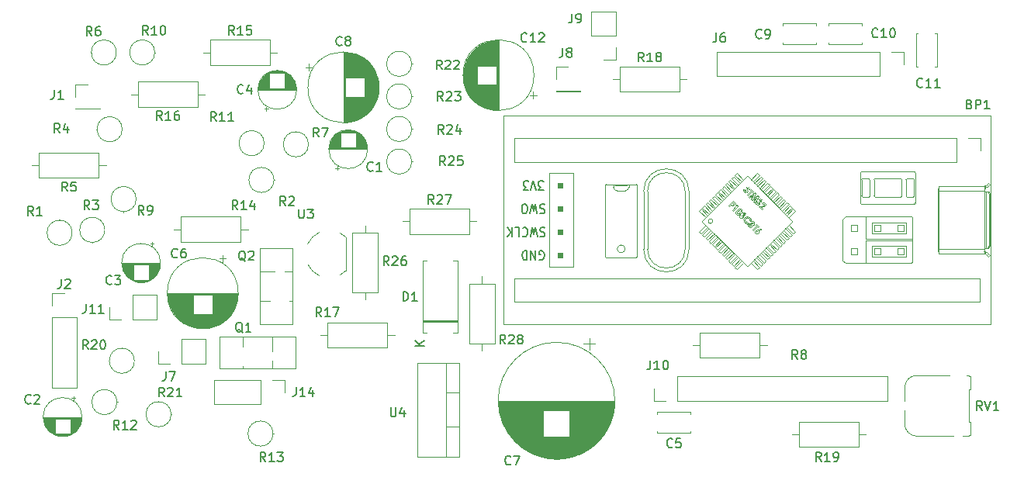
<source format=gto>
%TF.GenerationSoftware,KiCad,Pcbnew,(5.1.10)-1*%
%TF.CreationDate,2021-07-24T22:22:28-04:00*%
%TF.ProjectId,PSU_fix,5053555f-6669-4782-9e6b-696361645f70,rev?*%
%TF.SameCoordinates,Original*%
%TF.FileFunction,Legend,Top*%
%TF.FilePolarity,Positive*%
%FSLAX46Y46*%
G04 Gerber Fmt 4.6, Leading zero omitted, Abs format (unit mm)*
G04 Created by KiCad (PCBNEW (5.1.10)-1) date 2021-07-24 22:22:28*
%MOMM*%
%LPD*%
G01*
G04 APERTURE LIST*
%ADD10C,0.120000*%
%ADD11C,0.100000*%
%ADD12C,0.150000*%
G04 APERTURE END LIST*
D10*
%TO.C,C6*%
X93278000Y-73259000D02*
G75*
G03*
X93278000Y-73259000I-3870000J0D01*
G01*
X93238000Y-73259000D02*
X85578000Y-73259000D01*
X93238000Y-73299000D02*
X85578000Y-73299000D01*
X93238000Y-73339000D02*
X85578000Y-73339000D01*
X93237000Y-73379000D02*
X85579000Y-73379000D01*
X93235000Y-73419000D02*
X85581000Y-73419000D01*
X93233000Y-73459000D02*
X85583000Y-73459000D01*
X93231000Y-73499000D02*
X90448000Y-73499000D01*
X88368000Y-73499000D02*
X85585000Y-73499000D01*
X93228000Y-73539000D02*
X90448000Y-73539000D01*
X88368000Y-73539000D02*
X85588000Y-73539000D01*
X93225000Y-73579000D02*
X90448000Y-73579000D01*
X88368000Y-73579000D02*
X85591000Y-73579000D01*
X93222000Y-73619000D02*
X90448000Y-73619000D01*
X88368000Y-73619000D02*
X85594000Y-73619000D01*
X93218000Y-73659000D02*
X90448000Y-73659000D01*
X88368000Y-73659000D02*
X85598000Y-73659000D01*
X93213000Y-73699000D02*
X90448000Y-73699000D01*
X88368000Y-73699000D02*
X85603000Y-73699000D01*
X93209000Y-73739000D02*
X90448000Y-73739000D01*
X88368000Y-73739000D02*
X85607000Y-73739000D01*
X93203000Y-73779000D02*
X90448000Y-73779000D01*
X88368000Y-73779000D02*
X85613000Y-73779000D01*
X93198000Y-73819000D02*
X90448000Y-73819000D01*
X88368000Y-73819000D02*
X85618000Y-73819000D01*
X93192000Y-73859000D02*
X90448000Y-73859000D01*
X88368000Y-73859000D02*
X85624000Y-73859000D01*
X93185000Y-73899000D02*
X90448000Y-73899000D01*
X88368000Y-73899000D02*
X85631000Y-73899000D01*
X93178000Y-73939000D02*
X90448000Y-73939000D01*
X88368000Y-73939000D02*
X85638000Y-73939000D01*
X93171000Y-73980000D02*
X90448000Y-73980000D01*
X88368000Y-73980000D02*
X85645000Y-73980000D01*
X93163000Y-74020000D02*
X90448000Y-74020000D01*
X88368000Y-74020000D02*
X85653000Y-74020000D01*
X93155000Y-74060000D02*
X90448000Y-74060000D01*
X88368000Y-74060000D02*
X85661000Y-74060000D01*
X93146000Y-74100000D02*
X90448000Y-74100000D01*
X88368000Y-74100000D02*
X85670000Y-74100000D01*
X93137000Y-74140000D02*
X90448000Y-74140000D01*
X88368000Y-74140000D02*
X85679000Y-74140000D01*
X93128000Y-74180000D02*
X90448000Y-74180000D01*
X88368000Y-74180000D02*
X85688000Y-74180000D01*
X93118000Y-74220000D02*
X90448000Y-74220000D01*
X88368000Y-74220000D02*
X85698000Y-74220000D01*
X93107000Y-74260000D02*
X90448000Y-74260000D01*
X88368000Y-74260000D02*
X85709000Y-74260000D01*
X93096000Y-74300000D02*
X90448000Y-74300000D01*
X88368000Y-74300000D02*
X85720000Y-74300000D01*
X93085000Y-74340000D02*
X90448000Y-74340000D01*
X88368000Y-74340000D02*
X85731000Y-74340000D01*
X93073000Y-74380000D02*
X90448000Y-74380000D01*
X88368000Y-74380000D02*
X85743000Y-74380000D01*
X93061000Y-74420000D02*
X90448000Y-74420000D01*
X88368000Y-74420000D02*
X85755000Y-74420000D01*
X93048000Y-74460000D02*
X90448000Y-74460000D01*
X88368000Y-74460000D02*
X85768000Y-74460000D01*
X93034000Y-74500000D02*
X90448000Y-74500000D01*
X88368000Y-74500000D02*
X85782000Y-74500000D01*
X93021000Y-74540000D02*
X90448000Y-74540000D01*
X88368000Y-74540000D02*
X85795000Y-74540000D01*
X93006000Y-74580000D02*
X90448000Y-74580000D01*
X88368000Y-74580000D02*
X85810000Y-74580000D01*
X92992000Y-74620000D02*
X90448000Y-74620000D01*
X88368000Y-74620000D02*
X85824000Y-74620000D01*
X92976000Y-74660000D02*
X90448000Y-74660000D01*
X88368000Y-74660000D02*
X85840000Y-74660000D01*
X92961000Y-74700000D02*
X90448000Y-74700000D01*
X88368000Y-74700000D02*
X85855000Y-74700000D01*
X92944000Y-74740000D02*
X90448000Y-74740000D01*
X88368000Y-74740000D02*
X85872000Y-74740000D01*
X92928000Y-74780000D02*
X90448000Y-74780000D01*
X88368000Y-74780000D02*
X85888000Y-74780000D01*
X92910000Y-74820000D02*
X90448000Y-74820000D01*
X88368000Y-74820000D02*
X85906000Y-74820000D01*
X92892000Y-74860000D02*
X90448000Y-74860000D01*
X88368000Y-74860000D02*
X85924000Y-74860000D01*
X92874000Y-74900000D02*
X90448000Y-74900000D01*
X88368000Y-74900000D02*
X85942000Y-74900000D01*
X92855000Y-74940000D02*
X90448000Y-74940000D01*
X88368000Y-74940000D02*
X85961000Y-74940000D01*
X92835000Y-74980000D02*
X90448000Y-74980000D01*
X88368000Y-74980000D02*
X85981000Y-74980000D01*
X92815000Y-75020000D02*
X90448000Y-75020000D01*
X88368000Y-75020000D02*
X86001000Y-75020000D01*
X92794000Y-75060000D02*
X90448000Y-75060000D01*
X88368000Y-75060000D02*
X86022000Y-75060000D01*
X92773000Y-75100000D02*
X90448000Y-75100000D01*
X88368000Y-75100000D02*
X86043000Y-75100000D01*
X92751000Y-75140000D02*
X90448000Y-75140000D01*
X88368000Y-75140000D02*
X86065000Y-75140000D01*
X92729000Y-75180000D02*
X90448000Y-75180000D01*
X88368000Y-75180000D02*
X86087000Y-75180000D01*
X92705000Y-75220000D02*
X90448000Y-75220000D01*
X88368000Y-75220000D02*
X86111000Y-75220000D01*
X92682000Y-75260000D02*
X90448000Y-75260000D01*
X88368000Y-75260000D02*
X86134000Y-75260000D01*
X92657000Y-75300000D02*
X90448000Y-75300000D01*
X88368000Y-75300000D02*
X86159000Y-75300000D01*
X92632000Y-75340000D02*
X90448000Y-75340000D01*
X88368000Y-75340000D02*
X86184000Y-75340000D01*
X92606000Y-75380000D02*
X90448000Y-75380000D01*
X88368000Y-75380000D02*
X86210000Y-75380000D01*
X92580000Y-75420000D02*
X90448000Y-75420000D01*
X88368000Y-75420000D02*
X86236000Y-75420000D01*
X92552000Y-75460000D02*
X90448000Y-75460000D01*
X88368000Y-75460000D02*
X86264000Y-75460000D01*
X92524000Y-75500000D02*
X90448000Y-75500000D01*
X88368000Y-75500000D02*
X86292000Y-75500000D01*
X92496000Y-75540000D02*
X90448000Y-75540000D01*
X88368000Y-75540000D02*
X86320000Y-75540000D01*
X92466000Y-75580000D02*
X86350000Y-75580000D01*
X92436000Y-75620000D02*
X86380000Y-75620000D01*
X92404000Y-75660000D02*
X86412000Y-75660000D01*
X92372000Y-75700000D02*
X86444000Y-75700000D01*
X92339000Y-75740000D02*
X86477000Y-75740000D01*
X92306000Y-75780000D02*
X86510000Y-75780000D01*
X92271000Y-75820000D02*
X86545000Y-75820000D01*
X92235000Y-75860000D02*
X86581000Y-75860000D01*
X92198000Y-75900000D02*
X86618000Y-75900000D01*
X92160000Y-75940000D02*
X86656000Y-75940000D01*
X92121000Y-75980000D02*
X86695000Y-75980000D01*
X92081000Y-76020000D02*
X86735000Y-76020000D01*
X92040000Y-76060000D02*
X86776000Y-76060000D01*
X91997000Y-76100000D02*
X86819000Y-76100000D01*
X91954000Y-76140000D02*
X86862000Y-76140000D01*
X91908000Y-76180000D02*
X86908000Y-76180000D01*
X91862000Y-76220000D02*
X86954000Y-76220000D01*
X91813000Y-76260000D02*
X87003000Y-76260000D01*
X91763000Y-76300000D02*
X87053000Y-76300000D01*
X91712000Y-76340000D02*
X87104000Y-76340000D01*
X91658000Y-76380000D02*
X87158000Y-76380000D01*
X91603000Y-76420000D02*
X87213000Y-76420000D01*
X91545000Y-76460000D02*
X87271000Y-76460000D01*
X91485000Y-76500000D02*
X87331000Y-76500000D01*
X91422000Y-76540000D02*
X87394000Y-76540000D01*
X91357000Y-76580000D02*
X87459000Y-76580000D01*
X91289000Y-76620000D02*
X87527000Y-76620000D01*
X91217000Y-76660000D02*
X87599000Y-76660000D01*
X91141000Y-76700000D02*
X87675000Y-76700000D01*
X91062000Y-76740000D02*
X87754000Y-76740000D01*
X90977000Y-76780000D02*
X87839000Y-76780000D01*
X90886000Y-76820000D02*
X87930000Y-76820000D01*
X90789000Y-76860000D02*
X88027000Y-76860000D01*
X90683000Y-76900000D02*
X88133000Y-76900000D01*
X90566000Y-76940000D02*
X88250000Y-76940000D01*
X90436000Y-76980000D02*
X88380000Y-76980000D01*
X90285000Y-77020000D02*
X88531000Y-77020000D01*
X90101000Y-77060000D02*
X88715000Y-77060000D01*
X89849000Y-77100000D02*
X88967000Y-77100000D01*
X91583000Y-69116789D02*
X91583000Y-69866789D01*
X91958000Y-69491789D02*
X91208000Y-69491789D01*
%TO.C,J11*%
X84388000Y-76133000D02*
X84388000Y-73473000D01*
X81788000Y-76133000D02*
X84388000Y-76133000D01*
X81788000Y-73473000D02*
X84388000Y-73473000D01*
X81788000Y-76133000D02*
X81788000Y-73473000D01*
X80518000Y-76133000D02*
X79188000Y-76133000D01*
X79188000Y-76133000D02*
X79188000Y-74803000D01*
%TO.C,R9*%
X82142000Y-62992000D02*
G75*
G03*
X82142000Y-62992000I-1370000J0D01*
G01*
X80772000Y-64362000D02*
X80772000Y-64432000D01*
%TO.C,BP1*%
X174304000Y-56328000D02*
X174304000Y-57658000D01*
X172974000Y-56328000D02*
X174304000Y-56328000D01*
X123444000Y-71628000D02*
X174244000Y-71628000D01*
X123444000Y-74168000D02*
X123444000Y-71628000D01*
X174244000Y-74168000D02*
X123444000Y-74168000D01*
X174244000Y-71628000D02*
X174244000Y-74168000D01*
X123384000Y-56328000D02*
X171704000Y-56328000D01*
X123384000Y-58988000D02*
X123384000Y-56328000D01*
X171704000Y-58988000D02*
X123384000Y-58988000D01*
X171704000Y-56328000D02*
X171704000Y-58988000D01*
D11*
G36*
X128678940Y-68841620D02*
G01*
X128170940Y-68841620D01*
X128170940Y-69349620D01*
X128678940Y-69349620D01*
X128678940Y-68841620D01*
G37*
X128678940Y-68841620D02*
X128170940Y-68841620D01*
X128170940Y-69349620D01*
X128678940Y-69349620D01*
X128678940Y-68841620D01*
G36*
X128678940Y-66301620D02*
G01*
X128170940Y-66301620D01*
X128170940Y-66809620D01*
X128678940Y-66809620D01*
X128678940Y-66301620D01*
G37*
X128678940Y-66301620D02*
X128170940Y-66301620D01*
X128170940Y-66809620D01*
X128678940Y-66809620D01*
X128678940Y-66301620D01*
G36*
X128678940Y-63761620D02*
G01*
X128170940Y-63761620D01*
X128170940Y-64269620D01*
X128678940Y-64269620D01*
X128678940Y-63761620D01*
G37*
X128678940Y-63761620D02*
X128170940Y-63761620D01*
X128170940Y-64269620D01*
X128678940Y-64269620D01*
X128678940Y-63761620D01*
G36*
X128678940Y-61221620D02*
G01*
X128170940Y-61221620D01*
X128170940Y-61729620D01*
X128678940Y-61729620D01*
X128678940Y-61221620D01*
G37*
X128678940Y-61221620D02*
X128170940Y-61221620D01*
X128170940Y-61729620D01*
X128678940Y-61729620D01*
X128678940Y-61221620D01*
D10*
X129854000Y-70418000D02*
X129854000Y-60138000D01*
X127194000Y-70418000D02*
X129854000Y-70418000D01*
X127194000Y-60138000D02*
X127194000Y-70418000D01*
X129854000Y-60138000D02*
X127194000Y-60138000D01*
X122269000Y-53903000D02*
X175419000Y-53903000D01*
X122269000Y-76653000D02*
X122269000Y-53903000D01*
X175419000Y-76653000D02*
X122269000Y-76653000D01*
X175419000Y-53903000D02*
X175419000Y-76653000D01*
X149118848Y-65355586D02*
X149097766Y-65213003D01*
X149097766Y-65213003D02*
X149035771Y-65118255D01*
X148902551Y-65707227D02*
X148704763Y-65673512D01*
X148704763Y-65673512D02*
X148575663Y-65582825D01*
X149134677Y-65026786D02*
X149238432Y-65200176D01*
X149238432Y-65200176D02*
X149255361Y-65358667D01*
X150454022Y-63753335D02*
X150605522Y-63738050D01*
X150605522Y-63738050D02*
X150711431Y-63685025D01*
X150712600Y-63545112D02*
X150666673Y-63520298D01*
X150666673Y-63520298D02*
X150614242Y-63523551D01*
X150614242Y-63523551D02*
X150544004Y-63566891D01*
X174702500Y-68974427D02*
X174694331Y-68969486D01*
X174694331Y-68969486D02*
X174694000Y-68967896D01*
X174702500Y-61581572D02*
X174694331Y-61586513D01*
X174694331Y-61586513D02*
X174694000Y-61588103D01*
X148560790Y-61991623D02*
X148550257Y-62082185D01*
X148550257Y-62082185D02*
X148559403Y-62116932D01*
X148559403Y-62116932D02*
X148579700Y-62146515D01*
X148858038Y-62070026D02*
X148839041Y-62176398D01*
X148839041Y-62176398D02*
X148791216Y-62246483D01*
X148850920Y-61940524D02*
X148855916Y-62012997D01*
X148855916Y-62012997D02*
X148858038Y-62070026D01*
X148847308Y-61800080D02*
X148847282Y-61878755D01*
X148847282Y-61878755D02*
X148850920Y-61940524D01*
X148863881Y-61765872D02*
X148851879Y-61783741D01*
X148851879Y-61783741D02*
X148847308Y-61800080D01*
X135497067Y-68437145D02*
G75*
G03*
X135497067Y-68437145I-425876J0D01*
G01*
X150102062Y-63029761D02*
X150173168Y-62989271D01*
X150173168Y-62989271D02*
X150236238Y-62976962D01*
X150236238Y-62976962D02*
X150336905Y-62997459D01*
X150336905Y-62997459D02*
X150402710Y-63044847D01*
X150097919Y-63509842D02*
X150115869Y-63485332D01*
X150115869Y-63485332D02*
X150125249Y-63456451D01*
X150125249Y-63456451D02*
X150120394Y-63396152D01*
X150120394Y-63396152D02*
X150054468Y-63294927D01*
X150142856Y-63206538D02*
X150221713Y-63258222D01*
X150221713Y-63258222D02*
X150268494Y-63263137D01*
X150268494Y-63263137D02*
X150291158Y-63256399D01*
X150291158Y-63256399D02*
X150310497Y-63242871D01*
X145075424Y-65412498D02*
G75*
G03*
X145075424Y-65412498I-250000J0D01*
G01*
X149757963Y-66433457D02*
X149846517Y-66375659D01*
X149846517Y-66375659D02*
X149924860Y-66346449D01*
X149598397Y-65790729D02*
X149518218Y-65840435D01*
X149518218Y-65840435D02*
X149444673Y-65853514D01*
X149019942Y-65702872D02*
X149128969Y-65640608D01*
X149128969Y-65640608D02*
X149228271Y-65637112D01*
X149228271Y-65637112D02*
X149250628Y-65544495D01*
X149250628Y-65544495D02*
X149293925Y-65483282D01*
X149134677Y-65026786D02*
X149238432Y-65200176D01*
X149238432Y-65200176D02*
X149255361Y-65358667D01*
X149118848Y-65355586D02*
X149097766Y-65213003D01*
X149097766Y-65213003D02*
X149035771Y-65118255D01*
X148902551Y-65707227D02*
X148704763Y-65673512D01*
X148704763Y-65673512D02*
X148575663Y-65582825D01*
X148313898Y-64491569D02*
X148385004Y-64451079D01*
X148385004Y-64451079D02*
X148448074Y-64438769D01*
X148448074Y-64438769D02*
X148548741Y-64459266D01*
X148548741Y-64459266D02*
X148614545Y-64506654D01*
X148309754Y-64971649D02*
X148327704Y-64947139D01*
X148327704Y-64947139D02*
X148337084Y-64918258D01*
X148337084Y-64918258D02*
X148332230Y-64857959D01*
X148332230Y-64857959D02*
X148266304Y-64756734D01*
X148354692Y-64668345D02*
X148433549Y-64720029D01*
X148433549Y-64720029D02*
X148480330Y-64724944D01*
X148480330Y-64724944D02*
X148502994Y-64718206D01*
X148502994Y-64718206D02*
X148522333Y-64704678D01*
X147986160Y-64022537D02*
X148110990Y-64030776D01*
X148110990Y-64030776D02*
X148193320Y-64085429D01*
X148193320Y-64085429D02*
X148234428Y-64137733D01*
X148234428Y-64137733D02*
X148259272Y-64199348D01*
X148259272Y-64199348D02*
X148263756Y-64265609D01*
X148263756Y-64265609D02*
X148249397Y-64330570D01*
X148249397Y-64330570D02*
X148184535Y-64446459D01*
X148184535Y-64446459D02*
X148096114Y-64546174D01*
X148096114Y-64546174D02*
X147996916Y-64634220D01*
X147996916Y-64634220D02*
X147881810Y-64699233D01*
X147881810Y-64699233D02*
X147817461Y-64714884D01*
X147817461Y-64714884D02*
X147751436Y-64712126D01*
X147751436Y-64712126D02*
X147690304Y-64687035D01*
X147690304Y-64687035D02*
X147638555Y-64645717D01*
X147638555Y-64645717D02*
X147597443Y-64594418D01*
X147597443Y-64594418D02*
X147571759Y-64534026D01*
X147571759Y-64534026D02*
X147566734Y-64468594D01*
X147566734Y-64468594D02*
X147580239Y-64404271D01*
X147580239Y-64404271D02*
X147643398Y-64289315D01*
X147643398Y-64289315D02*
X147730768Y-64190815D01*
X147730768Y-64190815D02*
X147862893Y-64078801D01*
X147862893Y-64078801D02*
X147986160Y-64022537D01*
X150712600Y-63545112D02*
X150666673Y-63520298D01*
X150666673Y-63520298D02*
X150614242Y-63523551D01*
X150614242Y-63523551D02*
X150544004Y-63566891D01*
X150454022Y-63753335D02*
X150605522Y-63738050D01*
X150605522Y-63738050D02*
X150711431Y-63685025D01*
X150102062Y-63029761D02*
X150173168Y-62989271D01*
X150173168Y-62989271D02*
X150236238Y-62976962D01*
X150236238Y-62976962D02*
X150336905Y-62997459D01*
X150336905Y-62997459D02*
X150402710Y-63044847D01*
X150097919Y-63509842D02*
X150115869Y-63485332D01*
X150115869Y-63485332D02*
X150125249Y-63456451D01*
X150125249Y-63456451D02*
X150120394Y-63396152D01*
X150120394Y-63396152D02*
X150054468Y-63294927D01*
X150142856Y-63206538D02*
X150221713Y-63258222D01*
X150221713Y-63258222D02*
X150268494Y-63263137D01*
X150268494Y-63263137D02*
X150291158Y-63256399D01*
X150291158Y-63256399D02*
X150310497Y-63242871D01*
X148863881Y-61765872D02*
X148851879Y-61783741D01*
X148851879Y-61783741D02*
X148847308Y-61800080D01*
X148847308Y-61800080D02*
X148847282Y-61878755D01*
X148847282Y-61878755D02*
X148850920Y-61940524D01*
X148850920Y-61940524D02*
X148855916Y-62012997D01*
X148855916Y-62012997D02*
X148858038Y-62070026D01*
X148858038Y-62070026D02*
X148839041Y-62176398D01*
X148839041Y-62176398D02*
X148791216Y-62246483D01*
X148560790Y-61991623D02*
X148550257Y-62082185D01*
X148550257Y-62082185D02*
X148559403Y-62116932D01*
X148559403Y-62116932D02*
X148579700Y-62146515D01*
X148000926Y-64450987D02*
X148101437Y-64329389D01*
X148101437Y-64329389D02*
X148126191Y-64255089D01*
X148126191Y-64255089D02*
X148121521Y-64216056D01*
X148121521Y-64216056D02*
X148100469Y-64182953D01*
X148100469Y-64182953D02*
X148066448Y-64160581D01*
X148066448Y-64160581D02*
X148026275Y-64154047D01*
X148026275Y-64154047D02*
X147950011Y-64181847D01*
X147950011Y-64181847D02*
X147824893Y-64287064D01*
X147824893Y-64287064D02*
X147727632Y-64406762D01*
X147727632Y-64406762D02*
X147705791Y-64480121D01*
X147705791Y-64480121D02*
X147712141Y-64518038D01*
X147712141Y-64518038D02*
X147733318Y-64550105D01*
X147827868Y-64571777D02*
X147931323Y-64513817D01*
X147931323Y-64513817D02*
X148000926Y-64450987D01*
X149598397Y-65790729D02*
X149518218Y-65840435D01*
X149518218Y-65840435D02*
X149444673Y-65853514D01*
X149228271Y-65637112D02*
X149250628Y-65544495D01*
X149250628Y-65544495D02*
X149293925Y-65483282D01*
X149019942Y-65702872D02*
X149128969Y-65640608D01*
X149128969Y-65640608D02*
X149228271Y-65637112D01*
X148354692Y-64668345D02*
X148433549Y-64720029D01*
X148433549Y-64720029D02*
X148480330Y-64724944D01*
X148480330Y-64724944D02*
X148502994Y-64718206D01*
X148502994Y-64718206D02*
X148522333Y-64704678D01*
X148309754Y-64971649D02*
X148327704Y-64947139D01*
X148327704Y-64947139D02*
X148337084Y-64918258D01*
X148337084Y-64918258D02*
X148332230Y-64857959D01*
X148332230Y-64857959D02*
X148266304Y-64756734D01*
X148448074Y-64438769D02*
X148548741Y-64459266D01*
X148548741Y-64459266D02*
X148614545Y-64506654D01*
X148313898Y-64491569D02*
X148385004Y-64451079D01*
X148385004Y-64451079D02*
X148448074Y-64438769D01*
X147986160Y-64022537D02*
X148110990Y-64030776D01*
X148110990Y-64030776D02*
X148193320Y-64085429D01*
X147730768Y-64190815D02*
X147862893Y-64078801D01*
X147862893Y-64078801D02*
X147986160Y-64022537D01*
X147638555Y-64645717D02*
X147597443Y-64594418D01*
X147597443Y-64594418D02*
X147571759Y-64534026D01*
X147571759Y-64534026D02*
X147566734Y-64468594D01*
X147566734Y-64468594D02*
X147580239Y-64404271D01*
X147580239Y-64404271D02*
X147643398Y-64289315D01*
X147643398Y-64289315D02*
X147730768Y-64190815D01*
X148096114Y-64546174D02*
X147996916Y-64634220D01*
X147996916Y-64634220D02*
X147881810Y-64699233D01*
X147881810Y-64699233D02*
X147817461Y-64714884D01*
X147817461Y-64714884D02*
X147751436Y-64712126D01*
X147751436Y-64712126D02*
X147690304Y-64687035D01*
X147690304Y-64687035D02*
X147638555Y-64645717D01*
X148193320Y-64085429D02*
X148234428Y-64137733D01*
X148234428Y-64137733D02*
X148259272Y-64199348D01*
X148259272Y-64199348D02*
X148263756Y-64265609D01*
X148263756Y-64265609D02*
X148249397Y-64330570D01*
X148249397Y-64330570D02*
X148184535Y-64446459D01*
X148184535Y-64446459D02*
X148096114Y-64546174D01*
X148100469Y-64182953D02*
X148066448Y-64160581D01*
X148066448Y-64160581D02*
X148026275Y-64154047D01*
X148026275Y-64154047D02*
X147950011Y-64181847D01*
X147950011Y-64181847D02*
X147824893Y-64287064D01*
X148000926Y-64450987D02*
X148101437Y-64329389D01*
X148101437Y-64329389D02*
X148126191Y-64255089D01*
X148126191Y-64255089D02*
X148121521Y-64216056D01*
X148121521Y-64216056D02*
X148100469Y-64182953D01*
X147827868Y-64571777D02*
X147931323Y-64513817D01*
X147931323Y-64513817D02*
X148000926Y-64450987D01*
X147824893Y-64287064D02*
X147727632Y-64406762D01*
X147727632Y-64406762D02*
X147705791Y-64480121D01*
X147705791Y-64480121D02*
X147712141Y-64518038D01*
X147712141Y-64518038D02*
X147733318Y-64550105D01*
X149757963Y-66433457D02*
X149846517Y-66375659D01*
X149846517Y-66375659D02*
X149924860Y-66346449D01*
X166194000Y-68118000D02*
X166194000Y-69318000D01*
X162454000Y-68118000D02*
X166194000Y-68118000D01*
X166852600Y-67548000D02*
X161784000Y-67548000D01*
X161784000Y-69888000D02*
X161784000Y-67548000D01*
X166764000Y-69988000D02*
X161884000Y-69988000D01*
X162454000Y-69318000D02*
X162454000Y-68118000D01*
X166194000Y-69318000D02*
X162454000Y-69318000D01*
X146743305Y-63723270D02*
X147273635Y-63192940D01*
X146838492Y-63818458D02*
X146743305Y-63723270D01*
X147076461Y-63580489D02*
X146838492Y-63818458D01*
X147239639Y-63743667D02*
X147076461Y-63580489D01*
X147334827Y-63648480D02*
X147239639Y-63743667D01*
X147171648Y-63485301D02*
X147334827Y-63648480D01*
X147273635Y-63383315D02*
X147171648Y-63485301D01*
X147436813Y-63546493D02*
X147273635Y-63383315D01*
X147532001Y-63451306D02*
X147436813Y-63546493D01*
X147273635Y-63192940D02*
X147532001Y-63451306D01*
X161784000Y-67348000D02*
X161784000Y-65008000D01*
X166194000Y-65578000D02*
X166194000Y-66778000D01*
X162454000Y-65578000D02*
X166194000Y-65578000D01*
X166864000Y-65008000D02*
X166864000Y-69888000D01*
X166194000Y-66778000D02*
X162454000Y-66778000D01*
X161784000Y-67348000D02*
X166852600Y-67348000D01*
X162454000Y-66778000D02*
X162454000Y-65578000D01*
X161884000Y-64908000D02*
X166764000Y-64908000D01*
X166471997Y-64907000D02*
X166282894Y-64907000D01*
X165659497Y-64907000D02*
X165614625Y-64907000D01*
X165742830Y-64907000D02*
X165708876Y-64907000D01*
X149255361Y-65358667D02*
X149118848Y-65355586D01*
X148905951Y-65568483D02*
X148902551Y-65707227D01*
X149224977Y-61894311D02*
X149510540Y-62179874D01*
X149510540Y-62179874D02*
X149415352Y-62275061D01*
X149415352Y-62275061D02*
X149320165Y-62179874D01*
X149320165Y-62179874D02*
X148885022Y-62615016D01*
X148885022Y-62615016D02*
X148789835Y-62519829D01*
X148789835Y-62519829D02*
X149224977Y-62084686D01*
X149224977Y-62084686D02*
X149129790Y-61989499D01*
X149129790Y-61989499D02*
X149224977Y-61894311D01*
X150544004Y-63566891D02*
X150448816Y-63471703D01*
X150463902Y-63890273D02*
X150345130Y-63898347D01*
X150345130Y-63898347D02*
X150523606Y-64076823D01*
X150523606Y-64076823D02*
X150435218Y-64165212D01*
X150435218Y-64165212D02*
X150081664Y-63811658D01*
X150081664Y-63811658D02*
X150129896Y-63763427D01*
X150129896Y-63763427D02*
X150454022Y-63753335D01*
X142051412Y-62165950D02*
X142051412Y-68465950D01*
X137951412Y-68465950D02*
X137951412Y-62165950D01*
X142476412Y-68465950D02*
X142476412Y-62165950D01*
X137526412Y-62165950D02*
X137526412Y-68465950D01*
X174858569Y-62178000D02*
X174858569Y-68378000D01*
X175139211Y-62178000D02*
X174794000Y-62178000D01*
X175200605Y-68128000D02*
X175200605Y-62428000D01*
X175139211Y-68378000D02*
X174794000Y-68378000D01*
X175200605Y-68128000D02*
X175344000Y-68128000D01*
X175200605Y-62428000D02*
X175344000Y-62428000D01*
X175344000Y-68128000D02*
X175344000Y-62428000D01*
X174715175Y-68416464D02*
X174715175Y-62139535D01*
X174694000Y-62078000D02*
X174694064Y-62081589D01*
X174694000Y-68478000D02*
X174694064Y-68474410D01*
X174694064Y-68474410D02*
X169684000Y-68474410D01*
X174694000Y-68967896D02*
X174694000Y-68478000D01*
X174699575Y-68974410D02*
X174702500Y-68974427D01*
X174699575Y-68974410D02*
X169694000Y-68974410D01*
X174694000Y-61588103D02*
X174694000Y-62078000D01*
X169694000Y-68974410D02*
X169694000Y-61581589D01*
X174699575Y-61581589D02*
X169694000Y-61581589D01*
X174699575Y-61581589D02*
X174702500Y-61581572D01*
X174694064Y-62081589D02*
X169684000Y-62081589D01*
X169684000Y-68728011D02*
X169684000Y-61827988D01*
X174794000Y-68737271D02*
X174794000Y-68992927D01*
X174694000Y-68728011D02*
X174698215Y-68728011D01*
X174694000Y-61827988D02*
X174698215Y-61827988D01*
X174794000Y-61818728D02*
X174794000Y-61563072D01*
X175028759Y-68852857D02*
X175344000Y-69130612D01*
X174993531Y-69150215D02*
X175156422Y-68965340D01*
X175344000Y-69130612D02*
X175181108Y-69315487D01*
X175181108Y-69315487D02*
X174864847Y-69036833D01*
X175181108Y-61240512D02*
X174864847Y-61519166D01*
X175344000Y-61425387D02*
X175181108Y-61240512D01*
X175028759Y-61703142D02*
X175344000Y-61425387D01*
X174993531Y-61405784D02*
X175156422Y-61590659D01*
X167171723Y-63415533D02*
X167171723Y-60115533D01*
X161171723Y-60115533D02*
X161171723Y-63415533D01*
X167071723Y-60015533D02*
X161271723Y-60015533D01*
X161271723Y-63515533D02*
X167071723Y-63515533D01*
X166271723Y-60765533D02*
X166921723Y-60765533D01*
X166921723Y-62765533D02*
X166271723Y-62765533D01*
X167021723Y-60865533D02*
X167021723Y-62665533D01*
X166171723Y-62665533D02*
X166171723Y-60865533D01*
X165571723Y-62765533D02*
X162771723Y-62765533D01*
X162771723Y-60765533D02*
X165571723Y-60765533D01*
X165671723Y-60865533D02*
X165671723Y-62665533D01*
X162671723Y-62665533D02*
X162671723Y-60865533D01*
X161421723Y-60765533D02*
X162071723Y-60765533D01*
X161321723Y-62665533D02*
X161321723Y-60865533D01*
X162171723Y-60865533D02*
X162171723Y-62665533D01*
X162071723Y-62765533D02*
X161421723Y-62765533D01*
X167171622Y-63420017D02*
X167171723Y-63415533D01*
X148426826Y-61958159D02*
X148560790Y-61991623D01*
X149099725Y-61910778D02*
X148963424Y-61904722D01*
X135912233Y-61678774D02*
X135912233Y-61492188D01*
X134230149Y-61492188D02*
X134230149Y-61678774D01*
X135512233Y-62078774D02*
X134630149Y-62078774D01*
X136721810Y-61385720D02*
X136721191Y-61385718D01*
X134430149Y-61469800D02*
X135712233Y-61469800D01*
X136721191Y-61385718D02*
X133421191Y-61385718D01*
X136821189Y-69286337D02*
X136821191Y-69285718D01*
X136821191Y-61485718D02*
X136821189Y-61485100D01*
X136821191Y-61485718D02*
X136821191Y-69285718D01*
X136721191Y-69385718D02*
X136721810Y-69385717D01*
X136721191Y-69385718D02*
X133421191Y-69385718D01*
X133321193Y-61485100D02*
X133321191Y-61485718D01*
X133321191Y-61485718D02*
X133321191Y-69285718D01*
X133321191Y-69285718D02*
X133321193Y-69286337D01*
X136831191Y-67885718D02*
X136831191Y-68385718D01*
X136831191Y-62885718D02*
X136831191Y-62385718D01*
X133321196Y-69286666D02*
X133321191Y-69285718D01*
X166865000Y-66989472D02*
X166865000Y-66800369D01*
X163372199Y-69036198D02*
X162735802Y-69036198D01*
X165275802Y-68399801D02*
X165912199Y-68399801D01*
X160832199Y-66496198D02*
X160195802Y-66496198D01*
X160832199Y-65859801D02*
X160832199Y-66496198D01*
X165912199Y-69036198D02*
X165275802Y-69036198D01*
X163372199Y-66496198D02*
X162735802Y-66496198D01*
X163372199Y-65859801D02*
X163372199Y-66496198D01*
X162735802Y-65859801D02*
X163372199Y-65859801D01*
X165275802Y-69036198D02*
X165275802Y-68399801D01*
X162735802Y-68399801D02*
X163372199Y-68399801D01*
X160195802Y-65859801D02*
X160832199Y-65859801D01*
X160195802Y-68399801D02*
X160832199Y-68399801D01*
X163372199Y-68399801D02*
X163372199Y-69036198D01*
X160832199Y-69036198D02*
X160195802Y-69036198D01*
X160832199Y-68399801D02*
X160832199Y-69036198D01*
X160195802Y-66496198D02*
X160195802Y-65859801D01*
X160195802Y-69036198D02*
X160195802Y-68399801D01*
X165275802Y-66496198D02*
X165275802Y-65859801D01*
X165275802Y-65859801D02*
X165912199Y-65859801D01*
X159244000Y-65208000D02*
X159244000Y-69688000D01*
X159544000Y-69988000D02*
X161484000Y-69988000D01*
X159244000Y-69688000D02*
X159544000Y-69988000D01*
X161484000Y-69988000D02*
X161884000Y-69988000D01*
X161884000Y-64908000D02*
X161484000Y-64908000D01*
X159544000Y-64908000D02*
X159244000Y-65208000D01*
X161484000Y-64908000D02*
X159544000Y-64908000D01*
X162735802Y-66496198D02*
X162735802Y-65859801D01*
X162735802Y-69036198D02*
X162735802Y-68399801D01*
X165912199Y-66496198D02*
X165275802Y-66496198D01*
X165912199Y-65859801D02*
X165912199Y-66496198D01*
X165912199Y-68399801D02*
X165912199Y-69036198D01*
X150197249Y-63124949D02*
X150102062Y-63029761D01*
X149836897Y-63240534D02*
X149932084Y-63335721D01*
X150054468Y-63294927D02*
X150142856Y-63206538D01*
X147831161Y-63750466D02*
X147300831Y-64280797D01*
X149103868Y-62833862D02*
X149007406Y-62737400D01*
X149007406Y-62737400D02*
X149627293Y-62296627D01*
X149495348Y-62555418D02*
X149103868Y-62833862D01*
X149270021Y-63000015D02*
X149495348Y-62555418D01*
X149362872Y-63092866D02*
X149270021Y-63000015D01*
X149808107Y-62868177D02*
X149362872Y-63092866D01*
X149529769Y-63259762D02*
X149808107Y-62868177D01*
X149626125Y-63356118D02*
X149529769Y-63259762D01*
X150066791Y-62736125D02*
X149626125Y-63356118D01*
X149968948Y-62638282D02*
X150066791Y-62736125D01*
X149477182Y-62886343D02*
X149968948Y-62638282D01*
X149726093Y-62395426D02*
X149477182Y-62886343D01*
X149627293Y-62296627D02*
X149726093Y-62395426D01*
X147538800Y-63634882D02*
X147684024Y-63603330D01*
X147647585Y-63743667D02*
X147538800Y-63634882D01*
X147205644Y-64185609D02*
X147647585Y-63743667D01*
X147300831Y-64280797D02*
X147205644Y-64185609D01*
X147684024Y-63603330D02*
X147831161Y-63750466D01*
X143925676Y-65362498D02*
X143925676Y-65462498D01*
X148775424Y-60512750D02*
X143925676Y-65362498D01*
X153725171Y-65362498D02*
X148875424Y-60512750D01*
X148775424Y-70312245D02*
X143925676Y-65462498D01*
X148875424Y-70312245D02*
X153725171Y-65462498D01*
X148775424Y-60512750D02*
X148875424Y-60512750D01*
X153725171Y-65462498D02*
X153725171Y-65362498D01*
X148875424Y-70312245D02*
X148775424Y-70312245D01*
X146633393Y-61240568D02*
X147340500Y-61947674D01*
X146279839Y-61594121D02*
X146986946Y-62301228D01*
X144653494Y-67604529D02*
X145360601Y-66897422D01*
X151583140Y-61806253D02*
X150876033Y-62513360D01*
X147481921Y-60392039D02*
X148189028Y-61099146D01*
X151017455Y-69584428D02*
X150310348Y-68877321D01*
X152785222Y-67816661D02*
X152078115Y-67109554D01*
X146421261Y-69372296D02*
X147128368Y-68665189D01*
X151371008Y-61594121D02*
X150663901Y-62301228D01*
X143592834Y-66543868D02*
X144299940Y-65836762D01*
X144865626Y-67816661D02*
X145572733Y-67109554D01*
X152078115Y-62301228D02*
X151371008Y-63008334D01*
X151229587Y-69372296D02*
X150522480Y-68665189D01*
X150310348Y-70291534D02*
X149603241Y-69584428D01*
X147694053Y-60179907D02*
X148401160Y-60887014D01*
X150168927Y-70432956D02*
X149461820Y-69725849D01*
X152997354Y-63220467D02*
X152290247Y-63927573D01*
X145360601Y-68311635D02*
X146067707Y-67604529D01*
X143946387Y-63927573D02*
X144653494Y-64634680D01*
X143592834Y-64281127D02*
X144299940Y-64988233D01*
X153704461Y-63927573D02*
X152997354Y-64634680D01*
X154058014Y-66543868D02*
X153350907Y-65836762D01*
X152785222Y-63008334D02*
X152078115Y-63715441D01*
X145007047Y-67958082D02*
X145714154Y-67250975D01*
X143946387Y-66897422D02*
X144653494Y-66190315D01*
X152290247Y-62513360D02*
X151583140Y-63220467D01*
X152997354Y-67604529D02*
X152290247Y-66897422D01*
X151229587Y-61452700D02*
X150522480Y-62159806D01*
X149956795Y-70645088D02*
X149249688Y-69937981D01*
X144299940Y-67250975D02*
X145007047Y-66543868D01*
X144158519Y-63715441D02*
X144865626Y-64422548D01*
X152643800Y-62866913D02*
X151936694Y-63574020D01*
X153492329Y-67109554D02*
X152785222Y-66402447D01*
X146067707Y-69018742D02*
X146774814Y-68311635D01*
X143804966Y-64068995D02*
X144512072Y-64776101D01*
X147481921Y-70432956D02*
X148189028Y-69725849D01*
X147694053Y-70645088D02*
X148401160Y-69937981D01*
X150522480Y-70079402D02*
X149815373Y-69372296D01*
X146633393Y-69584428D02*
X147340500Y-68877321D01*
X144299940Y-63574020D02*
X145007047Y-64281127D01*
X153350907Y-67250975D02*
X152643800Y-66543868D01*
X145572733Y-62301228D02*
X146279839Y-63008334D01*
X152290247Y-68311635D02*
X151583140Y-67604529D01*
X152078115Y-68523767D02*
X151371008Y-67816661D01*
X144158519Y-67109554D02*
X144865626Y-66402447D01*
X145926286Y-61947674D02*
X146633393Y-62654781D01*
X150310348Y-60533461D02*
X149603241Y-61240568D01*
X145714154Y-68665189D02*
X146421261Y-67958082D01*
X153138775Y-63361888D02*
X152431668Y-64068995D01*
X146279839Y-69230874D02*
X146986946Y-68523767D01*
X152431668Y-62654781D02*
X151724562Y-63361888D01*
X145360601Y-62513360D02*
X146067707Y-63220467D01*
X151724562Y-68877321D02*
X151017455Y-68170214D01*
X151583140Y-69018742D02*
X150876033Y-68311635D01*
X151371008Y-69230874D02*
X150663901Y-68523767D01*
X147340500Y-60533461D02*
X148047606Y-61240568D01*
X144865626Y-63008334D02*
X145572733Y-63715441D01*
X153350907Y-63574020D02*
X152643800Y-64281127D01*
X152431668Y-68170214D02*
X151724562Y-67463107D01*
X146421261Y-61452700D02*
X147128368Y-62159806D01*
X151936694Y-62159806D02*
X151229587Y-62866913D01*
X150663901Y-69937981D02*
X149956795Y-69230874D01*
X150168927Y-60392039D02*
X149461820Y-61099146D01*
X153845882Y-64068995D02*
X153138775Y-64776101D01*
X146986946Y-60887014D02*
X147694053Y-61594121D01*
X147128368Y-60745593D02*
X147835474Y-61452700D01*
X146774814Y-69725849D02*
X147481921Y-69018742D01*
X150876033Y-61099146D02*
X150168927Y-61806253D01*
X146067707Y-61806253D02*
X146774814Y-62513360D01*
X153138775Y-67463107D02*
X152431668Y-66756000D01*
X144653494Y-63220467D02*
X145360601Y-63927573D01*
X152643800Y-67958082D02*
X151936694Y-67250975D01*
X151724562Y-61947674D02*
X151017455Y-62654781D01*
X145219179Y-62654781D02*
X145926286Y-63361888D01*
X144512072Y-63361888D02*
X145219179Y-64068995D01*
X145926286Y-68877321D02*
X146633393Y-68170214D01*
X144512072Y-67463107D02*
X145219179Y-66756000D01*
X154058014Y-64281127D02*
X153350907Y-64988233D01*
X150522480Y-60745593D02*
X149815373Y-61452700D01*
X147128368Y-70079402D02*
X147835474Y-69372296D01*
X145219179Y-68170214D02*
X145926286Y-67463107D01*
X151017455Y-61240568D02*
X150310348Y-61947674D01*
X143804966Y-66756000D02*
X144512072Y-66048894D01*
X146986946Y-69937981D02*
X147694053Y-69230874D01*
X153492329Y-63715441D02*
X152785222Y-64422548D01*
X153845882Y-66756000D02*
X153138775Y-66048894D01*
X150663901Y-60887014D02*
X149956795Y-61594121D01*
X145714154Y-62159806D02*
X146421261Y-62866913D01*
X150876033Y-69725849D02*
X150168927Y-69018742D01*
X146774814Y-61099146D02*
X147481921Y-61806253D01*
X145572733Y-68523767D02*
X146279839Y-67816661D01*
X153704461Y-66897422D02*
X152997354Y-66190315D01*
X145007047Y-62866913D02*
X145714154Y-63574020D01*
X151936694Y-68665189D02*
X151229587Y-67958082D01*
X147340500Y-70291534D02*
X148047606Y-69584428D01*
X149956795Y-60179907D02*
X149249688Y-60887014D01*
X145219179Y-68170214D02*
X145007047Y-67958082D01*
X147128368Y-60745593D02*
X147340500Y-60533461D01*
X145007047Y-62866913D02*
X145219179Y-62654781D01*
X152785222Y-67816661D02*
X152997354Y-67604529D01*
X152643800Y-62866913D02*
X152431668Y-62654781D01*
X150310348Y-70291534D02*
X150522480Y-70079402D01*
X144865626Y-67816661D02*
X144653494Y-67604529D01*
X146633393Y-69584428D02*
X146421261Y-69372296D01*
X145360601Y-62513360D02*
X145572733Y-62301228D01*
X146986946Y-69937981D02*
X146774814Y-69725849D01*
X144299940Y-63574020D02*
X144512072Y-63361888D01*
X150168927Y-60392039D02*
X149956795Y-60179907D01*
X152997354Y-63220467D02*
X152785222Y-63008334D01*
X147694053Y-70645088D02*
X147481921Y-70432956D01*
X147481921Y-60392039D02*
X147694053Y-60179907D01*
X151583140Y-61806253D02*
X151371008Y-61594121D01*
X144512072Y-67463107D02*
X144299940Y-67250975D01*
X146067707Y-61806253D02*
X146279839Y-61594121D01*
X151371008Y-69230874D02*
X151583140Y-69018742D01*
X153138775Y-67463107D02*
X153350907Y-67250975D01*
X152431668Y-68170214D02*
X152643800Y-67958082D01*
X150663901Y-69937981D02*
X150876033Y-69725849D01*
X153704461Y-63927573D02*
X153492329Y-63715441D01*
X144653494Y-63220467D02*
X144865626Y-63008334D01*
X151017455Y-69584428D02*
X151229587Y-69372296D01*
X146279839Y-69230874D02*
X146067707Y-69018742D01*
X151724562Y-68877321D02*
X151936694Y-68665189D01*
X151936694Y-62159806D02*
X151724562Y-61947674D01*
X151229587Y-61452700D02*
X151017455Y-61240568D01*
X149956795Y-70645088D02*
X150168927Y-70432956D01*
X150876033Y-61099146D02*
X150663901Y-60887014D01*
X145572733Y-68523767D02*
X145360601Y-68311635D01*
X153845882Y-66756000D02*
X154058014Y-66543868D01*
X152078115Y-68523767D02*
X152290247Y-68311635D01*
X146421261Y-61452700D02*
X146633393Y-61240568D01*
X143804966Y-66756000D02*
X143592834Y-66543868D01*
X153350907Y-63574020D02*
X153138775Y-63361888D01*
X145926286Y-68877321D02*
X145714154Y-68665189D01*
X143946387Y-63927573D02*
X144158519Y-63715441D01*
X153492329Y-67109554D02*
X153704461Y-66897422D01*
X146774814Y-61099146D02*
X146986946Y-60887014D01*
X147340500Y-70291534D02*
X147128368Y-70079402D01*
X145714154Y-62159806D02*
X145926286Y-61947674D01*
X154058014Y-64281127D02*
X153845882Y-64068995D01*
X152290247Y-62513360D02*
X152078115Y-62301228D01*
X144158519Y-67109554D02*
X143946387Y-66897422D01*
X150522480Y-60745593D02*
X150310348Y-60533461D01*
X143592834Y-64281127D02*
X143804966Y-64068995D01*
X149707714Y-65817394D02*
X149802901Y-65722207D01*
X149802901Y-65912581D02*
X149707714Y-65817394D01*
X149367759Y-66347724D02*
X149802901Y-65912581D01*
X149462946Y-66442912D02*
X149367759Y-66347724D01*
X149898089Y-66007769D02*
X149462946Y-66442912D01*
X149993276Y-66102956D02*
X149898089Y-66007769D01*
X150088464Y-66007769D02*
X149993276Y-66102956D01*
X149802901Y-65722207D02*
X150088464Y-66007769D01*
X148266304Y-64756734D02*
X148354692Y-64668345D01*
X148048733Y-64702341D02*
X148143920Y-64797528D01*
X148409085Y-64586756D02*
X148313898Y-64491569D01*
X150324308Y-66216416D02*
X150365846Y-66343368D01*
X150365846Y-66343368D02*
X150091757Y-66432607D01*
X149924860Y-66346449D02*
X150324308Y-66216416D01*
X166271723Y-62765533D02*
X166171723Y-62665533D01*
X147827868Y-64571777D02*
G75*
G02*
X147733318Y-64550105I-29818J86999D01*
G01*
X149284257Y-65801884D02*
G75*
G02*
X149291587Y-65961556I-73551J-83381D01*
G01*
X149123735Y-65789454D02*
G75*
G02*
X149284257Y-65801884I74125J-85459D01*
G01*
X149133509Y-65950295D02*
G75*
G02*
X149123735Y-65789454I72131J85101D01*
G01*
X149291587Y-65961557D02*
G75*
G02*
X149133508Y-65950295I-73960J76930D01*
G01*
X149498747Y-65581232D02*
G75*
G02*
X149498641Y-65700109I-54157J-59390D01*
G01*
X149382312Y-65585268D02*
G75*
G02*
X149498748Y-65581231I60112J-52612D01*
G01*
X149378169Y-65705421D02*
G75*
G02*
X149382313Y-65585268I59580J58093D01*
G01*
X149498641Y-65700109D02*
G75*
G02*
X149378170Y-65705421I-62715J53569D01*
G01*
X149993808Y-66659951D02*
G75*
G02*
X149849539Y-66666326I-75248J67280D01*
G01*
X149849540Y-66666326D02*
G75*
G02*
X149857825Y-66523970I74927J67058D01*
G01*
X149857826Y-66523971D02*
G75*
G02*
X149998800Y-66516427I74153J-64740D01*
G01*
X149998800Y-66516427D02*
G75*
G02*
X149993807Y-66659952I-70493J-69397D01*
G01*
X148518720Y-64601204D02*
G75*
G02*
X148522333Y-64704678I-46311J-53417D01*
G01*
X148309755Y-64971649D02*
G75*
G02*
X148148807Y-64965594I-77585J79814D01*
G01*
X148148807Y-64965593D02*
G75*
G02*
X148143920Y-64797528I83460J86530D01*
G01*
X148048414Y-65055575D02*
G75*
G02*
X148048733Y-64702341I169650J176464D01*
G01*
X148403985Y-65067792D02*
G75*
G02*
X148048414Y-65055576I-171919J176853D01*
G01*
X148441487Y-64833968D02*
G75*
G02*
X148403986Y-65067793I-169355J-92758D01*
G01*
X148623575Y-64793810D02*
G75*
G02*
X148441487Y-64833967I-122430J122238D01*
G01*
X148614545Y-64506655D02*
G75*
G02*
X148623575Y-64793810I-136122J-148000D01*
G01*
X148409085Y-64586756D02*
G75*
G02*
X148518721Y-64601204I45131J-80733D01*
G01*
X149596273Y-65488381D02*
G75*
G02*
X149598397Y-65790729I-142157J-152180D01*
G01*
X149293924Y-65483282D02*
G75*
G02*
X149596272Y-65488381I148798J-143427D01*
G01*
X149039277Y-66046438D02*
G75*
G02*
X149019942Y-65702872I137298J180054D01*
G01*
X149380294Y-66063224D02*
G75*
G02*
X149039277Y-66046439I-162949J161978D01*
G01*
X149444673Y-65853515D02*
G75*
G02*
X149380294Y-66063224I-223304J-46184D01*
G01*
X149756158Y-66763320D02*
G75*
G02*
X149757963Y-66433457I165584J164030D01*
G01*
X150083577Y-66760558D02*
G75*
G02*
X149756157Y-66763319I-165063J159052D01*
G01*
X150091757Y-66432607D02*
G75*
G02*
X150083577Y-66760557I-163695J-159994D01*
G01*
X150197249Y-63124949D02*
G75*
G02*
X150306885Y-63139397I45131J-80733D01*
G01*
X150306884Y-63139397D02*
G75*
G02*
X150310497Y-63242871I-46311J-53417D01*
G01*
X150097919Y-63509842D02*
G75*
G02*
X149936971Y-63503786I-77585J79814D01*
G01*
X149936971Y-63503786D02*
G75*
G02*
X149932084Y-63335721I83460J86530D01*
G01*
X149836578Y-63593769D02*
G75*
G02*
X149836897Y-63240534I169651J176465D01*
G01*
X150192149Y-63605986D02*
G75*
G02*
X149836578Y-63593768I-171918J176854D01*
G01*
X150229651Y-63372161D02*
G75*
G02*
X150192150Y-63605986I-169355J-92758D01*
G01*
X150411739Y-63332003D02*
G75*
G02*
X150229651Y-63372160I-122430J122238D01*
G01*
X150402710Y-63044846D02*
G75*
G02*
X150411740Y-63332003I-136123J-148001D01*
G01*
X134230149Y-61492188D02*
G75*
G02*
X134430149Y-61469800I148598J-422948D01*
G01*
X135712233Y-61469801D02*
G75*
G02*
X135912233Y-61492188I49374J-463456D01*
G01*
X136821190Y-69286337D02*
G75*
G02*
X136721810Y-69385717I-99999J619D01*
G01*
X133321193Y-61485099D02*
G75*
G02*
X133420572Y-61385720I99998J-619D01*
G01*
X136721811Y-61385720D02*
G75*
G02*
X136821189Y-61485100I-620J-99998D01*
G01*
X133420572Y-69385716D02*
G75*
G02*
X133321193Y-69286337I619J99998D01*
G01*
X134630149Y-62078774D02*
G75*
G02*
X134230149Y-61678774I0J400000D01*
G01*
X135912233Y-61678774D02*
G75*
G02*
X135512233Y-62078774I-400000J0D01*
G01*
X148941539Y-61774053D02*
G75*
G02*
X148963424Y-61904722I-105181J-84783D01*
G01*
X148863882Y-61765872D02*
G75*
G02*
X148941540Y-61774052I34717J-43125D01*
G01*
X148791216Y-62246483D02*
G75*
G02*
X148481007Y-62238197I-151252J148378D01*
G01*
X148481007Y-62238197D02*
G75*
G02*
X148426826Y-61958159I174957J179110D01*
G01*
X148690503Y-62156820D02*
G75*
G02*
X148579700Y-62146515I-50193J61156D01*
G01*
X148711645Y-61995023D02*
G75*
G02*
X148690504Y-62156820I-204064J-55616D01*
G01*
X148711645Y-61995023D02*
G75*
G02*
X148764126Y-61675253I338518J108634D01*
G01*
X148764125Y-61675252D02*
G75*
G02*
X149037790Y-61679927I134540J-136546D01*
G01*
X149037789Y-61679927D02*
G75*
G02*
X149099725Y-61910778I-192017J-175251D01*
G01*
X162071723Y-60765533D02*
G75*
G02*
X162171723Y-60865533I0J-100000D01*
G01*
X162171723Y-62665533D02*
G75*
G02*
X162071723Y-62765533I-100000J0D01*
G01*
X161421723Y-62765533D02*
G75*
G02*
X161321723Y-62665533I0J100000D01*
G01*
X161321723Y-60865533D02*
G75*
G02*
X161421723Y-60765533I100000J0D01*
G01*
X162671723Y-60865533D02*
G75*
G02*
X162771723Y-60765533I100000J0D01*
G01*
X165671723Y-62665533D02*
G75*
G02*
X165571723Y-62765533I-100000J0D01*
G01*
X165571723Y-60765533D02*
G75*
G02*
X165671723Y-60865533I0J-100000D01*
G01*
X162771723Y-62765533D02*
G75*
G02*
X162671723Y-62665533I0J100000D01*
G01*
X166921723Y-60765533D02*
G75*
G02*
X167021723Y-60865533I0J-100000D01*
G01*
X167021723Y-62665533D02*
G75*
G02*
X166921723Y-62765533I-100000J0D01*
G01*
X166171723Y-60865533D02*
G75*
G02*
X166271723Y-60765533I100000J0D01*
G01*
X161271723Y-63515533D02*
G75*
G02*
X161171723Y-63415533I0J100000D01*
G01*
X167071723Y-60015533D02*
G75*
G02*
X167171723Y-60115533I0J-100000D01*
G01*
X167171723Y-63415533D02*
G75*
G02*
X167071723Y-63515533I-100000J0D01*
G01*
X161171723Y-60115533D02*
G75*
G02*
X161271723Y-60015533I100000J0D01*
G01*
X175028759Y-61703142D02*
G75*
G02*
X174698215Y-61827988I-330544J375154D01*
G01*
X174864847Y-61519166D02*
G75*
G02*
X174702500Y-61581572I-165272J187577D01*
G01*
X174702500Y-68974427D02*
G75*
G02*
X174864847Y-69036833I-2925J-249983D01*
G01*
X174698215Y-68728011D02*
G75*
G02*
X175028759Y-68852857I0J-500000D01*
G01*
X174793999Y-62178000D02*
G75*
G02*
X174694064Y-62081589I1J100000D01*
G01*
X174694063Y-68474410D02*
G75*
G02*
X174794000Y-68377999I99937J-3590D01*
G01*
X175139212Y-62177999D02*
G75*
G02*
X175344000Y-62428000I-25102J-229439D01*
G01*
X175343999Y-68128000D02*
G75*
G02*
X175139211Y-68377999I-229889J-20561D01*
G01*
X175200605Y-68128000D02*
G75*
G02*
X174995817Y-68377999I-229889J-20561D01*
G01*
X174995818Y-62178000D02*
G75*
G02*
X175200605Y-62428000I-25102J-229438D01*
G01*
X137526412Y-62165950D02*
G75*
G02*
X142476412Y-62165950I2475000J0D01*
G01*
X142476412Y-68465950D02*
G75*
G02*
X137526412Y-68465950I-2475000J0D01*
G01*
X142051412Y-68465950D02*
G75*
G02*
X137951412Y-68465950I-2050000J0D01*
G01*
X137951412Y-62165950D02*
G75*
G02*
X142051412Y-62165950I2050000J0D01*
G01*
X150712600Y-63545113D02*
G75*
G02*
X150711431Y-63685025I-65451J-69414D01*
G01*
X150813312Y-63773519D02*
G75*
G02*
X150463902Y-63890273I-326764J396693D01*
G01*
X150813206Y-63455342D02*
G75*
G02*
X150813312Y-63773520I-155962J-159141D01*
G01*
X150448816Y-63471703D02*
G75*
G02*
X150813206Y-63455343I189875J-162874D01*
G01*
X148579912Y-65027848D02*
G75*
G02*
X149134677Y-65026786I277896J-267339D01*
G01*
X148575663Y-65582825D02*
G75*
G02*
X148579912Y-65027848I259124J275521D01*
G01*
X148905951Y-65568483D02*
G75*
G02*
X148670426Y-65487213I-32211J288568D01*
G01*
X148670426Y-65487213D02*
G75*
G02*
X148675312Y-65122823I172477J179915D01*
G01*
X148675311Y-65122823D02*
G75*
G02*
X149035771Y-65118255I182440J-172075D01*
G01*
X161784000Y-65008000D02*
G75*
G02*
X161884000Y-64908000I100000J0D01*
G01*
X166764000Y-64908000D02*
G75*
G02*
X166864000Y-65008000I0J-100000D01*
G01*
X161884000Y-69987999D02*
G75*
G02*
X161784001Y-69888000I0J99999D01*
G01*
X166864000Y-69888000D02*
G75*
G02*
X166764000Y-69988000I-100000J0D01*
G01*
%TO.C,C1*%
X103888000Y-59616801D02*
X104288000Y-59616801D01*
X104088000Y-59816801D02*
X104088000Y-59416801D01*
X104913000Y-55466000D02*
X105653000Y-55466000D01*
X104746000Y-55506000D02*
X105820000Y-55506000D01*
X104619000Y-55546000D02*
X105947000Y-55546000D01*
X104515000Y-55586000D02*
X106051000Y-55586000D01*
X104424000Y-55626000D02*
X106142000Y-55626000D01*
X104343000Y-55666000D02*
X106223000Y-55666000D01*
X104270000Y-55706000D02*
X106296000Y-55706000D01*
X106123000Y-55746000D02*
X106363000Y-55746000D01*
X104203000Y-55746000D02*
X104443000Y-55746000D01*
X106123000Y-55786000D02*
X106425000Y-55786000D01*
X104141000Y-55786000D02*
X104443000Y-55786000D01*
X106123000Y-55826000D02*
X106483000Y-55826000D01*
X104083000Y-55826000D02*
X104443000Y-55826000D01*
X106123000Y-55866000D02*
X106537000Y-55866000D01*
X104029000Y-55866000D02*
X104443000Y-55866000D01*
X106123000Y-55906000D02*
X106587000Y-55906000D01*
X103979000Y-55906000D02*
X104443000Y-55906000D01*
X106123000Y-55946000D02*
X106634000Y-55946000D01*
X103932000Y-55946000D02*
X104443000Y-55946000D01*
X106123000Y-55986000D02*
X106679000Y-55986000D01*
X103887000Y-55986000D02*
X104443000Y-55986000D01*
X106123000Y-56026000D02*
X106721000Y-56026000D01*
X103845000Y-56026000D02*
X104443000Y-56026000D01*
X106123000Y-56066000D02*
X106761000Y-56066000D01*
X103805000Y-56066000D02*
X104443000Y-56066000D01*
X106123000Y-56106000D02*
X106799000Y-56106000D01*
X103767000Y-56106000D02*
X104443000Y-56106000D01*
X106123000Y-56146000D02*
X106835000Y-56146000D01*
X103731000Y-56146000D02*
X104443000Y-56146000D01*
X106123000Y-56186000D02*
X106870000Y-56186000D01*
X103696000Y-56186000D02*
X104443000Y-56186000D01*
X106123000Y-56226000D02*
X106902000Y-56226000D01*
X103664000Y-56226000D02*
X104443000Y-56226000D01*
X106123000Y-56266000D02*
X106933000Y-56266000D01*
X103633000Y-56266000D02*
X104443000Y-56266000D01*
X106123000Y-56306000D02*
X106963000Y-56306000D01*
X103603000Y-56306000D02*
X104443000Y-56306000D01*
X106123000Y-56346000D02*
X106991000Y-56346000D01*
X103575000Y-56346000D02*
X104443000Y-56346000D01*
X106123000Y-56386000D02*
X107018000Y-56386000D01*
X103548000Y-56386000D02*
X104443000Y-56386000D01*
X106123000Y-56426000D02*
X107043000Y-56426000D01*
X103523000Y-56426000D02*
X104443000Y-56426000D01*
X106123000Y-56466000D02*
X107068000Y-56466000D01*
X103498000Y-56466000D02*
X104443000Y-56466000D01*
X106123000Y-56506000D02*
X107091000Y-56506000D01*
X103475000Y-56506000D02*
X104443000Y-56506000D01*
X106123000Y-56546000D02*
X107113000Y-56546000D01*
X103453000Y-56546000D02*
X104443000Y-56546000D01*
X106123000Y-56586000D02*
X107134000Y-56586000D01*
X103432000Y-56586000D02*
X104443000Y-56586000D01*
X106123000Y-56626000D02*
X107153000Y-56626000D01*
X103413000Y-56626000D02*
X104443000Y-56626000D01*
X106123000Y-56666000D02*
X107172000Y-56666000D01*
X103394000Y-56666000D02*
X104443000Y-56666000D01*
X106123000Y-56706000D02*
X107190000Y-56706000D01*
X103376000Y-56706000D02*
X104443000Y-56706000D01*
X106123000Y-56746000D02*
X107207000Y-56746000D01*
X103359000Y-56746000D02*
X104443000Y-56746000D01*
X106123000Y-56786000D02*
X107223000Y-56786000D01*
X103343000Y-56786000D02*
X104443000Y-56786000D01*
X106123000Y-56826000D02*
X107237000Y-56826000D01*
X103329000Y-56826000D02*
X104443000Y-56826000D01*
X106123000Y-56867000D02*
X107251000Y-56867000D01*
X103315000Y-56867000D02*
X104443000Y-56867000D01*
X106123000Y-56907000D02*
X107265000Y-56907000D01*
X103301000Y-56907000D02*
X104443000Y-56907000D01*
X106123000Y-56947000D02*
X107277000Y-56947000D01*
X103289000Y-56947000D02*
X104443000Y-56947000D01*
X106123000Y-56987000D02*
X107288000Y-56987000D01*
X103278000Y-56987000D02*
X104443000Y-56987000D01*
X106123000Y-57027000D02*
X107299000Y-57027000D01*
X103267000Y-57027000D02*
X104443000Y-57027000D01*
X106123000Y-57067000D02*
X107308000Y-57067000D01*
X103258000Y-57067000D02*
X104443000Y-57067000D01*
X106123000Y-57107000D02*
X107317000Y-57107000D01*
X103249000Y-57107000D02*
X104443000Y-57107000D01*
X106123000Y-57147000D02*
X107325000Y-57147000D01*
X103241000Y-57147000D02*
X104443000Y-57147000D01*
X106123000Y-57187000D02*
X107333000Y-57187000D01*
X103233000Y-57187000D02*
X104443000Y-57187000D01*
X106123000Y-57227000D02*
X107339000Y-57227000D01*
X103227000Y-57227000D02*
X104443000Y-57227000D01*
X106123000Y-57267000D02*
X107345000Y-57267000D01*
X103221000Y-57267000D02*
X104443000Y-57267000D01*
X106123000Y-57307000D02*
X107350000Y-57307000D01*
X103216000Y-57307000D02*
X104443000Y-57307000D01*
X106123000Y-57347000D02*
X107354000Y-57347000D01*
X103212000Y-57347000D02*
X104443000Y-57347000D01*
X103209000Y-57387000D02*
X107357000Y-57387000D01*
X103206000Y-57427000D02*
X107360000Y-57427000D01*
X103204000Y-57467000D02*
X107362000Y-57467000D01*
X103203000Y-57507000D02*
X107363000Y-57507000D01*
X103203000Y-57547000D02*
X107363000Y-57547000D01*
X107403000Y-57547000D02*
G75*
G03*
X107403000Y-57547000I-2120000J0D01*
G01*
%TO.C,C2*%
X76224500Y-86788500D02*
G75*
G03*
X76224500Y-86788500I-2120000J0D01*
G01*
X76184500Y-86788500D02*
X72024500Y-86788500D01*
X76184500Y-86828500D02*
X72024500Y-86828500D01*
X76183500Y-86868500D02*
X72025500Y-86868500D01*
X76181500Y-86908500D02*
X72027500Y-86908500D01*
X76178500Y-86948500D02*
X72030500Y-86948500D01*
X76175500Y-86988500D02*
X74944500Y-86988500D01*
X73264500Y-86988500D02*
X72033500Y-86988500D01*
X76171500Y-87028500D02*
X74944500Y-87028500D01*
X73264500Y-87028500D02*
X72037500Y-87028500D01*
X76166500Y-87068500D02*
X74944500Y-87068500D01*
X73264500Y-87068500D02*
X72042500Y-87068500D01*
X76160500Y-87108500D02*
X74944500Y-87108500D01*
X73264500Y-87108500D02*
X72048500Y-87108500D01*
X76154500Y-87148500D02*
X74944500Y-87148500D01*
X73264500Y-87148500D02*
X72054500Y-87148500D01*
X76146500Y-87188500D02*
X74944500Y-87188500D01*
X73264500Y-87188500D02*
X72062500Y-87188500D01*
X76138500Y-87228500D02*
X74944500Y-87228500D01*
X73264500Y-87228500D02*
X72070500Y-87228500D01*
X76129500Y-87268500D02*
X74944500Y-87268500D01*
X73264500Y-87268500D02*
X72079500Y-87268500D01*
X76120500Y-87308500D02*
X74944500Y-87308500D01*
X73264500Y-87308500D02*
X72088500Y-87308500D01*
X76109500Y-87348500D02*
X74944500Y-87348500D01*
X73264500Y-87348500D02*
X72099500Y-87348500D01*
X76098500Y-87388500D02*
X74944500Y-87388500D01*
X73264500Y-87388500D02*
X72110500Y-87388500D01*
X76086500Y-87428500D02*
X74944500Y-87428500D01*
X73264500Y-87428500D02*
X72122500Y-87428500D01*
X76072500Y-87468500D02*
X74944500Y-87468500D01*
X73264500Y-87468500D02*
X72136500Y-87468500D01*
X76058500Y-87509500D02*
X74944500Y-87509500D01*
X73264500Y-87509500D02*
X72150500Y-87509500D01*
X76044500Y-87549500D02*
X74944500Y-87549500D01*
X73264500Y-87549500D02*
X72164500Y-87549500D01*
X76028500Y-87589500D02*
X74944500Y-87589500D01*
X73264500Y-87589500D02*
X72180500Y-87589500D01*
X76011500Y-87629500D02*
X74944500Y-87629500D01*
X73264500Y-87629500D02*
X72197500Y-87629500D01*
X75993500Y-87669500D02*
X74944500Y-87669500D01*
X73264500Y-87669500D02*
X72215500Y-87669500D01*
X75974500Y-87709500D02*
X74944500Y-87709500D01*
X73264500Y-87709500D02*
X72234500Y-87709500D01*
X75955500Y-87749500D02*
X74944500Y-87749500D01*
X73264500Y-87749500D02*
X72253500Y-87749500D01*
X75934500Y-87789500D02*
X74944500Y-87789500D01*
X73264500Y-87789500D02*
X72274500Y-87789500D01*
X75912500Y-87829500D02*
X74944500Y-87829500D01*
X73264500Y-87829500D02*
X72296500Y-87829500D01*
X75889500Y-87869500D02*
X74944500Y-87869500D01*
X73264500Y-87869500D02*
X72319500Y-87869500D01*
X75864500Y-87909500D02*
X74944500Y-87909500D01*
X73264500Y-87909500D02*
X72344500Y-87909500D01*
X75839500Y-87949500D02*
X74944500Y-87949500D01*
X73264500Y-87949500D02*
X72369500Y-87949500D01*
X75812500Y-87989500D02*
X74944500Y-87989500D01*
X73264500Y-87989500D02*
X72396500Y-87989500D01*
X75784500Y-88029500D02*
X74944500Y-88029500D01*
X73264500Y-88029500D02*
X72424500Y-88029500D01*
X75754500Y-88069500D02*
X74944500Y-88069500D01*
X73264500Y-88069500D02*
X72454500Y-88069500D01*
X75723500Y-88109500D02*
X74944500Y-88109500D01*
X73264500Y-88109500D02*
X72485500Y-88109500D01*
X75691500Y-88149500D02*
X74944500Y-88149500D01*
X73264500Y-88149500D02*
X72517500Y-88149500D01*
X75656500Y-88189500D02*
X74944500Y-88189500D01*
X73264500Y-88189500D02*
X72552500Y-88189500D01*
X75620500Y-88229500D02*
X74944500Y-88229500D01*
X73264500Y-88229500D02*
X72588500Y-88229500D01*
X75582500Y-88269500D02*
X74944500Y-88269500D01*
X73264500Y-88269500D02*
X72626500Y-88269500D01*
X75542500Y-88309500D02*
X74944500Y-88309500D01*
X73264500Y-88309500D02*
X72666500Y-88309500D01*
X75500500Y-88349500D02*
X74944500Y-88349500D01*
X73264500Y-88349500D02*
X72708500Y-88349500D01*
X75455500Y-88389500D02*
X74944500Y-88389500D01*
X73264500Y-88389500D02*
X72753500Y-88389500D01*
X75408500Y-88429500D02*
X74944500Y-88429500D01*
X73264500Y-88429500D02*
X72800500Y-88429500D01*
X75358500Y-88469500D02*
X74944500Y-88469500D01*
X73264500Y-88469500D02*
X72850500Y-88469500D01*
X75304500Y-88509500D02*
X74944500Y-88509500D01*
X73264500Y-88509500D02*
X72904500Y-88509500D01*
X75246500Y-88549500D02*
X74944500Y-88549500D01*
X73264500Y-88549500D02*
X72962500Y-88549500D01*
X75184500Y-88589500D02*
X74944500Y-88589500D01*
X73264500Y-88589500D02*
X73024500Y-88589500D01*
X75117500Y-88629500D02*
X73091500Y-88629500D01*
X75044500Y-88669500D02*
X73164500Y-88669500D01*
X74963500Y-88709500D02*
X73245500Y-88709500D01*
X74872500Y-88749500D02*
X73336500Y-88749500D01*
X74768500Y-88789500D02*
X73440500Y-88789500D01*
X74641500Y-88829500D02*
X73567500Y-88829500D01*
X74474500Y-88869500D02*
X73734500Y-88869500D01*
X75299500Y-84518699D02*
X75299500Y-84918699D01*
X75499500Y-84718699D02*
X75099500Y-84718699D01*
%TO.C,C3*%
X84072000Y-67891199D02*
X83672000Y-67891199D01*
X83872000Y-67691199D02*
X83872000Y-68091199D01*
X83047000Y-72042000D02*
X82307000Y-72042000D01*
X83214000Y-72002000D02*
X82140000Y-72002000D01*
X83341000Y-71962000D02*
X82013000Y-71962000D01*
X83445000Y-71922000D02*
X81909000Y-71922000D01*
X83536000Y-71882000D02*
X81818000Y-71882000D01*
X83617000Y-71842000D02*
X81737000Y-71842000D01*
X83690000Y-71802000D02*
X81664000Y-71802000D01*
X81837000Y-71762000D02*
X81597000Y-71762000D01*
X83757000Y-71762000D02*
X83517000Y-71762000D01*
X81837000Y-71722000D02*
X81535000Y-71722000D01*
X83819000Y-71722000D02*
X83517000Y-71722000D01*
X81837000Y-71682000D02*
X81477000Y-71682000D01*
X83877000Y-71682000D02*
X83517000Y-71682000D01*
X81837000Y-71642000D02*
X81423000Y-71642000D01*
X83931000Y-71642000D02*
X83517000Y-71642000D01*
X81837000Y-71602000D02*
X81373000Y-71602000D01*
X83981000Y-71602000D02*
X83517000Y-71602000D01*
X81837000Y-71562000D02*
X81326000Y-71562000D01*
X84028000Y-71562000D02*
X83517000Y-71562000D01*
X81837000Y-71522000D02*
X81281000Y-71522000D01*
X84073000Y-71522000D02*
X83517000Y-71522000D01*
X81837000Y-71482000D02*
X81239000Y-71482000D01*
X84115000Y-71482000D02*
X83517000Y-71482000D01*
X81837000Y-71442000D02*
X81199000Y-71442000D01*
X84155000Y-71442000D02*
X83517000Y-71442000D01*
X81837000Y-71402000D02*
X81161000Y-71402000D01*
X84193000Y-71402000D02*
X83517000Y-71402000D01*
X81837000Y-71362000D02*
X81125000Y-71362000D01*
X84229000Y-71362000D02*
X83517000Y-71362000D01*
X81837000Y-71322000D02*
X81090000Y-71322000D01*
X84264000Y-71322000D02*
X83517000Y-71322000D01*
X81837000Y-71282000D02*
X81058000Y-71282000D01*
X84296000Y-71282000D02*
X83517000Y-71282000D01*
X81837000Y-71242000D02*
X81027000Y-71242000D01*
X84327000Y-71242000D02*
X83517000Y-71242000D01*
X81837000Y-71202000D02*
X80997000Y-71202000D01*
X84357000Y-71202000D02*
X83517000Y-71202000D01*
X81837000Y-71162000D02*
X80969000Y-71162000D01*
X84385000Y-71162000D02*
X83517000Y-71162000D01*
X81837000Y-71122000D02*
X80942000Y-71122000D01*
X84412000Y-71122000D02*
X83517000Y-71122000D01*
X81837000Y-71082000D02*
X80917000Y-71082000D01*
X84437000Y-71082000D02*
X83517000Y-71082000D01*
X81837000Y-71042000D02*
X80892000Y-71042000D01*
X84462000Y-71042000D02*
X83517000Y-71042000D01*
X81837000Y-71002000D02*
X80869000Y-71002000D01*
X84485000Y-71002000D02*
X83517000Y-71002000D01*
X81837000Y-70962000D02*
X80847000Y-70962000D01*
X84507000Y-70962000D02*
X83517000Y-70962000D01*
X81837000Y-70922000D02*
X80826000Y-70922000D01*
X84528000Y-70922000D02*
X83517000Y-70922000D01*
X81837000Y-70882000D02*
X80807000Y-70882000D01*
X84547000Y-70882000D02*
X83517000Y-70882000D01*
X81837000Y-70842000D02*
X80788000Y-70842000D01*
X84566000Y-70842000D02*
X83517000Y-70842000D01*
X81837000Y-70802000D02*
X80770000Y-70802000D01*
X84584000Y-70802000D02*
X83517000Y-70802000D01*
X81837000Y-70762000D02*
X80753000Y-70762000D01*
X84601000Y-70762000D02*
X83517000Y-70762000D01*
X81837000Y-70722000D02*
X80737000Y-70722000D01*
X84617000Y-70722000D02*
X83517000Y-70722000D01*
X81837000Y-70682000D02*
X80723000Y-70682000D01*
X84631000Y-70682000D02*
X83517000Y-70682000D01*
X81837000Y-70641000D02*
X80709000Y-70641000D01*
X84645000Y-70641000D02*
X83517000Y-70641000D01*
X81837000Y-70601000D02*
X80695000Y-70601000D01*
X84659000Y-70601000D02*
X83517000Y-70601000D01*
X81837000Y-70561000D02*
X80683000Y-70561000D01*
X84671000Y-70561000D02*
X83517000Y-70561000D01*
X81837000Y-70521000D02*
X80672000Y-70521000D01*
X84682000Y-70521000D02*
X83517000Y-70521000D01*
X81837000Y-70481000D02*
X80661000Y-70481000D01*
X84693000Y-70481000D02*
X83517000Y-70481000D01*
X81837000Y-70441000D02*
X80652000Y-70441000D01*
X84702000Y-70441000D02*
X83517000Y-70441000D01*
X81837000Y-70401000D02*
X80643000Y-70401000D01*
X84711000Y-70401000D02*
X83517000Y-70401000D01*
X81837000Y-70361000D02*
X80635000Y-70361000D01*
X84719000Y-70361000D02*
X83517000Y-70361000D01*
X81837000Y-70321000D02*
X80627000Y-70321000D01*
X84727000Y-70321000D02*
X83517000Y-70321000D01*
X81837000Y-70281000D02*
X80621000Y-70281000D01*
X84733000Y-70281000D02*
X83517000Y-70281000D01*
X81837000Y-70241000D02*
X80615000Y-70241000D01*
X84739000Y-70241000D02*
X83517000Y-70241000D01*
X81837000Y-70201000D02*
X80610000Y-70201000D01*
X84744000Y-70201000D02*
X83517000Y-70201000D01*
X81837000Y-70161000D02*
X80606000Y-70161000D01*
X84748000Y-70161000D02*
X83517000Y-70161000D01*
X84751000Y-70121000D02*
X80603000Y-70121000D01*
X84754000Y-70081000D02*
X80600000Y-70081000D01*
X84756000Y-70041000D02*
X80598000Y-70041000D01*
X84757000Y-70001000D02*
X80597000Y-70001000D01*
X84757000Y-69961000D02*
X80597000Y-69961000D01*
X84797000Y-69961000D02*
G75*
G03*
X84797000Y-69961000I-2120000J0D01*
G01*
%TO.C,C4*%
X99656000Y-51070000D02*
G75*
G03*
X99656000Y-51070000I-2120000J0D01*
G01*
X95456000Y-51070000D02*
X99616000Y-51070000D01*
X95456000Y-51030000D02*
X99616000Y-51030000D01*
X95457000Y-50990000D02*
X99615000Y-50990000D01*
X95459000Y-50950000D02*
X99613000Y-50950000D01*
X95462000Y-50910000D02*
X99610000Y-50910000D01*
X95465000Y-50870000D02*
X96696000Y-50870000D01*
X98376000Y-50870000D02*
X99607000Y-50870000D01*
X95469000Y-50830000D02*
X96696000Y-50830000D01*
X98376000Y-50830000D02*
X99603000Y-50830000D01*
X95474000Y-50790000D02*
X96696000Y-50790000D01*
X98376000Y-50790000D02*
X99598000Y-50790000D01*
X95480000Y-50750000D02*
X96696000Y-50750000D01*
X98376000Y-50750000D02*
X99592000Y-50750000D01*
X95486000Y-50710000D02*
X96696000Y-50710000D01*
X98376000Y-50710000D02*
X99586000Y-50710000D01*
X95494000Y-50670000D02*
X96696000Y-50670000D01*
X98376000Y-50670000D02*
X99578000Y-50670000D01*
X95502000Y-50630000D02*
X96696000Y-50630000D01*
X98376000Y-50630000D02*
X99570000Y-50630000D01*
X95511000Y-50590000D02*
X96696000Y-50590000D01*
X98376000Y-50590000D02*
X99561000Y-50590000D01*
X95520000Y-50550000D02*
X96696000Y-50550000D01*
X98376000Y-50550000D02*
X99552000Y-50550000D01*
X95531000Y-50510000D02*
X96696000Y-50510000D01*
X98376000Y-50510000D02*
X99541000Y-50510000D01*
X95542000Y-50470000D02*
X96696000Y-50470000D01*
X98376000Y-50470000D02*
X99530000Y-50470000D01*
X95554000Y-50430000D02*
X96696000Y-50430000D01*
X98376000Y-50430000D02*
X99518000Y-50430000D01*
X95568000Y-50390000D02*
X96696000Y-50390000D01*
X98376000Y-50390000D02*
X99504000Y-50390000D01*
X95582000Y-50349000D02*
X96696000Y-50349000D01*
X98376000Y-50349000D02*
X99490000Y-50349000D01*
X95596000Y-50309000D02*
X96696000Y-50309000D01*
X98376000Y-50309000D02*
X99476000Y-50309000D01*
X95612000Y-50269000D02*
X96696000Y-50269000D01*
X98376000Y-50269000D02*
X99460000Y-50269000D01*
X95629000Y-50229000D02*
X96696000Y-50229000D01*
X98376000Y-50229000D02*
X99443000Y-50229000D01*
X95647000Y-50189000D02*
X96696000Y-50189000D01*
X98376000Y-50189000D02*
X99425000Y-50189000D01*
X95666000Y-50149000D02*
X96696000Y-50149000D01*
X98376000Y-50149000D02*
X99406000Y-50149000D01*
X95685000Y-50109000D02*
X96696000Y-50109000D01*
X98376000Y-50109000D02*
X99387000Y-50109000D01*
X95706000Y-50069000D02*
X96696000Y-50069000D01*
X98376000Y-50069000D02*
X99366000Y-50069000D01*
X95728000Y-50029000D02*
X96696000Y-50029000D01*
X98376000Y-50029000D02*
X99344000Y-50029000D01*
X95751000Y-49989000D02*
X96696000Y-49989000D01*
X98376000Y-49989000D02*
X99321000Y-49989000D01*
X95776000Y-49949000D02*
X96696000Y-49949000D01*
X98376000Y-49949000D02*
X99296000Y-49949000D01*
X95801000Y-49909000D02*
X96696000Y-49909000D01*
X98376000Y-49909000D02*
X99271000Y-49909000D01*
X95828000Y-49869000D02*
X96696000Y-49869000D01*
X98376000Y-49869000D02*
X99244000Y-49869000D01*
X95856000Y-49829000D02*
X96696000Y-49829000D01*
X98376000Y-49829000D02*
X99216000Y-49829000D01*
X95886000Y-49789000D02*
X96696000Y-49789000D01*
X98376000Y-49789000D02*
X99186000Y-49789000D01*
X95917000Y-49749000D02*
X96696000Y-49749000D01*
X98376000Y-49749000D02*
X99155000Y-49749000D01*
X95949000Y-49709000D02*
X96696000Y-49709000D01*
X98376000Y-49709000D02*
X99123000Y-49709000D01*
X95984000Y-49669000D02*
X96696000Y-49669000D01*
X98376000Y-49669000D02*
X99088000Y-49669000D01*
X96020000Y-49629000D02*
X96696000Y-49629000D01*
X98376000Y-49629000D02*
X99052000Y-49629000D01*
X96058000Y-49589000D02*
X96696000Y-49589000D01*
X98376000Y-49589000D02*
X99014000Y-49589000D01*
X96098000Y-49549000D02*
X96696000Y-49549000D01*
X98376000Y-49549000D02*
X98974000Y-49549000D01*
X96140000Y-49509000D02*
X96696000Y-49509000D01*
X98376000Y-49509000D02*
X98932000Y-49509000D01*
X96185000Y-49469000D02*
X96696000Y-49469000D01*
X98376000Y-49469000D02*
X98887000Y-49469000D01*
X96232000Y-49429000D02*
X96696000Y-49429000D01*
X98376000Y-49429000D02*
X98840000Y-49429000D01*
X96282000Y-49389000D02*
X96696000Y-49389000D01*
X98376000Y-49389000D02*
X98790000Y-49389000D01*
X96336000Y-49349000D02*
X96696000Y-49349000D01*
X98376000Y-49349000D02*
X98736000Y-49349000D01*
X96394000Y-49309000D02*
X96696000Y-49309000D01*
X98376000Y-49309000D02*
X98678000Y-49309000D01*
X96456000Y-49269000D02*
X96696000Y-49269000D01*
X98376000Y-49269000D02*
X98616000Y-49269000D01*
X96523000Y-49229000D02*
X98549000Y-49229000D01*
X96596000Y-49189000D02*
X98476000Y-49189000D01*
X96677000Y-49149000D02*
X98395000Y-49149000D01*
X96768000Y-49109000D02*
X98304000Y-49109000D01*
X96872000Y-49069000D02*
X98200000Y-49069000D01*
X96999000Y-49029000D02*
X98073000Y-49029000D01*
X97166000Y-48989000D02*
X97906000Y-48989000D01*
X96341000Y-53339801D02*
X96341000Y-52939801D01*
X96141000Y-53139801D02*
X96541000Y-53139801D01*
%TO.C,C5*%
X139017600Y-86451000D02*
X139017600Y-86206000D01*
X139017600Y-88546000D02*
X139017600Y-88301000D01*
X142657600Y-86451000D02*
X142657600Y-86206000D01*
X142657600Y-88546000D02*
X142657600Y-88301000D01*
X142657600Y-86206000D02*
X139017600Y-86206000D01*
X142657600Y-88546000D02*
X139017600Y-88546000D01*
%TO.C,C8*%
X100987789Y-48250000D02*
X100987789Y-49000000D01*
X100612789Y-48625000D02*
X101362789Y-48625000D01*
X108596000Y-50359000D02*
X108596000Y-51241000D01*
X108556000Y-50107000D02*
X108556000Y-51493000D01*
X108516000Y-49923000D02*
X108516000Y-51677000D01*
X108476000Y-49772000D02*
X108476000Y-51828000D01*
X108436000Y-49642000D02*
X108436000Y-51958000D01*
X108396000Y-49525000D02*
X108396000Y-52075000D01*
X108356000Y-49419000D02*
X108356000Y-52181000D01*
X108316000Y-49322000D02*
X108316000Y-52278000D01*
X108276000Y-49231000D02*
X108276000Y-52369000D01*
X108236000Y-49146000D02*
X108236000Y-52454000D01*
X108196000Y-49067000D02*
X108196000Y-52533000D01*
X108156000Y-48991000D02*
X108156000Y-52609000D01*
X108116000Y-48919000D02*
X108116000Y-52681000D01*
X108076000Y-48851000D02*
X108076000Y-52749000D01*
X108036000Y-48786000D02*
X108036000Y-52814000D01*
X107996000Y-48723000D02*
X107996000Y-52877000D01*
X107956000Y-48663000D02*
X107956000Y-52937000D01*
X107916000Y-48605000D02*
X107916000Y-52995000D01*
X107876000Y-48550000D02*
X107876000Y-53050000D01*
X107836000Y-48496000D02*
X107836000Y-53104000D01*
X107796000Y-48445000D02*
X107796000Y-53155000D01*
X107756000Y-48395000D02*
X107756000Y-53205000D01*
X107716000Y-48346000D02*
X107716000Y-53254000D01*
X107676000Y-48300000D02*
X107676000Y-53300000D01*
X107636000Y-48254000D02*
X107636000Y-53346000D01*
X107596000Y-48211000D02*
X107596000Y-53389000D01*
X107556000Y-48168000D02*
X107556000Y-53432000D01*
X107516000Y-48127000D02*
X107516000Y-53473000D01*
X107476000Y-48087000D02*
X107476000Y-53513000D01*
X107436000Y-48048000D02*
X107436000Y-53552000D01*
X107396000Y-48010000D02*
X107396000Y-53590000D01*
X107356000Y-47973000D02*
X107356000Y-53627000D01*
X107316000Y-47937000D02*
X107316000Y-53663000D01*
X107276000Y-47902000D02*
X107276000Y-53698000D01*
X107236000Y-47869000D02*
X107236000Y-53731000D01*
X107196000Y-47836000D02*
X107196000Y-53764000D01*
X107156000Y-47804000D02*
X107156000Y-53796000D01*
X107116000Y-47772000D02*
X107116000Y-53828000D01*
X107076000Y-47742000D02*
X107076000Y-53858000D01*
X107036000Y-51840000D02*
X107036000Y-53888000D01*
X107036000Y-47712000D02*
X107036000Y-49760000D01*
X106996000Y-51840000D02*
X106996000Y-53916000D01*
X106996000Y-47684000D02*
X106996000Y-49760000D01*
X106956000Y-51840000D02*
X106956000Y-53944000D01*
X106956000Y-47656000D02*
X106956000Y-49760000D01*
X106916000Y-51840000D02*
X106916000Y-53972000D01*
X106916000Y-47628000D02*
X106916000Y-49760000D01*
X106876000Y-51840000D02*
X106876000Y-53998000D01*
X106876000Y-47602000D02*
X106876000Y-49760000D01*
X106836000Y-51840000D02*
X106836000Y-54024000D01*
X106836000Y-47576000D02*
X106836000Y-49760000D01*
X106796000Y-51840000D02*
X106796000Y-54049000D01*
X106796000Y-47551000D02*
X106796000Y-49760000D01*
X106756000Y-51840000D02*
X106756000Y-54074000D01*
X106756000Y-47526000D02*
X106756000Y-49760000D01*
X106716000Y-51840000D02*
X106716000Y-54097000D01*
X106716000Y-47503000D02*
X106716000Y-49760000D01*
X106676000Y-51840000D02*
X106676000Y-54121000D01*
X106676000Y-47479000D02*
X106676000Y-49760000D01*
X106636000Y-51840000D02*
X106636000Y-54143000D01*
X106636000Y-47457000D02*
X106636000Y-49760000D01*
X106596000Y-51840000D02*
X106596000Y-54165000D01*
X106596000Y-47435000D02*
X106596000Y-49760000D01*
X106556000Y-51840000D02*
X106556000Y-54186000D01*
X106556000Y-47414000D02*
X106556000Y-49760000D01*
X106516000Y-51840000D02*
X106516000Y-54207000D01*
X106516000Y-47393000D02*
X106516000Y-49760000D01*
X106476000Y-51840000D02*
X106476000Y-54227000D01*
X106476000Y-47373000D02*
X106476000Y-49760000D01*
X106436000Y-51840000D02*
X106436000Y-54247000D01*
X106436000Y-47353000D02*
X106436000Y-49760000D01*
X106396000Y-51840000D02*
X106396000Y-54266000D01*
X106396000Y-47334000D02*
X106396000Y-49760000D01*
X106356000Y-51840000D02*
X106356000Y-54284000D01*
X106356000Y-47316000D02*
X106356000Y-49760000D01*
X106316000Y-51840000D02*
X106316000Y-54302000D01*
X106316000Y-47298000D02*
X106316000Y-49760000D01*
X106276000Y-51840000D02*
X106276000Y-54320000D01*
X106276000Y-47280000D02*
X106276000Y-49760000D01*
X106236000Y-51840000D02*
X106236000Y-54336000D01*
X106236000Y-47264000D02*
X106236000Y-49760000D01*
X106196000Y-51840000D02*
X106196000Y-54353000D01*
X106196000Y-47247000D02*
X106196000Y-49760000D01*
X106156000Y-51840000D02*
X106156000Y-54368000D01*
X106156000Y-47232000D02*
X106156000Y-49760000D01*
X106116000Y-51840000D02*
X106116000Y-54384000D01*
X106116000Y-47216000D02*
X106116000Y-49760000D01*
X106076000Y-51840000D02*
X106076000Y-54398000D01*
X106076000Y-47202000D02*
X106076000Y-49760000D01*
X106036000Y-51840000D02*
X106036000Y-54413000D01*
X106036000Y-47187000D02*
X106036000Y-49760000D01*
X105996000Y-51840000D02*
X105996000Y-54426000D01*
X105996000Y-47174000D02*
X105996000Y-49760000D01*
X105956000Y-51840000D02*
X105956000Y-54440000D01*
X105956000Y-47160000D02*
X105956000Y-49760000D01*
X105916000Y-51840000D02*
X105916000Y-54453000D01*
X105916000Y-47147000D02*
X105916000Y-49760000D01*
X105876000Y-51840000D02*
X105876000Y-54465000D01*
X105876000Y-47135000D02*
X105876000Y-49760000D01*
X105836000Y-51840000D02*
X105836000Y-54477000D01*
X105836000Y-47123000D02*
X105836000Y-49760000D01*
X105796000Y-51840000D02*
X105796000Y-54488000D01*
X105796000Y-47112000D02*
X105796000Y-49760000D01*
X105756000Y-51840000D02*
X105756000Y-54499000D01*
X105756000Y-47101000D02*
X105756000Y-49760000D01*
X105716000Y-51840000D02*
X105716000Y-54510000D01*
X105716000Y-47090000D02*
X105716000Y-49760000D01*
X105676000Y-51840000D02*
X105676000Y-54520000D01*
X105676000Y-47080000D02*
X105676000Y-49760000D01*
X105636000Y-51840000D02*
X105636000Y-54529000D01*
X105636000Y-47071000D02*
X105636000Y-49760000D01*
X105596000Y-51840000D02*
X105596000Y-54538000D01*
X105596000Y-47062000D02*
X105596000Y-49760000D01*
X105556000Y-51840000D02*
X105556000Y-54547000D01*
X105556000Y-47053000D02*
X105556000Y-49760000D01*
X105516000Y-51840000D02*
X105516000Y-54555000D01*
X105516000Y-47045000D02*
X105516000Y-49760000D01*
X105476000Y-51840000D02*
X105476000Y-54563000D01*
X105476000Y-47037000D02*
X105476000Y-49760000D01*
X105435000Y-51840000D02*
X105435000Y-54570000D01*
X105435000Y-47030000D02*
X105435000Y-49760000D01*
X105395000Y-51840000D02*
X105395000Y-54577000D01*
X105395000Y-47023000D02*
X105395000Y-49760000D01*
X105355000Y-51840000D02*
X105355000Y-54584000D01*
X105355000Y-47016000D02*
X105355000Y-49760000D01*
X105315000Y-51840000D02*
X105315000Y-54590000D01*
X105315000Y-47010000D02*
X105315000Y-49760000D01*
X105275000Y-51840000D02*
X105275000Y-54595000D01*
X105275000Y-47005000D02*
X105275000Y-49760000D01*
X105235000Y-51840000D02*
X105235000Y-54601000D01*
X105235000Y-46999000D02*
X105235000Y-49760000D01*
X105195000Y-51840000D02*
X105195000Y-54605000D01*
X105195000Y-46995000D02*
X105195000Y-49760000D01*
X105155000Y-51840000D02*
X105155000Y-54610000D01*
X105155000Y-46990000D02*
X105155000Y-49760000D01*
X105115000Y-51840000D02*
X105115000Y-54614000D01*
X105115000Y-46986000D02*
X105115000Y-49760000D01*
X105075000Y-51840000D02*
X105075000Y-54617000D01*
X105075000Y-46983000D02*
X105075000Y-49760000D01*
X105035000Y-51840000D02*
X105035000Y-54620000D01*
X105035000Y-46980000D02*
X105035000Y-49760000D01*
X104995000Y-51840000D02*
X104995000Y-54623000D01*
X104995000Y-46977000D02*
X104995000Y-49760000D01*
X104955000Y-46975000D02*
X104955000Y-54625000D01*
X104915000Y-46973000D02*
X104915000Y-54627000D01*
X104875000Y-46971000D02*
X104875000Y-54629000D01*
X104835000Y-46970000D02*
X104835000Y-54630000D01*
X104795000Y-46970000D02*
X104795000Y-54630000D01*
X104755000Y-46970000D02*
X104755000Y-54630000D01*
X108625000Y-50800000D02*
G75*
G03*
X108625000Y-50800000I-3870000J0D01*
G01*
%TO.C,C9*%
X152719000Y-43788000D02*
X156359000Y-43788000D01*
X152719000Y-46128000D02*
X156359000Y-46128000D01*
X152719000Y-43788000D02*
X152719000Y-44033000D01*
X152719000Y-45883000D02*
X152719000Y-46128000D01*
X156359000Y-43788000D02*
X156359000Y-44033000D01*
X156359000Y-45883000D02*
X156359000Y-46128000D01*
%TO.C,C10*%
X157672000Y-43788000D02*
X161312000Y-43788000D01*
X157672000Y-46128000D02*
X161312000Y-46128000D01*
X157672000Y-43788000D02*
X157672000Y-44033000D01*
X157672000Y-45883000D02*
X157672000Y-46128000D01*
X161312000Y-43788000D02*
X161312000Y-44033000D01*
X161312000Y-45883000D02*
X161312000Y-46128000D01*
%TO.C,C11*%
X169327000Y-44936000D02*
X169572000Y-44936000D01*
X167232000Y-44936000D02*
X167477000Y-44936000D01*
X169327000Y-48576000D02*
X169572000Y-48576000D01*
X167232000Y-48576000D02*
X167477000Y-48576000D01*
X169572000Y-48576000D02*
X169572000Y-44936000D01*
X167232000Y-48576000D02*
X167232000Y-44936000D01*
%TO.C,C12*%
X125453211Y-52016500D02*
X125453211Y-51266500D01*
X125828211Y-51641500D02*
X125078211Y-51641500D01*
X117845000Y-49907500D02*
X117845000Y-49025500D01*
X117885000Y-50159500D02*
X117885000Y-48773500D01*
X117925000Y-50343500D02*
X117925000Y-48589500D01*
X117965000Y-50494500D02*
X117965000Y-48438500D01*
X118005000Y-50624500D02*
X118005000Y-48308500D01*
X118045000Y-50741500D02*
X118045000Y-48191500D01*
X118085000Y-50847500D02*
X118085000Y-48085500D01*
X118125000Y-50944500D02*
X118125000Y-47988500D01*
X118165000Y-51035500D02*
X118165000Y-47897500D01*
X118205000Y-51120500D02*
X118205000Y-47812500D01*
X118245000Y-51199500D02*
X118245000Y-47733500D01*
X118285000Y-51275500D02*
X118285000Y-47657500D01*
X118325000Y-51347500D02*
X118325000Y-47585500D01*
X118365000Y-51415500D02*
X118365000Y-47517500D01*
X118405000Y-51480500D02*
X118405000Y-47452500D01*
X118445000Y-51543500D02*
X118445000Y-47389500D01*
X118485000Y-51603500D02*
X118485000Y-47329500D01*
X118525000Y-51661500D02*
X118525000Y-47271500D01*
X118565000Y-51716500D02*
X118565000Y-47216500D01*
X118605000Y-51770500D02*
X118605000Y-47162500D01*
X118645000Y-51821500D02*
X118645000Y-47111500D01*
X118685000Y-51871500D02*
X118685000Y-47061500D01*
X118725000Y-51920500D02*
X118725000Y-47012500D01*
X118765000Y-51966500D02*
X118765000Y-46966500D01*
X118805000Y-52012500D02*
X118805000Y-46920500D01*
X118845000Y-52055500D02*
X118845000Y-46877500D01*
X118885000Y-52098500D02*
X118885000Y-46834500D01*
X118925000Y-52139500D02*
X118925000Y-46793500D01*
X118965000Y-52179500D02*
X118965000Y-46753500D01*
X119005000Y-52218500D02*
X119005000Y-46714500D01*
X119045000Y-52256500D02*
X119045000Y-46676500D01*
X119085000Y-52293500D02*
X119085000Y-46639500D01*
X119125000Y-52329500D02*
X119125000Y-46603500D01*
X119165000Y-52364500D02*
X119165000Y-46568500D01*
X119205000Y-52397500D02*
X119205000Y-46535500D01*
X119245000Y-52430500D02*
X119245000Y-46502500D01*
X119285000Y-52462500D02*
X119285000Y-46470500D01*
X119325000Y-52494500D02*
X119325000Y-46438500D01*
X119365000Y-52524500D02*
X119365000Y-46408500D01*
X119405000Y-48426500D02*
X119405000Y-46378500D01*
X119405000Y-52554500D02*
X119405000Y-50506500D01*
X119445000Y-48426500D02*
X119445000Y-46350500D01*
X119445000Y-52582500D02*
X119445000Y-50506500D01*
X119485000Y-48426500D02*
X119485000Y-46322500D01*
X119485000Y-52610500D02*
X119485000Y-50506500D01*
X119525000Y-48426500D02*
X119525000Y-46294500D01*
X119525000Y-52638500D02*
X119525000Y-50506500D01*
X119565000Y-48426500D02*
X119565000Y-46268500D01*
X119565000Y-52664500D02*
X119565000Y-50506500D01*
X119605000Y-48426500D02*
X119605000Y-46242500D01*
X119605000Y-52690500D02*
X119605000Y-50506500D01*
X119645000Y-48426500D02*
X119645000Y-46217500D01*
X119645000Y-52715500D02*
X119645000Y-50506500D01*
X119685000Y-48426500D02*
X119685000Y-46192500D01*
X119685000Y-52740500D02*
X119685000Y-50506500D01*
X119725000Y-48426500D02*
X119725000Y-46169500D01*
X119725000Y-52763500D02*
X119725000Y-50506500D01*
X119765000Y-48426500D02*
X119765000Y-46145500D01*
X119765000Y-52787500D02*
X119765000Y-50506500D01*
X119805000Y-48426500D02*
X119805000Y-46123500D01*
X119805000Y-52809500D02*
X119805000Y-50506500D01*
X119845000Y-48426500D02*
X119845000Y-46101500D01*
X119845000Y-52831500D02*
X119845000Y-50506500D01*
X119885000Y-48426500D02*
X119885000Y-46080500D01*
X119885000Y-52852500D02*
X119885000Y-50506500D01*
X119925000Y-48426500D02*
X119925000Y-46059500D01*
X119925000Y-52873500D02*
X119925000Y-50506500D01*
X119965000Y-48426500D02*
X119965000Y-46039500D01*
X119965000Y-52893500D02*
X119965000Y-50506500D01*
X120005000Y-48426500D02*
X120005000Y-46019500D01*
X120005000Y-52913500D02*
X120005000Y-50506500D01*
X120045000Y-48426500D02*
X120045000Y-46000500D01*
X120045000Y-52932500D02*
X120045000Y-50506500D01*
X120085000Y-48426500D02*
X120085000Y-45982500D01*
X120085000Y-52950500D02*
X120085000Y-50506500D01*
X120125000Y-48426500D02*
X120125000Y-45964500D01*
X120125000Y-52968500D02*
X120125000Y-50506500D01*
X120165000Y-48426500D02*
X120165000Y-45946500D01*
X120165000Y-52986500D02*
X120165000Y-50506500D01*
X120205000Y-48426500D02*
X120205000Y-45930500D01*
X120205000Y-53002500D02*
X120205000Y-50506500D01*
X120245000Y-48426500D02*
X120245000Y-45913500D01*
X120245000Y-53019500D02*
X120245000Y-50506500D01*
X120285000Y-48426500D02*
X120285000Y-45898500D01*
X120285000Y-53034500D02*
X120285000Y-50506500D01*
X120325000Y-48426500D02*
X120325000Y-45882500D01*
X120325000Y-53050500D02*
X120325000Y-50506500D01*
X120365000Y-48426500D02*
X120365000Y-45868500D01*
X120365000Y-53064500D02*
X120365000Y-50506500D01*
X120405000Y-48426500D02*
X120405000Y-45853500D01*
X120405000Y-53079500D02*
X120405000Y-50506500D01*
X120445000Y-48426500D02*
X120445000Y-45840500D01*
X120445000Y-53092500D02*
X120445000Y-50506500D01*
X120485000Y-48426500D02*
X120485000Y-45826500D01*
X120485000Y-53106500D02*
X120485000Y-50506500D01*
X120525000Y-48426500D02*
X120525000Y-45813500D01*
X120525000Y-53119500D02*
X120525000Y-50506500D01*
X120565000Y-48426500D02*
X120565000Y-45801500D01*
X120565000Y-53131500D02*
X120565000Y-50506500D01*
X120605000Y-48426500D02*
X120605000Y-45789500D01*
X120605000Y-53143500D02*
X120605000Y-50506500D01*
X120645000Y-48426500D02*
X120645000Y-45778500D01*
X120645000Y-53154500D02*
X120645000Y-50506500D01*
X120685000Y-48426500D02*
X120685000Y-45767500D01*
X120685000Y-53165500D02*
X120685000Y-50506500D01*
X120725000Y-48426500D02*
X120725000Y-45756500D01*
X120725000Y-53176500D02*
X120725000Y-50506500D01*
X120765000Y-48426500D02*
X120765000Y-45746500D01*
X120765000Y-53186500D02*
X120765000Y-50506500D01*
X120805000Y-48426500D02*
X120805000Y-45737500D01*
X120805000Y-53195500D02*
X120805000Y-50506500D01*
X120845000Y-48426500D02*
X120845000Y-45728500D01*
X120845000Y-53204500D02*
X120845000Y-50506500D01*
X120885000Y-48426500D02*
X120885000Y-45719500D01*
X120885000Y-53213500D02*
X120885000Y-50506500D01*
X120925000Y-48426500D02*
X120925000Y-45711500D01*
X120925000Y-53221500D02*
X120925000Y-50506500D01*
X120965000Y-48426500D02*
X120965000Y-45703500D01*
X120965000Y-53229500D02*
X120965000Y-50506500D01*
X121006000Y-48426500D02*
X121006000Y-45696500D01*
X121006000Y-53236500D02*
X121006000Y-50506500D01*
X121046000Y-48426500D02*
X121046000Y-45689500D01*
X121046000Y-53243500D02*
X121046000Y-50506500D01*
X121086000Y-48426500D02*
X121086000Y-45682500D01*
X121086000Y-53250500D02*
X121086000Y-50506500D01*
X121126000Y-48426500D02*
X121126000Y-45676500D01*
X121126000Y-53256500D02*
X121126000Y-50506500D01*
X121166000Y-48426500D02*
X121166000Y-45671500D01*
X121166000Y-53261500D02*
X121166000Y-50506500D01*
X121206000Y-48426500D02*
X121206000Y-45665500D01*
X121206000Y-53267500D02*
X121206000Y-50506500D01*
X121246000Y-48426500D02*
X121246000Y-45661500D01*
X121246000Y-53271500D02*
X121246000Y-50506500D01*
X121286000Y-48426500D02*
X121286000Y-45656500D01*
X121286000Y-53276500D02*
X121286000Y-50506500D01*
X121326000Y-48426500D02*
X121326000Y-45652500D01*
X121326000Y-53280500D02*
X121326000Y-50506500D01*
X121366000Y-48426500D02*
X121366000Y-45649500D01*
X121366000Y-53283500D02*
X121366000Y-50506500D01*
X121406000Y-48426500D02*
X121406000Y-45646500D01*
X121406000Y-53286500D02*
X121406000Y-50506500D01*
X121446000Y-48426500D02*
X121446000Y-45643500D01*
X121446000Y-53289500D02*
X121446000Y-50506500D01*
X121486000Y-53291500D02*
X121486000Y-45641500D01*
X121526000Y-53293500D02*
X121526000Y-45639500D01*
X121566000Y-53295500D02*
X121566000Y-45637500D01*
X121606000Y-53296500D02*
X121606000Y-45636500D01*
X121646000Y-53296500D02*
X121646000Y-45636500D01*
X121686000Y-53296500D02*
X121686000Y-45636500D01*
X125556000Y-49466500D02*
G75*
G03*
X125556000Y-49466500I-3870000J0D01*
G01*
%TO.C,D1*%
X113876000Y-77580000D02*
X113396000Y-77580000D01*
X113396000Y-77580000D02*
X113396000Y-69740000D01*
X113396000Y-69740000D02*
X113876000Y-69740000D01*
X116756000Y-77580000D02*
X117236000Y-77580000D01*
X117236000Y-77580000D02*
X117236000Y-69740000D01*
X117236000Y-69740000D02*
X116756000Y-69740000D01*
X113396000Y-76320000D02*
X117236000Y-76320000D01*
X113396000Y-76200000D02*
X117236000Y-76200000D01*
X113396000Y-76440000D02*
X117236000Y-76440000D01*
%TO.C,J1*%
X75505000Y-50486000D02*
X76835000Y-50486000D01*
X75505000Y-51816000D02*
X75505000Y-50486000D01*
X75505000Y-53086000D02*
X78165000Y-53086000D01*
X78165000Y-53086000D02*
X78165000Y-53146000D01*
X75505000Y-53086000D02*
X75505000Y-53146000D01*
X75505000Y-53146000D02*
X78165000Y-53146000D01*
%TO.C,J6*%
X145482000Y-46930000D02*
X145482000Y-49590000D01*
X163322000Y-46930000D02*
X145482000Y-46930000D01*
X163322000Y-49590000D02*
X145482000Y-49590000D01*
X163322000Y-46930000D02*
X163322000Y-49590000D01*
X164592000Y-46930000D02*
X165922000Y-46930000D01*
X165922000Y-46930000D02*
X165922000Y-48260000D01*
%TO.C,J7*%
X84522000Y-80959000D02*
X84522000Y-79629000D01*
X85852000Y-80959000D02*
X84522000Y-80959000D01*
X87122000Y-80959000D02*
X87122000Y-78299000D01*
X87122000Y-78299000D02*
X89722000Y-78299000D01*
X87122000Y-80959000D02*
X89722000Y-80959000D01*
X89722000Y-80959000D02*
X89722000Y-78299000D01*
%TO.C,J8*%
X127956000Y-51241000D02*
X130616000Y-51241000D01*
X127956000Y-51181000D02*
X127956000Y-51241000D01*
X130616000Y-51181000D02*
X130616000Y-51241000D01*
X127956000Y-51181000D02*
X130616000Y-51181000D01*
X127956000Y-49911000D02*
X127956000Y-48581000D01*
X127956000Y-48581000D02*
X129286000Y-48581000D01*
%TO.C,J9*%
X134489500Y-42548500D02*
X131829500Y-42548500D01*
X134489500Y-45148500D02*
X134489500Y-42548500D01*
X131829500Y-45148500D02*
X131829500Y-42548500D01*
X134489500Y-45148500D02*
X131829500Y-45148500D01*
X134489500Y-46418500D02*
X134489500Y-47748500D01*
X134489500Y-47748500D02*
X133159500Y-47748500D01*
%TO.C,J10*%
X164144000Y-85023000D02*
X164144000Y-82363000D01*
X141224000Y-85023000D02*
X164144000Y-85023000D01*
X141224000Y-82363000D02*
X164144000Y-82363000D01*
X141224000Y-85023000D02*
X141224000Y-82363000D01*
X139954000Y-85023000D02*
X138624000Y-85023000D01*
X138624000Y-85023000D02*
X138624000Y-83693000D01*
%TO.C,J14*%
X90618000Y-82744000D02*
X90618000Y-85404000D01*
X95758000Y-82744000D02*
X90618000Y-82744000D01*
X95758000Y-85404000D02*
X90618000Y-85404000D01*
X95758000Y-82744000D02*
X95758000Y-85404000D01*
X97028000Y-82744000D02*
X98358000Y-82744000D01*
X98358000Y-82744000D02*
X98358000Y-84074000D01*
%TO.C,Q1*%
X91257000Y-78017000D02*
X99497000Y-78017000D01*
X91257000Y-81507000D02*
X99497000Y-81507000D01*
X91257000Y-78017000D02*
X91257000Y-81507000D01*
X99497000Y-78017000D02*
X99497000Y-81507000D01*
X93777000Y-78017000D02*
X93777000Y-79087000D01*
X93777000Y-81187000D02*
X93777000Y-81507000D01*
X96978000Y-78017000D02*
X96978000Y-79597000D01*
X96978000Y-80677000D02*
X96978000Y-81507000D01*
%TO.C,Q2*%
X98330000Y-70916000D02*
X99160000Y-70916000D01*
X95670000Y-70916000D02*
X97250000Y-70916000D01*
X98840000Y-74117000D02*
X99160000Y-74117000D01*
X95670000Y-74117000D02*
X96740000Y-74117000D01*
X95670000Y-68397000D02*
X99160000Y-68397000D01*
X95670000Y-76637000D02*
X99160000Y-76637000D01*
X99160000Y-76637000D02*
X99160000Y-68397000D01*
X95670000Y-76637000D02*
X95670000Y-68397000D01*
%TO.C,R4*%
X77878000Y-55372000D02*
X77808000Y-55372000D01*
X80618000Y-55372000D02*
G75*
G03*
X80618000Y-55372000I-1370000J0D01*
G01*
%TO.C,R6*%
X77243000Y-46990000D02*
X77173000Y-46990000D01*
X79983000Y-46990000D02*
G75*
G03*
X79983000Y-46990000I-1370000J0D01*
G01*
%TO.C,R7*%
X100938000Y-57023000D02*
G75*
G03*
X100938000Y-57023000I-1370000J0D01*
G01*
X99568000Y-55653000D02*
X99568000Y-55583000D01*
%TO.C,R10*%
X84174000Y-46990000D02*
G75*
G03*
X84174000Y-46990000I-1370000J0D01*
G01*
X84174000Y-46990000D02*
X84244000Y-46990000D01*
%TO.C,R11*%
X96112000Y-56896000D02*
G75*
G03*
X96112000Y-56896000I-1370000J0D01*
G01*
X94742000Y-55526000D02*
X94742000Y-55456000D01*
%TO.C,R12*%
X80046500Y-85153500D02*
G75*
G03*
X80046500Y-85153500I-1370000J0D01*
G01*
X80046500Y-85153500D02*
X80116500Y-85153500D01*
%TO.C,R13*%
X97077200Y-88595200D02*
X97147200Y-88595200D01*
X97077200Y-88595200D02*
G75*
G03*
X97077200Y-88595200I-1370000J0D01*
G01*
%TO.C,RV1*%
X173041000Y-88868000D02*
X172351000Y-88868000D01*
X173041000Y-88768000D02*
X173041000Y-88868000D01*
X173041000Y-82248000D02*
X172791000Y-82248000D01*
X173041000Y-82348000D02*
X173041000Y-82248000D01*
X173241000Y-82348000D02*
X173041000Y-82348000D01*
X173041000Y-83768000D02*
X173241000Y-83768000D01*
X166021000Y-87558000D02*
X166021000Y-86068000D01*
X171311000Y-88868000D02*
X167331000Y-88868000D01*
X167331000Y-82248000D02*
X170871000Y-82248000D01*
X166021000Y-85048000D02*
X166021000Y-83558000D01*
X173241000Y-88768000D02*
X173041000Y-88768000D01*
X173241000Y-87348000D02*
X173241000Y-88768000D01*
X173041000Y-87348000D02*
X173241000Y-87348000D01*
X173041000Y-83768000D02*
X173041000Y-87348000D01*
X173241000Y-82348000D02*
X173241000Y-83768000D01*
X167331000Y-88868000D02*
G75*
G02*
X166021000Y-87558000I0J1310000D01*
G01*
X166021000Y-83558000D02*
G75*
G02*
X167331000Y-82248000I1310000J0D01*
G01*
%TO.C,R14*%
X87027000Y-64924000D02*
X87027000Y-67664000D01*
X87027000Y-67664000D02*
X93567000Y-67664000D01*
X93567000Y-67664000D02*
X93567000Y-64924000D01*
X93567000Y-64924000D02*
X87027000Y-64924000D01*
X86257000Y-66294000D02*
X87027000Y-66294000D01*
X94337000Y-66294000D02*
X93567000Y-66294000D01*
%TO.C,R15*%
X97512000Y-46990000D02*
X96742000Y-46990000D01*
X89432000Y-46990000D02*
X90202000Y-46990000D01*
X96742000Y-45620000D02*
X90202000Y-45620000D01*
X96742000Y-48360000D02*
X96742000Y-45620000D01*
X90202000Y-48360000D02*
X96742000Y-48360000D01*
X90202000Y-45620000D02*
X90202000Y-48360000D01*
%TO.C,R17*%
X110339000Y-77851000D02*
X109569000Y-77851000D01*
X102259000Y-77851000D02*
X103029000Y-77851000D01*
X109569000Y-76481000D02*
X103029000Y-76481000D01*
X109569000Y-79221000D02*
X109569000Y-76481000D01*
X103029000Y-79221000D02*
X109569000Y-79221000D01*
X103029000Y-76481000D02*
X103029000Y-79221000D01*
%TO.C,R18*%
X142216000Y-49911000D02*
X141446000Y-49911000D01*
X134136000Y-49911000D02*
X134906000Y-49911000D01*
X141446000Y-48541000D02*
X134906000Y-48541000D01*
X141446000Y-51281000D02*
X141446000Y-48541000D01*
X134906000Y-51281000D02*
X141446000Y-51281000D01*
X134906000Y-48541000D02*
X134906000Y-51281000D01*
%TO.C,R16*%
X88868000Y-52932000D02*
X88868000Y-50192000D01*
X88868000Y-50192000D02*
X82328000Y-50192000D01*
X82328000Y-50192000D02*
X82328000Y-52932000D01*
X82328000Y-52932000D02*
X88868000Y-52932000D01*
X89638000Y-51562000D02*
X88868000Y-51562000D01*
X81558000Y-51562000D02*
X82328000Y-51562000D01*
%TO.C,R5*%
X78073000Y-60679000D02*
X78073000Y-57939000D01*
X78073000Y-57939000D02*
X71533000Y-57939000D01*
X71533000Y-57939000D02*
X71533000Y-60679000D01*
X71533000Y-60679000D02*
X78073000Y-60679000D01*
X78843000Y-59309000D02*
X78073000Y-59309000D01*
X70763000Y-59309000D02*
X71533000Y-59309000D01*
%TO.C,R26*%
X107124500Y-73953500D02*
X107124500Y-73183500D01*
X107124500Y-65873500D02*
X107124500Y-66643500D01*
X108494500Y-73183500D02*
X108494500Y-66643500D01*
X105754500Y-73183500D02*
X108494500Y-73183500D01*
X105754500Y-66643500D02*
X105754500Y-73183500D01*
X108494500Y-66643500D02*
X105754500Y-66643500D01*
%TO.C,R28*%
X121258000Y-72218800D02*
X118518000Y-72218800D01*
X118518000Y-72218800D02*
X118518000Y-78758800D01*
X118518000Y-78758800D02*
X121258000Y-78758800D01*
X121258000Y-78758800D02*
X121258000Y-72218800D01*
X119888000Y-71448800D02*
X119888000Y-72218800D01*
X119888000Y-79528800D02*
X119888000Y-78758800D01*
%TO.C,R27*%
X111995200Y-64060400D02*
X111995200Y-66800400D01*
X111995200Y-66800400D02*
X118535200Y-66800400D01*
X118535200Y-66800400D02*
X118535200Y-64060400D01*
X118535200Y-64060400D02*
X111995200Y-64060400D01*
X111225200Y-65430400D02*
X111995200Y-65430400D01*
X119305200Y-65430400D02*
X118535200Y-65430400D01*
%TO.C,U4*%
X117443000Y-80859000D02*
X117443000Y-91099000D01*
X112802000Y-80859000D02*
X112802000Y-91099000D01*
X117443000Y-80859000D02*
X112802000Y-80859000D01*
X117443000Y-91099000D02*
X112802000Y-91099000D01*
X115933000Y-80859000D02*
X115933000Y-91099000D01*
X117443000Y-84129000D02*
X115933000Y-84129000D01*
X117443000Y-87830000D02*
X115933000Y-87830000D01*
%TO.C,R19*%
X154464000Y-87301400D02*
X154464000Y-90041400D01*
X154464000Y-90041400D02*
X161004000Y-90041400D01*
X161004000Y-90041400D02*
X161004000Y-87301400D01*
X161004000Y-87301400D02*
X154464000Y-87301400D01*
X153694000Y-88671400D02*
X154464000Y-88671400D01*
X161774000Y-88671400D02*
X161004000Y-88671400D01*
%TO.C,J2*%
X72965000Y-73282500D02*
X74295000Y-73282500D01*
X72965000Y-74612500D02*
X72965000Y-73282500D01*
X72965000Y-75882500D02*
X75625000Y-75882500D01*
X75625000Y-75882500D02*
X75625000Y-83562500D01*
X72965000Y-75882500D02*
X72965000Y-83562500D01*
X72965000Y-83562500D02*
X75625000Y-83562500D01*
%TO.C,R20*%
X80581500Y-79275000D02*
X80581500Y-79205000D01*
X81951500Y-80645000D02*
G75*
G03*
X81951500Y-80645000I-1370000J0D01*
G01*
%TO.C,R8*%
X150979000Y-78917800D02*
X150209000Y-78917800D01*
X142899000Y-78917800D02*
X143669000Y-78917800D01*
X150209000Y-77547800D02*
X143669000Y-77547800D01*
X150209000Y-80287800D02*
X150209000Y-77547800D01*
X143669000Y-80287800D02*
X150209000Y-80287800D01*
X143669000Y-77547800D02*
X143669000Y-80287800D01*
%TO.C,R21*%
X85952000Y-86487000D02*
X86022000Y-86487000D01*
X85952000Y-86487000D02*
G75*
G03*
X85952000Y-86487000I-1370000J0D01*
G01*
%TO.C,R2*%
X97178800Y-60909200D02*
X97248800Y-60909200D01*
X97178800Y-60909200D02*
G75*
G03*
X97178800Y-60909200I-1370000J0D01*
G01*
%TO.C,R1*%
X73787000Y-65305000D02*
X73787000Y-65235000D01*
X75157000Y-66675000D02*
G75*
G03*
X75157000Y-66675000I-1370000J0D01*
G01*
%TO.C,R3*%
X78713000Y-66357500D02*
G75*
G03*
X78713000Y-66357500I-1370000J0D01*
G01*
X77343000Y-67727500D02*
X77343000Y-67797500D01*
%TO.C,R22*%
X112215600Y-48234600D02*
G75*
G03*
X112215600Y-48234600I-1370000J0D01*
G01*
X112215600Y-48234600D02*
X112285600Y-48234600D01*
%TO.C,R23*%
X112215600Y-51790600D02*
X112285600Y-51790600D01*
X112215600Y-51790600D02*
G75*
G03*
X112215600Y-51790600I-1370000J0D01*
G01*
%TO.C,R24*%
X112215600Y-55346600D02*
G75*
G03*
X112215600Y-55346600I-1370000J0D01*
G01*
X112215600Y-55346600D02*
X112285600Y-55346600D01*
%TO.C,R25*%
X112215600Y-58902600D02*
X112285600Y-58902600D01*
X112215600Y-58902600D02*
G75*
G03*
X112215600Y-58902600I-1370000J0D01*
G01*
%TO.C,U3*%
X105075600Y-70786400D02*
X105075600Y-67186400D01*
X104348395Y-71310584D02*
G75*
G03*
X105075600Y-70786400I-1122795J2324184D01*
G01*
X102121758Y-71353599D02*
G75*
G02*
X100875600Y-70126400I1103842J2367199D01*
G01*
X102127229Y-66630943D02*
G75*
G03*
X100875600Y-67876400I1098371J-2355457D01*
G01*
X104348395Y-66662216D02*
G75*
G02*
X105075600Y-67186400I-1122795J-2324184D01*
G01*
%TO.C,C7*%
X132216000Y-78807118D02*
X130966000Y-78807118D01*
X131591000Y-78182118D02*
X131591000Y-79432118D01*
X128333000Y-91360200D02*
X127699000Y-91360200D01*
X128773000Y-91320200D02*
X127259000Y-91320200D01*
X129044000Y-91280200D02*
X126988000Y-91280200D01*
X129257000Y-91240200D02*
X126775000Y-91240200D01*
X129438000Y-91200200D02*
X126594000Y-91200200D01*
X129599000Y-91160200D02*
X126433000Y-91160200D01*
X129744000Y-91120200D02*
X126288000Y-91120200D01*
X129877000Y-91080200D02*
X126155000Y-91080200D01*
X130000000Y-91040200D02*
X126032000Y-91040200D01*
X130116000Y-91000200D02*
X125916000Y-91000200D01*
X130225000Y-90960200D02*
X125807000Y-90960200D01*
X130328000Y-90920200D02*
X125704000Y-90920200D01*
X130426000Y-90880200D02*
X125606000Y-90880200D01*
X130520000Y-90840200D02*
X125512000Y-90840200D01*
X130610000Y-90800200D02*
X125422000Y-90800200D01*
X130697000Y-90760200D02*
X125335000Y-90760200D01*
X130780000Y-90720200D02*
X125252000Y-90720200D01*
X130860000Y-90680200D02*
X125172000Y-90680200D01*
X130937000Y-90640200D02*
X125095000Y-90640200D01*
X131012000Y-90600200D02*
X125020000Y-90600200D01*
X131085000Y-90560200D02*
X124947000Y-90560200D01*
X131156000Y-90520200D02*
X124876000Y-90520200D01*
X131224000Y-90480200D02*
X124808000Y-90480200D01*
X131291000Y-90440200D02*
X124741000Y-90440200D01*
X131355000Y-90400200D02*
X124677000Y-90400200D01*
X131418000Y-90360200D02*
X124614000Y-90360200D01*
X131480000Y-90320200D02*
X124552000Y-90320200D01*
X131540000Y-90280200D02*
X124492000Y-90280200D01*
X131599000Y-90240200D02*
X124433000Y-90240200D01*
X131656000Y-90200200D02*
X124376000Y-90200200D01*
X131712000Y-90160200D02*
X124320000Y-90160200D01*
X131766000Y-90120200D02*
X124266000Y-90120200D01*
X131820000Y-90080200D02*
X124212000Y-90080200D01*
X131872000Y-90040200D02*
X124160000Y-90040200D01*
X131923000Y-90000200D02*
X124109000Y-90000200D01*
X131973000Y-89960200D02*
X124059000Y-89960200D01*
X132023000Y-89920200D02*
X124009000Y-89920200D01*
X132071000Y-89880200D02*
X123961000Y-89880200D01*
X132118000Y-89840200D02*
X123914000Y-89840200D01*
X132164000Y-89800200D02*
X123868000Y-89800200D01*
X132210000Y-89760200D02*
X123822000Y-89760200D01*
X132254000Y-89720200D02*
X123778000Y-89720200D01*
X132298000Y-89680200D02*
X123734000Y-89680200D01*
X132341000Y-89640200D02*
X123691000Y-89640200D01*
X132383000Y-89600200D02*
X123649000Y-89600200D01*
X132424000Y-89560200D02*
X123608000Y-89560200D01*
X132465000Y-89520200D02*
X123567000Y-89520200D01*
X132505000Y-89480200D02*
X123527000Y-89480200D01*
X132544000Y-89440200D02*
X123488000Y-89440200D01*
X132583000Y-89400200D02*
X123449000Y-89400200D01*
X132621000Y-89360200D02*
X123411000Y-89360200D01*
X132658000Y-89320200D02*
X123374000Y-89320200D01*
X132694000Y-89280200D02*
X123338000Y-89280200D01*
X132730000Y-89240200D02*
X123302000Y-89240200D01*
X132766000Y-89200200D02*
X123266000Y-89200200D01*
X132801000Y-89160200D02*
X123231000Y-89160200D01*
X132835000Y-89120200D02*
X123197000Y-89120200D01*
X132868000Y-89080200D02*
X123164000Y-89080200D01*
X132901000Y-89040200D02*
X123131000Y-89040200D01*
X132934000Y-89000200D02*
X123098000Y-89000200D01*
X132966000Y-88960200D02*
X123066000Y-88960200D01*
X126576000Y-88920200D02*
X123034000Y-88920200D01*
X132998000Y-88920200D02*
X129456000Y-88920200D01*
X126576000Y-88880200D02*
X123004000Y-88880200D01*
X133028000Y-88880200D02*
X129456000Y-88880200D01*
X126576000Y-88840200D02*
X122973000Y-88840200D01*
X133059000Y-88840200D02*
X129456000Y-88840200D01*
X126576000Y-88800200D02*
X122943000Y-88800200D01*
X133089000Y-88800200D02*
X129456000Y-88800200D01*
X126576000Y-88760200D02*
X122914000Y-88760200D01*
X133118000Y-88760200D02*
X129456000Y-88760200D01*
X126576000Y-88720200D02*
X122885000Y-88720200D01*
X133147000Y-88720200D02*
X129456000Y-88720200D01*
X126576000Y-88680200D02*
X122856000Y-88680200D01*
X133176000Y-88680200D02*
X129456000Y-88680200D01*
X126576000Y-88640200D02*
X122828000Y-88640200D01*
X133204000Y-88640200D02*
X129456000Y-88640200D01*
X126576000Y-88600200D02*
X122800000Y-88600200D01*
X133232000Y-88600200D02*
X129456000Y-88600200D01*
X126576000Y-88560200D02*
X122773000Y-88560200D01*
X133259000Y-88560200D02*
X129456000Y-88560200D01*
X126576000Y-88520200D02*
X122746000Y-88520200D01*
X133286000Y-88520200D02*
X129456000Y-88520200D01*
X126576000Y-88480200D02*
X122720000Y-88480200D01*
X133312000Y-88480200D02*
X129456000Y-88480200D01*
X126576000Y-88440200D02*
X122694000Y-88440200D01*
X133338000Y-88440200D02*
X129456000Y-88440200D01*
X126576000Y-88400200D02*
X122669000Y-88400200D01*
X133363000Y-88400200D02*
X129456000Y-88400200D01*
X126576000Y-88360200D02*
X122644000Y-88360200D01*
X133388000Y-88360200D02*
X129456000Y-88360200D01*
X126576000Y-88320200D02*
X122619000Y-88320200D01*
X133413000Y-88320200D02*
X129456000Y-88320200D01*
X126576000Y-88280200D02*
X122595000Y-88280200D01*
X133437000Y-88280200D02*
X129456000Y-88280200D01*
X126576000Y-88240200D02*
X122571000Y-88240200D01*
X133461000Y-88240200D02*
X129456000Y-88240200D01*
X126576000Y-88200200D02*
X122548000Y-88200200D01*
X133484000Y-88200200D02*
X129456000Y-88200200D01*
X126576000Y-88160200D02*
X122525000Y-88160200D01*
X133507000Y-88160200D02*
X129456000Y-88160200D01*
X126576000Y-88120200D02*
X122502000Y-88120200D01*
X133530000Y-88120200D02*
X129456000Y-88120200D01*
X126576000Y-88080200D02*
X122480000Y-88080200D01*
X133552000Y-88080200D02*
X129456000Y-88080200D01*
X126576000Y-88040200D02*
X122458000Y-88040200D01*
X133574000Y-88040200D02*
X129456000Y-88040200D01*
X126576000Y-88000200D02*
X122436000Y-88000200D01*
X133596000Y-88000200D02*
X129456000Y-88000200D01*
X126576000Y-87960200D02*
X122415000Y-87960200D01*
X133617000Y-87960200D02*
X129456000Y-87960200D01*
X126576000Y-87920200D02*
X122394000Y-87920200D01*
X133638000Y-87920200D02*
X129456000Y-87920200D01*
X126576000Y-87880200D02*
X122374000Y-87880200D01*
X133658000Y-87880200D02*
X129456000Y-87880200D01*
X126576000Y-87840200D02*
X122354000Y-87840200D01*
X133678000Y-87840200D02*
X129456000Y-87840200D01*
X126576000Y-87800200D02*
X122334000Y-87800200D01*
X133698000Y-87800200D02*
X129456000Y-87800200D01*
X126576000Y-87760200D02*
X122314000Y-87760200D01*
X133718000Y-87760200D02*
X129456000Y-87760200D01*
X126576000Y-87720200D02*
X122295000Y-87720200D01*
X133737000Y-87720200D02*
X129456000Y-87720200D01*
X126576000Y-87680200D02*
X122277000Y-87680200D01*
X133755000Y-87680200D02*
X129456000Y-87680200D01*
X126576000Y-87640200D02*
X122258000Y-87640200D01*
X133774000Y-87640200D02*
X129456000Y-87640200D01*
X126576000Y-87600200D02*
X122240000Y-87600200D01*
X133792000Y-87600200D02*
X129456000Y-87600200D01*
X126576000Y-87560200D02*
X122223000Y-87560200D01*
X133809000Y-87560200D02*
X129456000Y-87560200D01*
X126576000Y-87520200D02*
X122205000Y-87520200D01*
X133827000Y-87520200D02*
X129456000Y-87520200D01*
X126576000Y-87480200D02*
X122188000Y-87480200D01*
X133844000Y-87480200D02*
X129456000Y-87480200D01*
X126576000Y-87440200D02*
X122171000Y-87440200D01*
X133861000Y-87440200D02*
X129456000Y-87440200D01*
X126576000Y-87400200D02*
X122155000Y-87400200D01*
X133877000Y-87400200D02*
X129456000Y-87400200D01*
X126576000Y-87360200D02*
X122139000Y-87360200D01*
X133893000Y-87360200D02*
X129456000Y-87360200D01*
X126576000Y-87320200D02*
X122123000Y-87320200D01*
X133909000Y-87320200D02*
X129456000Y-87320200D01*
X126576000Y-87280200D02*
X122108000Y-87280200D01*
X133924000Y-87280200D02*
X129456000Y-87280200D01*
X126576000Y-87240200D02*
X122092000Y-87240200D01*
X133940000Y-87240200D02*
X129456000Y-87240200D01*
X126576000Y-87200200D02*
X122077000Y-87200200D01*
X133955000Y-87200200D02*
X129456000Y-87200200D01*
X126576000Y-87160200D02*
X122063000Y-87160200D01*
X133969000Y-87160200D02*
X129456000Y-87160200D01*
X126576000Y-87120200D02*
X122049000Y-87120200D01*
X133983000Y-87120200D02*
X129456000Y-87120200D01*
X126576000Y-87080200D02*
X122035000Y-87080200D01*
X133997000Y-87080200D02*
X129456000Y-87080200D01*
X126576000Y-87040200D02*
X122021000Y-87040200D01*
X134011000Y-87040200D02*
X129456000Y-87040200D01*
X126576000Y-87000200D02*
X122008000Y-87000200D01*
X134024000Y-87000200D02*
X129456000Y-87000200D01*
X126576000Y-86960200D02*
X121995000Y-86960200D01*
X134037000Y-86960200D02*
X129456000Y-86960200D01*
X126576000Y-86920200D02*
X121982000Y-86920200D01*
X134050000Y-86920200D02*
X129456000Y-86920200D01*
X126576000Y-86880200D02*
X121969000Y-86880200D01*
X134063000Y-86880200D02*
X129456000Y-86880200D01*
X126576000Y-86840200D02*
X121957000Y-86840200D01*
X134075000Y-86840200D02*
X129456000Y-86840200D01*
X126576000Y-86800200D02*
X121945000Y-86800200D01*
X134087000Y-86800200D02*
X129456000Y-86800200D01*
X126576000Y-86760200D02*
X121933000Y-86760200D01*
X134099000Y-86760200D02*
X129456000Y-86760200D01*
X126576000Y-86720200D02*
X121922000Y-86720200D01*
X134110000Y-86720200D02*
X129456000Y-86720200D01*
X126576000Y-86680200D02*
X121911000Y-86680200D01*
X134121000Y-86680200D02*
X129456000Y-86680200D01*
X126576000Y-86640200D02*
X121900000Y-86640200D01*
X134132000Y-86640200D02*
X129456000Y-86640200D01*
X126576000Y-86600200D02*
X121890000Y-86600200D01*
X134142000Y-86600200D02*
X129456000Y-86600200D01*
X126576000Y-86560200D02*
X121879000Y-86560200D01*
X134153000Y-86560200D02*
X129456000Y-86560200D01*
X126576000Y-86520200D02*
X121870000Y-86520200D01*
X134162000Y-86520200D02*
X129456000Y-86520200D01*
X126576000Y-86480200D02*
X121860000Y-86480200D01*
X134172000Y-86480200D02*
X129456000Y-86480200D01*
X126576000Y-86440200D02*
X121850000Y-86440200D01*
X134182000Y-86440200D02*
X129456000Y-86440200D01*
X126576000Y-86400200D02*
X121841000Y-86400200D01*
X134191000Y-86400200D02*
X129456000Y-86400200D01*
X126576000Y-86360200D02*
X121832000Y-86360200D01*
X134200000Y-86360200D02*
X129456000Y-86360200D01*
X126576000Y-86320200D02*
X121824000Y-86320200D01*
X134208000Y-86320200D02*
X129456000Y-86320200D01*
X126576000Y-86280200D02*
X121815000Y-86280200D01*
X134217000Y-86280200D02*
X129456000Y-86280200D01*
X126576000Y-86240200D02*
X121807000Y-86240200D01*
X134225000Y-86240200D02*
X129456000Y-86240200D01*
X126576000Y-86200200D02*
X121800000Y-86200200D01*
X134232000Y-86200200D02*
X129456000Y-86200200D01*
X126576000Y-86160200D02*
X121792000Y-86160200D01*
X134240000Y-86160200D02*
X129456000Y-86160200D01*
X126576000Y-86120200D02*
X121785000Y-86120200D01*
X134247000Y-86120200D02*
X129456000Y-86120200D01*
X126576000Y-86080200D02*
X121778000Y-86080200D01*
X134254000Y-86080200D02*
X129456000Y-86080200D01*
X134261000Y-86040200D02*
X121771000Y-86040200D01*
X134268000Y-86000200D02*
X121764000Y-86000200D01*
X134274000Y-85960200D02*
X121758000Y-85960200D01*
X134280000Y-85920200D02*
X121752000Y-85920200D01*
X134285000Y-85880200D02*
X121747000Y-85880200D01*
X134291000Y-85840200D02*
X121741000Y-85840200D01*
X134296000Y-85800200D02*
X121736000Y-85800200D01*
X134301000Y-85760200D02*
X121731000Y-85760200D01*
X134306000Y-85720200D02*
X121726000Y-85720200D01*
X134310000Y-85679200D02*
X121722000Y-85679200D01*
X134314000Y-85639200D02*
X121718000Y-85639200D01*
X134318000Y-85599200D02*
X121714000Y-85599200D01*
X134322000Y-85559200D02*
X121710000Y-85559200D01*
X134325000Y-85519200D02*
X121707000Y-85519200D01*
X134328000Y-85479200D02*
X121704000Y-85479200D01*
X134331000Y-85439200D02*
X121701000Y-85439200D01*
X134334000Y-85399200D02*
X121698000Y-85399200D01*
X134336000Y-85359200D02*
X121696000Y-85359200D01*
X134338000Y-85319200D02*
X121694000Y-85319200D01*
X134340000Y-85279200D02*
X121692000Y-85279200D01*
X134342000Y-85239200D02*
X121690000Y-85239200D01*
X134343000Y-85199200D02*
X121689000Y-85199200D01*
X134344000Y-85159200D02*
X121688000Y-85159200D01*
X134345000Y-85119200D02*
X121687000Y-85119200D01*
X134346000Y-85079200D02*
X121686000Y-85079200D01*
X134346000Y-85039200D02*
X121686000Y-85039200D01*
X134346000Y-84999200D02*
X121686000Y-84999200D01*
X134386000Y-84999200D02*
G75*
G03*
X134386000Y-84999200I-6370000J0D01*
G01*
%TO.C,C6*%
D12*
X86637833Y-69318142D02*
X86590214Y-69365761D01*
X86447357Y-69413380D01*
X86352119Y-69413380D01*
X86209261Y-69365761D01*
X86114023Y-69270523D01*
X86066404Y-69175285D01*
X86018785Y-68984809D01*
X86018785Y-68841952D01*
X86066404Y-68651476D01*
X86114023Y-68556238D01*
X86209261Y-68461000D01*
X86352119Y-68413380D01*
X86447357Y-68413380D01*
X86590214Y-68461000D01*
X86637833Y-68508619D01*
X87494976Y-68413380D02*
X87304500Y-68413380D01*
X87209261Y-68461000D01*
X87161642Y-68508619D01*
X87066404Y-68651476D01*
X87018785Y-68841952D01*
X87018785Y-69222904D01*
X87066404Y-69318142D01*
X87114023Y-69365761D01*
X87209261Y-69413380D01*
X87399738Y-69413380D01*
X87494976Y-69365761D01*
X87542595Y-69318142D01*
X87590214Y-69222904D01*
X87590214Y-68984809D01*
X87542595Y-68889571D01*
X87494976Y-68841952D01*
X87399738Y-68794333D01*
X87209261Y-68794333D01*
X87114023Y-68841952D01*
X87066404Y-68889571D01*
X87018785Y-68984809D01*
%TO.C,J11*%
X76660476Y-74445880D02*
X76660476Y-75160166D01*
X76612857Y-75303023D01*
X76517619Y-75398261D01*
X76374761Y-75445880D01*
X76279523Y-75445880D01*
X77660476Y-75445880D02*
X77089047Y-75445880D01*
X77374761Y-75445880D02*
X77374761Y-74445880D01*
X77279523Y-74588738D01*
X77184285Y-74683976D01*
X77089047Y-74731595D01*
X78612857Y-75445880D02*
X78041428Y-75445880D01*
X78327142Y-75445880D02*
X78327142Y-74445880D01*
X78231904Y-74588738D01*
X78136666Y-74683976D01*
X78041428Y-74731595D01*
%TO.C,R9*%
X82975333Y-64714380D02*
X82642000Y-64238190D01*
X82403904Y-64714380D02*
X82403904Y-63714380D01*
X82784857Y-63714380D01*
X82880095Y-63762000D01*
X82927714Y-63809619D01*
X82975333Y-63904857D01*
X82975333Y-64047714D01*
X82927714Y-64142952D01*
X82880095Y-64190571D01*
X82784857Y-64238190D01*
X82403904Y-64238190D01*
X83451523Y-64714380D02*
X83642000Y-64714380D01*
X83737238Y-64666761D01*
X83784857Y-64619142D01*
X83880095Y-64476285D01*
X83927714Y-64285809D01*
X83927714Y-63904857D01*
X83880095Y-63809619D01*
X83832476Y-63762000D01*
X83737238Y-63714380D01*
X83546761Y-63714380D01*
X83451523Y-63762000D01*
X83403904Y-63809619D01*
X83356285Y-63904857D01*
X83356285Y-64142952D01*
X83403904Y-64238190D01*
X83451523Y-64285809D01*
X83546761Y-64333428D01*
X83737238Y-64333428D01*
X83832476Y-64285809D01*
X83880095Y-64238190D01*
X83927714Y-64142952D01*
%TO.C,BP1*%
X173085238Y-52633571D02*
X173228095Y-52681190D01*
X173275714Y-52728809D01*
X173323333Y-52824047D01*
X173323333Y-52966904D01*
X173275714Y-53062142D01*
X173228095Y-53109761D01*
X173132857Y-53157380D01*
X172751904Y-53157380D01*
X172751904Y-52157380D01*
X173085238Y-52157380D01*
X173180476Y-52205000D01*
X173228095Y-52252619D01*
X173275714Y-52347857D01*
X173275714Y-52443095D01*
X173228095Y-52538333D01*
X173180476Y-52585952D01*
X173085238Y-52633571D01*
X172751904Y-52633571D01*
X173751904Y-53157380D02*
X173751904Y-52157380D01*
X174132857Y-52157380D01*
X174228095Y-52205000D01*
X174275714Y-52252619D01*
X174323333Y-52347857D01*
X174323333Y-52490714D01*
X174275714Y-52585952D01*
X174228095Y-52633571D01*
X174132857Y-52681190D01*
X173751904Y-52681190D01*
X175275714Y-53157380D02*
X174704285Y-53157380D01*
X174990000Y-53157380D02*
X174990000Y-52157380D01*
X174894761Y-52300238D01*
X174799523Y-52395476D01*
X174704285Y-52443095D01*
X126590285Y-62015619D02*
X126033142Y-62015619D01*
X126333142Y-61634666D01*
X126204571Y-61634666D01*
X126118857Y-61587047D01*
X126076000Y-61539428D01*
X126033142Y-61444190D01*
X126033142Y-61206095D01*
X126076000Y-61110857D01*
X126118857Y-61063238D01*
X126204571Y-61015619D01*
X126461714Y-61015619D01*
X126547428Y-61063238D01*
X126590285Y-61110857D01*
X125776000Y-62015619D02*
X125476000Y-61015619D01*
X125176000Y-62015619D01*
X124961714Y-62015619D02*
X124404571Y-62015619D01*
X124704571Y-61634666D01*
X124576000Y-61634666D01*
X124490285Y-61587047D01*
X124447428Y-61539428D01*
X124404571Y-61444190D01*
X124404571Y-61206095D01*
X124447428Y-61110857D01*
X124490285Y-61063238D01*
X124576000Y-61015619D01*
X124833142Y-61015619D01*
X124918857Y-61063238D01*
X124961714Y-61110857D01*
X126718857Y-63603238D02*
X126590285Y-63555619D01*
X126376000Y-63555619D01*
X126290285Y-63603238D01*
X126247428Y-63650857D01*
X126204571Y-63746095D01*
X126204571Y-63841333D01*
X126247428Y-63936571D01*
X126290285Y-63984190D01*
X126376000Y-64031809D01*
X126547428Y-64079428D01*
X126633142Y-64127047D01*
X126676000Y-64174666D01*
X126718857Y-64269904D01*
X126718857Y-64365142D01*
X126676000Y-64460380D01*
X126633142Y-64508000D01*
X126547428Y-64555619D01*
X126333142Y-64555619D01*
X126204571Y-64508000D01*
X125904571Y-64555619D02*
X125690285Y-63555619D01*
X125518857Y-64269904D01*
X125347428Y-63555619D01*
X125133142Y-64555619D01*
X124618857Y-64555619D02*
X124447428Y-64555619D01*
X124361714Y-64508000D01*
X124276000Y-64412761D01*
X124233142Y-64222285D01*
X124233142Y-63888952D01*
X124276000Y-63698476D01*
X124361714Y-63603238D01*
X124447428Y-63555619D01*
X124618857Y-63555619D01*
X124704571Y-63603238D01*
X124790285Y-63698476D01*
X124833142Y-63888952D01*
X124833142Y-64222285D01*
X124790285Y-64412761D01*
X124704571Y-64508000D01*
X124618857Y-64555619D01*
X126749714Y-66143238D02*
X126621142Y-66095619D01*
X126406857Y-66095619D01*
X126321142Y-66143238D01*
X126278285Y-66190857D01*
X126235428Y-66286095D01*
X126235428Y-66381333D01*
X126278285Y-66476571D01*
X126321142Y-66524190D01*
X126406857Y-66571809D01*
X126578285Y-66619428D01*
X126664000Y-66667047D01*
X126706857Y-66714666D01*
X126749714Y-66809904D01*
X126749714Y-66905142D01*
X126706857Y-67000380D01*
X126664000Y-67048000D01*
X126578285Y-67095619D01*
X126364000Y-67095619D01*
X126235428Y-67048000D01*
X125935428Y-67095619D02*
X125721142Y-66095619D01*
X125549714Y-66809904D01*
X125378285Y-66095619D01*
X125164000Y-67095619D01*
X124306857Y-66190857D02*
X124349714Y-66143238D01*
X124478285Y-66095619D01*
X124564000Y-66095619D01*
X124692571Y-66143238D01*
X124778285Y-66238476D01*
X124821142Y-66333714D01*
X124864000Y-66524190D01*
X124864000Y-66667047D01*
X124821142Y-66857523D01*
X124778285Y-66952761D01*
X124692571Y-67048000D01*
X124564000Y-67095619D01*
X124478285Y-67095619D01*
X124349714Y-67048000D01*
X124306857Y-67000380D01*
X123492571Y-66095619D02*
X123921142Y-66095619D01*
X123921142Y-67095619D01*
X123192571Y-66095619D02*
X123192571Y-67095619D01*
X122678285Y-66095619D02*
X123064000Y-66667047D01*
X122678285Y-67095619D02*
X123192571Y-66524190D01*
X126161714Y-69588000D02*
X126247428Y-69635619D01*
X126376000Y-69635619D01*
X126504571Y-69588000D01*
X126590285Y-69492761D01*
X126633142Y-69397523D01*
X126676000Y-69207047D01*
X126676000Y-69064190D01*
X126633142Y-68873714D01*
X126590285Y-68778476D01*
X126504571Y-68683238D01*
X126376000Y-68635619D01*
X126290285Y-68635619D01*
X126161714Y-68683238D01*
X126118857Y-68730857D01*
X126118857Y-69064190D01*
X126290285Y-69064190D01*
X125733142Y-68635619D02*
X125733142Y-69635619D01*
X125218857Y-68635619D01*
X125218857Y-69635619D01*
X124790285Y-68635619D02*
X124790285Y-69635619D01*
X124576000Y-69635619D01*
X124447428Y-69588000D01*
X124361714Y-69492761D01*
X124318857Y-69397523D01*
X124276000Y-69207047D01*
X124276000Y-69064190D01*
X124318857Y-68873714D01*
X124361714Y-68778476D01*
X124447428Y-68683238D01*
X124576000Y-68635619D01*
X124790285Y-68635619D01*
%TO.C,C1*%
X107973833Y-59856642D02*
X107926214Y-59904261D01*
X107783357Y-59951880D01*
X107688119Y-59951880D01*
X107545261Y-59904261D01*
X107450023Y-59809023D01*
X107402404Y-59713785D01*
X107354785Y-59523309D01*
X107354785Y-59380452D01*
X107402404Y-59189976D01*
X107450023Y-59094738D01*
X107545261Y-58999500D01*
X107688119Y-58951880D01*
X107783357Y-58951880D01*
X107926214Y-58999500D01*
X107973833Y-59047119D01*
X108926214Y-59951880D02*
X108354785Y-59951880D01*
X108640500Y-59951880D02*
X108640500Y-58951880D01*
X108545261Y-59094738D01*
X108450023Y-59189976D01*
X108354785Y-59237595D01*
%TO.C,C2*%
X70635833Y-85256642D02*
X70588214Y-85304261D01*
X70445357Y-85351880D01*
X70350119Y-85351880D01*
X70207261Y-85304261D01*
X70112023Y-85209023D01*
X70064404Y-85113785D01*
X70016785Y-84923309D01*
X70016785Y-84780452D01*
X70064404Y-84589976D01*
X70112023Y-84494738D01*
X70207261Y-84399500D01*
X70350119Y-84351880D01*
X70445357Y-84351880D01*
X70588214Y-84399500D01*
X70635833Y-84447119D01*
X71016785Y-84447119D02*
X71064404Y-84399500D01*
X71159642Y-84351880D01*
X71397738Y-84351880D01*
X71492976Y-84399500D01*
X71540595Y-84447119D01*
X71588214Y-84542357D01*
X71588214Y-84637595D01*
X71540595Y-84780452D01*
X70969166Y-85351880D01*
X71588214Y-85351880D01*
%TO.C,C3*%
X79462333Y-72239142D02*
X79414714Y-72286761D01*
X79271857Y-72334380D01*
X79176619Y-72334380D01*
X79033761Y-72286761D01*
X78938523Y-72191523D01*
X78890904Y-72096285D01*
X78843285Y-71905809D01*
X78843285Y-71762952D01*
X78890904Y-71572476D01*
X78938523Y-71477238D01*
X79033761Y-71382000D01*
X79176619Y-71334380D01*
X79271857Y-71334380D01*
X79414714Y-71382000D01*
X79462333Y-71429619D01*
X79795666Y-71334380D02*
X80414714Y-71334380D01*
X80081380Y-71715333D01*
X80224238Y-71715333D01*
X80319476Y-71762952D01*
X80367095Y-71810571D01*
X80414714Y-71905809D01*
X80414714Y-72143904D01*
X80367095Y-72239142D01*
X80319476Y-72286761D01*
X80224238Y-72334380D01*
X79938523Y-72334380D01*
X79843285Y-72286761D01*
X79795666Y-72239142D01*
%TO.C,C4*%
X93813333Y-51411142D02*
X93765714Y-51458761D01*
X93622857Y-51506380D01*
X93527619Y-51506380D01*
X93384761Y-51458761D01*
X93289523Y-51363523D01*
X93241904Y-51268285D01*
X93194285Y-51077809D01*
X93194285Y-50934952D01*
X93241904Y-50744476D01*
X93289523Y-50649238D01*
X93384761Y-50554000D01*
X93527619Y-50506380D01*
X93622857Y-50506380D01*
X93765714Y-50554000D01*
X93813333Y-50601619D01*
X94670476Y-50839714D02*
X94670476Y-51506380D01*
X94432380Y-50458761D02*
X94194285Y-51173047D01*
X94813333Y-51173047D01*
%TO.C,C5*%
X140670933Y-90033142D02*
X140623314Y-90080761D01*
X140480457Y-90128380D01*
X140385219Y-90128380D01*
X140242361Y-90080761D01*
X140147123Y-89985523D01*
X140099504Y-89890285D01*
X140051885Y-89699809D01*
X140051885Y-89556952D01*
X140099504Y-89366476D01*
X140147123Y-89271238D01*
X140242361Y-89176000D01*
X140385219Y-89128380D01*
X140480457Y-89128380D01*
X140623314Y-89176000D01*
X140670933Y-89223619D01*
X141575695Y-89128380D02*
X141099504Y-89128380D01*
X141051885Y-89604571D01*
X141099504Y-89556952D01*
X141194742Y-89509333D01*
X141432838Y-89509333D01*
X141528076Y-89556952D01*
X141575695Y-89604571D01*
X141623314Y-89699809D01*
X141623314Y-89937904D01*
X141575695Y-90033142D01*
X141528076Y-90080761D01*
X141432838Y-90128380D01*
X141194742Y-90128380D01*
X141099504Y-90080761D01*
X141051885Y-90033142D01*
%TO.C,C8*%
X104588333Y-46157142D02*
X104540714Y-46204761D01*
X104397857Y-46252380D01*
X104302619Y-46252380D01*
X104159761Y-46204761D01*
X104064523Y-46109523D01*
X104016904Y-46014285D01*
X103969285Y-45823809D01*
X103969285Y-45680952D01*
X104016904Y-45490476D01*
X104064523Y-45395238D01*
X104159761Y-45300000D01*
X104302619Y-45252380D01*
X104397857Y-45252380D01*
X104540714Y-45300000D01*
X104588333Y-45347619D01*
X105159761Y-45680952D02*
X105064523Y-45633333D01*
X105016904Y-45585714D01*
X104969285Y-45490476D01*
X104969285Y-45442857D01*
X105016904Y-45347619D01*
X105064523Y-45300000D01*
X105159761Y-45252380D01*
X105350238Y-45252380D01*
X105445476Y-45300000D01*
X105493095Y-45347619D01*
X105540714Y-45442857D01*
X105540714Y-45490476D01*
X105493095Y-45585714D01*
X105445476Y-45633333D01*
X105350238Y-45680952D01*
X105159761Y-45680952D01*
X105064523Y-45728571D01*
X105016904Y-45776190D01*
X104969285Y-45871428D01*
X104969285Y-46061904D01*
X105016904Y-46157142D01*
X105064523Y-46204761D01*
X105159761Y-46252380D01*
X105350238Y-46252380D01*
X105445476Y-46204761D01*
X105493095Y-46157142D01*
X105540714Y-46061904D01*
X105540714Y-45871428D01*
X105493095Y-45776190D01*
X105445476Y-45728571D01*
X105350238Y-45680952D01*
%TO.C,C9*%
X150391833Y-45378642D02*
X150344214Y-45426261D01*
X150201357Y-45473880D01*
X150106119Y-45473880D01*
X149963261Y-45426261D01*
X149868023Y-45331023D01*
X149820404Y-45235785D01*
X149772785Y-45045309D01*
X149772785Y-44902452D01*
X149820404Y-44711976D01*
X149868023Y-44616738D01*
X149963261Y-44521500D01*
X150106119Y-44473880D01*
X150201357Y-44473880D01*
X150344214Y-44521500D01*
X150391833Y-44569119D01*
X150868023Y-45473880D02*
X151058500Y-45473880D01*
X151153738Y-45426261D01*
X151201357Y-45378642D01*
X151296595Y-45235785D01*
X151344214Y-45045309D01*
X151344214Y-44664357D01*
X151296595Y-44569119D01*
X151248976Y-44521500D01*
X151153738Y-44473880D01*
X150963261Y-44473880D01*
X150868023Y-44521500D01*
X150820404Y-44569119D01*
X150772785Y-44664357D01*
X150772785Y-44902452D01*
X150820404Y-44997690D01*
X150868023Y-45045309D01*
X150963261Y-45092928D01*
X151153738Y-45092928D01*
X151248976Y-45045309D01*
X151296595Y-44997690D01*
X151344214Y-44902452D01*
%TO.C,C10*%
X163060142Y-45251642D02*
X163012523Y-45299261D01*
X162869666Y-45346880D01*
X162774428Y-45346880D01*
X162631571Y-45299261D01*
X162536333Y-45204023D01*
X162488714Y-45108785D01*
X162441095Y-44918309D01*
X162441095Y-44775452D01*
X162488714Y-44584976D01*
X162536333Y-44489738D01*
X162631571Y-44394500D01*
X162774428Y-44346880D01*
X162869666Y-44346880D01*
X163012523Y-44394500D01*
X163060142Y-44442119D01*
X164012523Y-45346880D02*
X163441095Y-45346880D01*
X163726809Y-45346880D02*
X163726809Y-44346880D01*
X163631571Y-44489738D01*
X163536333Y-44584976D01*
X163441095Y-44632595D01*
X164631571Y-44346880D02*
X164726809Y-44346880D01*
X164822047Y-44394500D01*
X164869666Y-44442119D01*
X164917285Y-44537357D01*
X164964904Y-44727833D01*
X164964904Y-44965928D01*
X164917285Y-45156404D01*
X164869666Y-45251642D01*
X164822047Y-45299261D01*
X164726809Y-45346880D01*
X164631571Y-45346880D01*
X164536333Y-45299261D01*
X164488714Y-45251642D01*
X164441095Y-45156404D01*
X164393476Y-44965928D01*
X164393476Y-44727833D01*
X164441095Y-44537357D01*
X164488714Y-44442119D01*
X164536333Y-44394500D01*
X164631571Y-44346880D01*
%TO.C,C11*%
X167949642Y-50712642D02*
X167902023Y-50760261D01*
X167759166Y-50807880D01*
X167663928Y-50807880D01*
X167521071Y-50760261D01*
X167425833Y-50665023D01*
X167378214Y-50569785D01*
X167330595Y-50379309D01*
X167330595Y-50236452D01*
X167378214Y-50045976D01*
X167425833Y-49950738D01*
X167521071Y-49855500D01*
X167663928Y-49807880D01*
X167759166Y-49807880D01*
X167902023Y-49855500D01*
X167949642Y-49903119D01*
X168902023Y-50807880D02*
X168330595Y-50807880D01*
X168616309Y-50807880D02*
X168616309Y-49807880D01*
X168521071Y-49950738D01*
X168425833Y-50045976D01*
X168330595Y-50093595D01*
X169854404Y-50807880D02*
X169282976Y-50807880D01*
X169568690Y-50807880D02*
X169568690Y-49807880D01*
X169473452Y-49950738D01*
X169378214Y-50045976D01*
X169282976Y-50093595D01*
%TO.C,C12*%
X124769642Y-45759642D02*
X124722023Y-45807261D01*
X124579166Y-45854880D01*
X124483928Y-45854880D01*
X124341071Y-45807261D01*
X124245833Y-45712023D01*
X124198214Y-45616785D01*
X124150595Y-45426309D01*
X124150595Y-45283452D01*
X124198214Y-45092976D01*
X124245833Y-44997738D01*
X124341071Y-44902500D01*
X124483928Y-44854880D01*
X124579166Y-44854880D01*
X124722023Y-44902500D01*
X124769642Y-44950119D01*
X125722023Y-45854880D02*
X125150595Y-45854880D01*
X125436309Y-45854880D02*
X125436309Y-44854880D01*
X125341071Y-44997738D01*
X125245833Y-45092976D01*
X125150595Y-45140595D01*
X126102976Y-44950119D02*
X126150595Y-44902500D01*
X126245833Y-44854880D01*
X126483928Y-44854880D01*
X126579166Y-44902500D01*
X126626785Y-44950119D01*
X126674404Y-45045357D01*
X126674404Y-45140595D01*
X126626785Y-45283452D01*
X126055357Y-45854880D01*
X126674404Y-45854880D01*
%TO.C,D1*%
X111275904Y-74112380D02*
X111275904Y-73112380D01*
X111514000Y-73112380D01*
X111656857Y-73160000D01*
X111752095Y-73255238D01*
X111799714Y-73350476D01*
X111847333Y-73540952D01*
X111847333Y-73683809D01*
X111799714Y-73874285D01*
X111752095Y-73969523D01*
X111656857Y-74064761D01*
X111514000Y-74112380D01*
X111275904Y-74112380D01*
X112799714Y-74112380D02*
X112228285Y-74112380D01*
X112514000Y-74112380D02*
X112514000Y-73112380D01*
X112418761Y-73255238D01*
X112323523Y-73350476D01*
X112228285Y-73398095D01*
X113568380Y-79001904D02*
X112568380Y-79001904D01*
X113568380Y-78430476D02*
X112996952Y-78859047D01*
X112568380Y-78430476D02*
X113139809Y-79001904D01*
%TO.C,J1*%
X73199666Y-51077880D02*
X73199666Y-51792166D01*
X73152047Y-51935023D01*
X73056809Y-52030261D01*
X72913952Y-52077880D01*
X72818714Y-52077880D01*
X74199666Y-52077880D02*
X73628238Y-52077880D01*
X73913952Y-52077880D02*
X73913952Y-51077880D01*
X73818714Y-51220738D01*
X73723476Y-51315976D01*
X73628238Y-51363595D01*
%TO.C,J6*%
X145462666Y-44854880D02*
X145462666Y-45569166D01*
X145415047Y-45712023D01*
X145319809Y-45807261D01*
X145176952Y-45854880D01*
X145081714Y-45854880D01*
X146367428Y-44854880D02*
X146176952Y-44854880D01*
X146081714Y-44902500D01*
X146034095Y-44950119D01*
X145938857Y-45092976D01*
X145891238Y-45283452D01*
X145891238Y-45664404D01*
X145938857Y-45759642D01*
X145986476Y-45807261D01*
X146081714Y-45854880D01*
X146272190Y-45854880D01*
X146367428Y-45807261D01*
X146415047Y-45759642D01*
X146462666Y-45664404D01*
X146462666Y-45426309D01*
X146415047Y-45331071D01*
X146367428Y-45283452D01*
X146272190Y-45235833D01*
X146081714Y-45235833D01*
X145986476Y-45283452D01*
X145938857Y-45331071D01*
X145891238Y-45426309D01*
%TO.C,J7*%
X85391666Y-81811880D02*
X85391666Y-82526166D01*
X85344047Y-82669023D01*
X85248809Y-82764261D01*
X85105952Y-82811880D01*
X85010714Y-82811880D01*
X85772619Y-81811880D02*
X86439285Y-81811880D01*
X86010714Y-82811880D01*
%TO.C,J8*%
X128698666Y-46505880D02*
X128698666Y-47220166D01*
X128651047Y-47363023D01*
X128555809Y-47458261D01*
X128412952Y-47505880D01*
X128317714Y-47505880D01*
X129317714Y-46934452D02*
X129222476Y-46886833D01*
X129174857Y-46839214D01*
X129127238Y-46743976D01*
X129127238Y-46696357D01*
X129174857Y-46601119D01*
X129222476Y-46553500D01*
X129317714Y-46505880D01*
X129508190Y-46505880D01*
X129603428Y-46553500D01*
X129651047Y-46601119D01*
X129698666Y-46696357D01*
X129698666Y-46743976D01*
X129651047Y-46839214D01*
X129603428Y-46886833D01*
X129508190Y-46934452D01*
X129317714Y-46934452D01*
X129222476Y-46982071D01*
X129174857Y-47029690D01*
X129127238Y-47124928D01*
X129127238Y-47315404D01*
X129174857Y-47410642D01*
X129222476Y-47458261D01*
X129317714Y-47505880D01*
X129508190Y-47505880D01*
X129603428Y-47458261D01*
X129651047Y-47410642D01*
X129698666Y-47315404D01*
X129698666Y-47124928D01*
X129651047Y-47029690D01*
X129603428Y-46982071D01*
X129508190Y-46934452D01*
%TO.C,J9*%
X129714666Y-42759380D02*
X129714666Y-43473666D01*
X129667047Y-43616523D01*
X129571809Y-43711761D01*
X129428952Y-43759380D01*
X129333714Y-43759380D01*
X130238476Y-43759380D02*
X130428952Y-43759380D01*
X130524190Y-43711761D01*
X130571809Y-43664142D01*
X130667047Y-43521285D01*
X130714666Y-43330809D01*
X130714666Y-42949857D01*
X130667047Y-42854619D01*
X130619428Y-42807000D01*
X130524190Y-42759380D01*
X130333714Y-42759380D01*
X130238476Y-42807000D01*
X130190857Y-42854619D01*
X130143238Y-42949857D01*
X130143238Y-43187952D01*
X130190857Y-43283190D01*
X130238476Y-43330809D01*
X130333714Y-43378428D01*
X130524190Y-43378428D01*
X130619428Y-43330809D01*
X130667047Y-43283190D01*
X130714666Y-43187952D01*
%TO.C,J10*%
X138255476Y-80605380D02*
X138255476Y-81319666D01*
X138207857Y-81462523D01*
X138112619Y-81557761D01*
X137969761Y-81605380D01*
X137874523Y-81605380D01*
X139255476Y-81605380D02*
X138684047Y-81605380D01*
X138969761Y-81605380D02*
X138969761Y-80605380D01*
X138874523Y-80748238D01*
X138779285Y-80843476D01*
X138684047Y-80891095D01*
X139874523Y-80605380D02*
X139969761Y-80605380D01*
X140065000Y-80653000D01*
X140112619Y-80700619D01*
X140160238Y-80795857D01*
X140207857Y-80986333D01*
X140207857Y-81224428D01*
X140160238Y-81414904D01*
X140112619Y-81510142D01*
X140065000Y-81557761D01*
X139969761Y-81605380D01*
X139874523Y-81605380D01*
X139779285Y-81557761D01*
X139731666Y-81510142D01*
X139684047Y-81414904D01*
X139636428Y-81224428D01*
X139636428Y-80986333D01*
X139684047Y-80795857D01*
X139731666Y-80700619D01*
X139779285Y-80653000D01*
X139874523Y-80605380D01*
%TO.C,J14*%
X99583976Y-83526380D02*
X99583976Y-84240666D01*
X99536357Y-84383523D01*
X99441119Y-84478761D01*
X99298261Y-84526380D01*
X99203023Y-84526380D01*
X100583976Y-84526380D02*
X100012547Y-84526380D01*
X100298261Y-84526380D02*
X100298261Y-83526380D01*
X100203023Y-83669238D01*
X100107785Y-83764476D01*
X100012547Y-83812095D01*
X101441119Y-83859714D02*
X101441119Y-84526380D01*
X101203023Y-83478761D02*
X100964928Y-84193047D01*
X101583976Y-84193047D01*
%TO.C,Q1*%
X93757761Y-77564619D02*
X93662523Y-77517000D01*
X93567285Y-77421761D01*
X93424428Y-77278904D01*
X93329190Y-77231285D01*
X93233952Y-77231285D01*
X93281571Y-77469380D02*
X93186333Y-77421761D01*
X93091095Y-77326523D01*
X93043476Y-77136047D01*
X93043476Y-76802714D01*
X93091095Y-76612238D01*
X93186333Y-76517000D01*
X93281571Y-76469380D01*
X93472047Y-76469380D01*
X93567285Y-76517000D01*
X93662523Y-76612238D01*
X93710142Y-76802714D01*
X93710142Y-77136047D01*
X93662523Y-77326523D01*
X93567285Y-77421761D01*
X93472047Y-77469380D01*
X93281571Y-77469380D01*
X94662523Y-77469380D02*
X94091095Y-77469380D01*
X94376809Y-77469380D02*
X94376809Y-76469380D01*
X94281571Y-76612238D01*
X94186333Y-76707476D01*
X94091095Y-76755095D01*
%TO.C,Q2*%
X94075261Y-69762619D02*
X93980023Y-69715000D01*
X93884785Y-69619761D01*
X93741928Y-69476904D01*
X93646690Y-69429285D01*
X93551452Y-69429285D01*
X93599071Y-69667380D02*
X93503833Y-69619761D01*
X93408595Y-69524523D01*
X93360976Y-69334047D01*
X93360976Y-69000714D01*
X93408595Y-68810238D01*
X93503833Y-68715000D01*
X93599071Y-68667380D01*
X93789547Y-68667380D01*
X93884785Y-68715000D01*
X93980023Y-68810238D01*
X94027642Y-69000714D01*
X94027642Y-69334047D01*
X93980023Y-69524523D01*
X93884785Y-69619761D01*
X93789547Y-69667380D01*
X93599071Y-69667380D01*
X94408595Y-68762619D02*
X94456214Y-68715000D01*
X94551452Y-68667380D01*
X94789547Y-68667380D01*
X94884785Y-68715000D01*
X94932404Y-68762619D01*
X94980023Y-68857857D01*
X94980023Y-68953095D01*
X94932404Y-69095952D01*
X94360976Y-69667380D01*
X94980023Y-69667380D01*
%TO.C,R4*%
X73810833Y-55760880D02*
X73477500Y-55284690D01*
X73239404Y-55760880D02*
X73239404Y-54760880D01*
X73620357Y-54760880D01*
X73715595Y-54808500D01*
X73763214Y-54856119D01*
X73810833Y-54951357D01*
X73810833Y-55094214D01*
X73763214Y-55189452D01*
X73715595Y-55237071D01*
X73620357Y-55284690D01*
X73239404Y-55284690D01*
X74667976Y-55094214D02*
X74667976Y-55760880D01*
X74429880Y-54713261D02*
X74191785Y-55427547D01*
X74810833Y-55427547D01*
%TO.C,R6*%
X77303333Y-45156380D02*
X76970000Y-44680190D01*
X76731904Y-45156380D02*
X76731904Y-44156380D01*
X77112857Y-44156380D01*
X77208095Y-44204000D01*
X77255714Y-44251619D01*
X77303333Y-44346857D01*
X77303333Y-44489714D01*
X77255714Y-44584952D01*
X77208095Y-44632571D01*
X77112857Y-44680190D01*
X76731904Y-44680190D01*
X78160476Y-44156380D02*
X77970000Y-44156380D01*
X77874761Y-44204000D01*
X77827142Y-44251619D01*
X77731904Y-44394476D01*
X77684285Y-44584952D01*
X77684285Y-44965904D01*
X77731904Y-45061142D01*
X77779523Y-45108761D01*
X77874761Y-45156380D01*
X78065238Y-45156380D01*
X78160476Y-45108761D01*
X78208095Y-45061142D01*
X78255714Y-44965904D01*
X78255714Y-44727809D01*
X78208095Y-44632571D01*
X78160476Y-44584952D01*
X78065238Y-44537333D01*
X77874761Y-44537333D01*
X77779523Y-44584952D01*
X77731904Y-44632571D01*
X77684285Y-44727809D01*
%TO.C,R7*%
X102068333Y-56205380D02*
X101735000Y-55729190D01*
X101496904Y-56205380D02*
X101496904Y-55205380D01*
X101877857Y-55205380D01*
X101973095Y-55253000D01*
X102020714Y-55300619D01*
X102068333Y-55395857D01*
X102068333Y-55538714D01*
X102020714Y-55633952D01*
X101973095Y-55681571D01*
X101877857Y-55729190D01*
X101496904Y-55729190D01*
X102401666Y-55205380D02*
X103068333Y-55205380D01*
X102639761Y-56205380D01*
%TO.C,R10*%
X83431142Y-45072380D02*
X83097809Y-44596190D01*
X82859714Y-45072380D02*
X82859714Y-44072380D01*
X83240666Y-44072380D01*
X83335904Y-44120000D01*
X83383523Y-44167619D01*
X83431142Y-44262857D01*
X83431142Y-44405714D01*
X83383523Y-44500952D01*
X83335904Y-44548571D01*
X83240666Y-44596190D01*
X82859714Y-44596190D01*
X84383523Y-45072380D02*
X83812095Y-45072380D01*
X84097809Y-45072380D02*
X84097809Y-44072380D01*
X84002571Y-44215238D01*
X83907333Y-44310476D01*
X83812095Y-44358095D01*
X85002571Y-44072380D02*
X85097809Y-44072380D01*
X85193047Y-44120000D01*
X85240666Y-44167619D01*
X85288285Y-44262857D01*
X85335904Y-44453333D01*
X85335904Y-44691428D01*
X85288285Y-44881904D01*
X85240666Y-44977142D01*
X85193047Y-45024761D01*
X85097809Y-45072380D01*
X85002571Y-45072380D01*
X84907333Y-45024761D01*
X84859714Y-44977142D01*
X84812095Y-44881904D01*
X84764476Y-44691428D01*
X84764476Y-44453333D01*
X84812095Y-44262857D01*
X84859714Y-44167619D01*
X84907333Y-44120000D01*
X85002571Y-44072380D01*
%TO.C,R11*%
X90860642Y-54490880D02*
X90527309Y-54014690D01*
X90289214Y-54490880D02*
X90289214Y-53490880D01*
X90670166Y-53490880D01*
X90765404Y-53538500D01*
X90813023Y-53586119D01*
X90860642Y-53681357D01*
X90860642Y-53824214D01*
X90813023Y-53919452D01*
X90765404Y-53967071D01*
X90670166Y-54014690D01*
X90289214Y-54014690D01*
X91813023Y-54490880D02*
X91241595Y-54490880D01*
X91527309Y-54490880D02*
X91527309Y-53490880D01*
X91432071Y-53633738D01*
X91336833Y-53728976D01*
X91241595Y-53776595D01*
X92765404Y-54490880D02*
X92193976Y-54490880D01*
X92479690Y-54490880D02*
X92479690Y-53490880D01*
X92384452Y-53633738D01*
X92289214Y-53728976D01*
X92193976Y-53776595D01*
%TO.C,R12*%
X80256142Y-88145880D02*
X79922809Y-87669690D01*
X79684714Y-88145880D02*
X79684714Y-87145880D01*
X80065666Y-87145880D01*
X80160904Y-87193500D01*
X80208523Y-87241119D01*
X80256142Y-87336357D01*
X80256142Y-87479214D01*
X80208523Y-87574452D01*
X80160904Y-87622071D01*
X80065666Y-87669690D01*
X79684714Y-87669690D01*
X81208523Y-88145880D02*
X80637095Y-88145880D01*
X80922809Y-88145880D02*
X80922809Y-87145880D01*
X80827571Y-87288738D01*
X80732333Y-87383976D01*
X80637095Y-87431595D01*
X81589476Y-87241119D02*
X81637095Y-87193500D01*
X81732333Y-87145880D01*
X81970428Y-87145880D01*
X82065666Y-87193500D01*
X82113285Y-87241119D01*
X82160904Y-87336357D01*
X82160904Y-87431595D01*
X82113285Y-87574452D01*
X81541857Y-88145880D01*
X82160904Y-88145880D01*
%TO.C,R13*%
X96258142Y-91638380D02*
X95924809Y-91162190D01*
X95686714Y-91638380D02*
X95686714Y-90638380D01*
X96067666Y-90638380D01*
X96162904Y-90686000D01*
X96210523Y-90733619D01*
X96258142Y-90828857D01*
X96258142Y-90971714D01*
X96210523Y-91066952D01*
X96162904Y-91114571D01*
X96067666Y-91162190D01*
X95686714Y-91162190D01*
X97210523Y-91638380D02*
X96639095Y-91638380D01*
X96924809Y-91638380D02*
X96924809Y-90638380D01*
X96829571Y-90781238D01*
X96734333Y-90876476D01*
X96639095Y-90924095D01*
X97543857Y-90638380D02*
X98162904Y-90638380D01*
X97829571Y-91019333D01*
X97972428Y-91019333D01*
X98067666Y-91066952D01*
X98115285Y-91114571D01*
X98162904Y-91209809D01*
X98162904Y-91447904D01*
X98115285Y-91543142D01*
X98067666Y-91590761D01*
X97972428Y-91638380D01*
X97686714Y-91638380D01*
X97591476Y-91590761D01*
X97543857Y-91543142D01*
%TO.C,RV1*%
X174474261Y-86050380D02*
X174140928Y-85574190D01*
X173902833Y-86050380D02*
X173902833Y-85050380D01*
X174283785Y-85050380D01*
X174379023Y-85098000D01*
X174426642Y-85145619D01*
X174474261Y-85240857D01*
X174474261Y-85383714D01*
X174426642Y-85478952D01*
X174379023Y-85526571D01*
X174283785Y-85574190D01*
X173902833Y-85574190D01*
X174759976Y-85050380D02*
X175093309Y-86050380D01*
X175426642Y-85050380D01*
X176283785Y-86050380D02*
X175712357Y-86050380D01*
X175998071Y-86050380D02*
X175998071Y-85050380D01*
X175902833Y-85193238D01*
X175807595Y-85288476D01*
X175712357Y-85336095D01*
%TO.C,R14*%
X93210142Y-64142880D02*
X92876809Y-63666690D01*
X92638714Y-64142880D02*
X92638714Y-63142880D01*
X93019666Y-63142880D01*
X93114904Y-63190500D01*
X93162523Y-63238119D01*
X93210142Y-63333357D01*
X93210142Y-63476214D01*
X93162523Y-63571452D01*
X93114904Y-63619071D01*
X93019666Y-63666690D01*
X92638714Y-63666690D01*
X94162523Y-64142880D02*
X93591095Y-64142880D01*
X93876809Y-64142880D02*
X93876809Y-63142880D01*
X93781571Y-63285738D01*
X93686333Y-63380976D01*
X93591095Y-63428595D01*
X95019666Y-63476214D02*
X95019666Y-64142880D01*
X94781571Y-63095261D02*
X94543476Y-63809547D01*
X95162523Y-63809547D01*
%TO.C,R15*%
X92829142Y-45072380D02*
X92495809Y-44596190D01*
X92257714Y-45072380D02*
X92257714Y-44072380D01*
X92638666Y-44072380D01*
X92733904Y-44120000D01*
X92781523Y-44167619D01*
X92829142Y-44262857D01*
X92829142Y-44405714D01*
X92781523Y-44500952D01*
X92733904Y-44548571D01*
X92638666Y-44596190D01*
X92257714Y-44596190D01*
X93781523Y-45072380D02*
X93210095Y-45072380D01*
X93495809Y-45072380D02*
X93495809Y-44072380D01*
X93400571Y-44215238D01*
X93305333Y-44310476D01*
X93210095Y-44358095D01*
X94686285Y-44072380D02*
X94210095Y-44072380D01*
X94162476Y-44548571D01*
X94210095Y-44500952D01*
X94305333Y-44453333D01*
X94543428Y-44453333D01*
X94638666Y-44500952D01*
X94686285Y-44548571D01*
X94733904Y-44643809D01*
X94733904Y-44881904D01*
X94686285Y-44977142D01*
X94638666Y-45024761D01*
X94543428Y-45072380D01*
X94305333Y-45072380D01*
X94210095Y-45024761D01*
X94162476Y-44977142D01*
%TO.C,R17*%
X102354142Y-75826880D02*
X102020809Y-75350690D01*
X101782714Y-75826880D02*
X101782714Y-74826880D01*
X102163666Y-74826880D01*
X102258904Y-74874500D01*
X102306523Y-74922119D01*
X102354142Y-75017357D01*
X102354142Y-75160214D01*
X102306523Y-75255452D01*
X102258904Y-75303071D01*
X102163666Y-75350690D01*
X101782714Y-75350690D01*
X103306523Y-75826880D02*
X102735095Y-75826880D01*
X103020809Y-75826880D02*
X103020809Y-74826880D01*
X102925571Y-74969738D01*
X102830333Y-75064976D01*
X102735095Y-75112595D01*
X103639857Y-74826880D02*
X104306523Y-74826880D01*
X103877952Y-75826880D01*
%TO.C,R18*%
X137533142Y-47993380D02*
X137199809Y-47517190D01*
X136961714Y-47993380D02*
X136961714Y-46993380D01*
X137342666Y-46993380D01*
X137437904Y-47041000D01*
X137485523Y-47088619D01*
X137533142Y-47183857D01*
X137533142Y-47326714D01*
X137485523Y-47421952D01*
X137437904Y-47469571D01*
X137342666Y-47517190D01*
X136961714Y-47517190D01*
X138485523Y-47993380D02*
X137914095Y-47993380D01*
X138199809Y-47993380D02*
X138199809Y-46993380D01*
X138104571Y-47136238D01*
X138009333Y-47231476D01*
X137914095Y-47279095D01*
X139056952Y-47421952D02*
X138961714Y-47374333D01*
X138914095Y-47326714D01*
X138866476Y-47231476D01*
X138866476Y-47183857D01*
X138914095Y-47088619D01*
X138961714Y-47041000D01*
X139056952Y-46993380D01*
X139247428Y-46993380D01*
X139342666Y-47041000D01*
X139390285Y-47088619D01*
X139437904Y-47183857D01*
X139437904Y-47231476D01*
X139390285Y-47326714D01*
X139342666Y-47374333D01*
X139247428Y-47421952D01*
X139056952Y-47421952D01*
X138961714Y-47469571D01*
X138914095Y-47517190D01*
X138866476Y-47612428D01*
X138866476Y-47802904D01*
X138914095Y-47898142D01*
X138961714Y-47945761D01*
X139056952Y-47993380D01*
X139247428Y-47993380D01*
X139342666Y-47945761D01*
X139390285Y-47898142D01*
X139437904Y-47802904D01*
X139437904Y-47612428D01*
X139390285Y-47517190D01*
X139342666Y-47469571D01*
X139247428Y-47421952D01*
%TO.C,R16*%
X84955142Y-54384380D02*
X84621809Y-53908190D01*
X84383714Y-54384380D02*
X84383714Y-53384380D01*
X84764666Y-53384380D01*
X84859904Y-53432000D01*
X84907523Y-53479619D01*
X84955142Y-53574857D01*
X84955142Y-53717714D01*
X84907523Y-53812952D01*
X84859904Y-53860571D01*
X84764666Y-53908190D01*
X84383714Y-53908190D01*
X85907523Y-54384380D02*
X85336095Y-54384380D01*
X85621809Y-54384380D02*
X85621809Y-53384380D01*
X85526571Y-53527238D01*
X85431333Y-53622476D01*
X85336095Y-53670095D01*
X86764666Y-53384380D02*
X86574190Y-53384380D01*
X86478952Y-53432000D01*
X86431333Y-53479619D01*
X86336095Y-53622476D01*
X86288476Y-53812952D01*
X86288476Y-54193904D01*
X86336095Y-54289142D01*
X86383714Y-54336761D01*
X86478952Y-54384380D01*
X86669428Y-54384380D01*
X86764666Y-54336761D01*
X86812285Y-54289142D01*
X86859904Y-54193904D01*
X86859904Y-53955809D01*
X86812285Y-53860571D01*
X86764666Y-53812952D01*
X86669428Y-53765333D01*
X86478952Y-53765333D01*
X86383714Y-53812952D01*
X86336095Y-53860571D01*
X86288476Y-53955809D01*
%TO.C,R5*%
X74636333Y-62131380D02*
X74303000Y-61655190D01*
X74064904Y-62131380D02*
X74064904Y-61131380D01*
X74445857Y-61131380D01*
X74541095Y-61179000D01*
X74588714Y-61226619D01*
X74636333Y-61321857D01*
X74636333Y-61464714D01*
X74588714Y-61559952D01*
X74541095Y-61607571D01*
X74445857Y-61655190D01*
X74064904Y-61655190D01*
X75541095Y-61131380D02*
X75064904Y-61131380D01*
X75017285Y-61607571D01*
X75064904Y-61559952D01*
X75160142Y-61512333D01*
X75398238Y-61512333D01*
X75493476Y-61559952D01*
X75541095Y-61607571D01*
X75588714Y-61702809D01*
X75588714Y-61940904D01*
X75541095Y-62036142D01*
X75493476Y-62083761D01*
X75398238Y-62131380D01*
X75160142Y-62131380D01*
X75064904Y-62083761D01*
X75017285Y-62036142D01*
%TO.C,R26*%
X109720142Y-70238880D02*
X109386809Y-69762690D01*
X109148714Y-70238880D02*
X109148714Y-69238880D01*
X109529666Y-69238880D01*
X109624904Y-69286500D01*
X109672523Y-69334119D01*
X109720142Y-69429357D01*
X109720142Y-69572214D01*
X109672523Y-69667452D01*
X109624904Y-69715071D01*
X109529666Y-69762690D01*
X109148714Y-69762690D01*
X110101095Y-69334119D02*
X110148714Y-69286500D01*
X110243952Y-69238880D01*
X110482047Y-69238880D01*
X110577285Y-69286500D01*
X110624904Y-69334119D01*
X110672523Y-69429357D01*
X110672523Y-69524595D01*
X110624904Y-69667452D01*
X110053476Y-70238880D01*
X110672523Y-70238880D01*
X111529666Y-69238880D02*
X111339190Y-69238880D01*
X111243952Y-69286500D01*
X111196333Y-69334119D01*
X111101095Y-69476976D01*
X111053476Y-69667452D01*
X111053476Y-70048404D01*
X111101095Y-70143642D01*
X111148714Y-70191261D01*
X111243952Y-70238880D01*
X111434428Y-70238880D01*
X111529666Y-70191261D01*
X111577285Y-70143642D01*
X111624904Y-70048404D01*
X111624904Y-69810309D01*
X111577285Y-69715071D01*
X111529666Y-69667452D01*
X111434428Y-69619833D01*
X111243952Y-69619833D01*
X111148714Y-69667452D01*
X111101095Y-69715071D01*
X111053476Y-69810309D01*
%TO.C,R28*%
X122420142Y-78811380D02*
X122086809Y-78335190D01*
X121848714Y-78811380D02*
X121848714Y-77811380D01*
X122229666Y-77811380D01*
X122324904Y-77859000D01*
X122372523Y-77906619D01*
X122420142Y-78001857D01*
X122420142Y-78144714D01*
X122372523Y-78239952D01*
X122324904Y-78287571D01*
X122229666Y-78335190D01*
X121848714Y-78335190D01*
X122801095Y-77906619D02*
X122848714Y-77859000D01*
X122943952Y-77811380D01*
X123182047Y-77811380D01*
X123277285Y-77859000D01*
X123324904Y-77906619D01*
X123372523Y-78001857D01*
X123372523Y-78097095D01*
X123324904Y-78239952D01*
X122753476Y-78811380D01*
X123372523Y-78811380D01*
X123943952Y-78239952D02*
X123848714Y-78192333D01*
X123801095Y-78144714D01*
X123753476Y-78049476D01*
X123753476Y-78001857D01*
X123801095Y-77906619D01*
X123848714Y-77859000D01*
X123943952Y-77811380D01*
X124134428Y-77811380D01*
X124229666Y-77859000D01*
X124277285Y-77906619D01*
X124324904Y-78001857D01*
X124324904Y-78049476D01*
X124277285Y-78144714D01*
X124229666Y-78192333D01*
X124134428Y-78239952D01*
X123943952Y-78239952D01*
X123848714Y-78287571D01*
X123801095Y-78335190D01*
X123753476Y-78430428D01*
X123753476Y-78620904D01*
X123801095Y-78716142D01*
X123848714Y-78763761D01*
X123943952Y-78811380D01*
X124134428Y-78811380D01*
X124229666Y-78763761D01*
X124277285Y-78716142D01*
X124324904Y-78620904D01*
X124324904Y-78430428D01*
X124277285Y-78335190D01*
X124229666Y-78287571D01*
X124134428Y-78239952D01*
%TO.C,R27*%
X114622342Y-63512780D02*
X114289009Y-63036590D01*
X114050914Y-63512780D02*
X114050914Y-62512780D01*
X114431866Y-62512780D01*
X114527104Y-62560400D01*
X114574723Y-62608019D01*
X114622342Y-62703257D01*
X114622342Y-62846114D01*
X114574723Y-62941352D01*
X114527104Y-62988971D01*
X114431866Y-63036590D01*
X114050914Y-63036590D01*
X115003295Y-62608019D02*
X115050914Y-62560400D01*
X115146152Y-62512780D01*
X115384247Y-62512780D01*
X115479485Y-62560400D01*
X115527104Y-62608019D01*
X115574723Y-62703257D01*
X115574723Y-62798495D01*
X115527104Y-62941352D01*
X114955676Y-63512780D01*
X115574723Y-63512780D01*
X115908057Y-62512780D02*
X116574723Y-62512780D01*
X116146152Y-63512780D01*
%TO.C,U4*%
X109918595Y-85748880D02*
X109918595Y-86558404D01*
X109966214Y-86653642D01*
X110013833Y-86701261D01*
X110109071Y-86748880D01*
X110299547Y-86748880D01*
X110394785Y-86701261D01*
X110442404Y-86653642D01*
X110490023Y-86558404D01*
X110490023Y-85748880D01*
X111394785Y-86082214D02*
X111394785Y-86748880D01*
X111156690Y-85701261D02*
X110918595Y-86415547D01*
X111537642Y-86415547D01*
%TO.C,R19*%
X156900642Y-91638380D02*
X156567309Y-91162190D01*
X156329214Y-91638380D02*
X156329214Y-90638380D01*
X156710166Y-90638380D01*
X156805404Y-90686000D01*
X156853023Y-90733619D01*
X156900642Y-90828857D01*
X156900642Y-90971714D01*
X156853023Y-91066952D01*
X156805404Y-91114571D01*
X156710166Y-91162190D01*
X156329214Y-91162190D01*
X157853023Y-91638380D02*
X157281595Y-91638380D01*
X157567309Y-91638380D02*
X157567309Y-90638380D01*
X157472071Y-90781238D01*
X157376833Y-90876476D01*
X157281595Y-90924095D01*
X158329214Y-91638380D02*
X158519690Y-91638380D01*
X158614928Y-91590761D01*
X158662547Y-91543142D01*
X158757785Y-91400285D01*
X158805404Y-91209809D01*
X158805404Y-90828857D01*
X158757785Y-90733619D01*
X158710166Y-90686000D01*
X158614928Y-90638380D01*
X158424452Y-90638380D01*
X158329214Y-90686000D01*
X158281595Y-90733619D01*
X158233976Y-90828857D01*
X158233976Y-91066952D01*
X158281595Y-91162190D01*
X158329214Y-91209809D01*
X158424452Y-91257428D01*
X158614928Y-91257428D01*
X158710166Y-91209809D01*
X158757785Y-91162190D01*
X158805404Y-91066952D01*
%TO.C,J2*%
X73961666Y-71734880D02*
X73961666Y-72449166D01*
X73914047Y-72592023D01*
X73818809Y-72687261D01*
X73675952Y-72734880D01*
X73580714Y-72734880D01*
X74390238Y-71830119D02*
X74437857Y-71782500D01*
X74533095Y-71734880D01*
X74771190Y-71734880D01*
X74866428Y-71782500D01*
X74914047Y-71830119D01*
X74961666Y-71925357D01*
X74961666Y-72020595D01*
X74914047Y-72163452D01*
X74342619Y-72734880D01*
X74961666Y-72734880D01*
%TO.C,R20*%
X76890642Y-79382880D02*
X76557309Y-78906690D01*
X76319214Y-79382880D02*
X76319214Y-78382880D01*
X76700166Y-78382880D01*
X76795404Y-78430500D01*
X76843023Y-78478119D01*
X76890642Y-78573357D01*
X76890642Y-78716214D01*
X76843023Y-78811452D01*
X76795404Y-78859071D01*
X76700166Y-78906690D01*
X76319214Y-78906690D01*
X77271595Y-78478119D02*
X77319214Y-78430500D01*
X77414452Y-78382880D01*
X77652547Y-78382880D01*
X77747785Y-78430500D01*
X77795404Y-78478119D01*
X77843023Y-78573357D01*
X77843023Y-78668595D01*
X77795404Y-78811452D01*
X77223976Y-79382880D01*
X77843023Y-79382880D01*
X78462071Y-78382880D02*
X78557309Y-78382880D01*
X78652547Y-78430500D01*
X78700166Y-78478119D01*
X78747785Y-78573357D01*
X78795404Y-78763833D01*
X78795404Y-79001928D01*
X78747785Y-79192404D01*
X78700166Y-79287642D01*
X78652547Y-79335261D01*
X78557309Y-79382880D01*
X78462071Y-79382880D01*
X78366833Y-79335261D01*
X78319214Y-79287642D01*
X78271595Y-79192404D01*
X78223976Y-79001928D01*
X78223976Y-78763833D01*
X78271595Y-78573357D01*
X78319214Y-78478119D01*
X78366833Y-78430500D01*
X78462071Y-78382880D01*
%TO.C,R8*%
X154328833Y-80462380D02*
X153995500Y-79986190D01*
X153757404Y-80462380D02*
X153757404Y-79462380D01*
X154138357Y-79462380D01*
X154233595Y-79510000D01*
X154281214Y-79557619D01*
X154328833Y-79652857D01*
X154328833Y-79795714D01*
X154281214Y-79890952D01*
X154233595Y-79938571D01*
X154138357Y-79986190D01*
X153757404Y-79986190D01*
X154900261Y-79890952D02*
X154805023Y-79843333D01*
X154757404Y-79795714D01*
X154709785Y-79700476D01*
X154709785Y-79652857D01*
X154757404Y-79557619D01*
X154805023Y-79510000D01*
X154900261Y-79462380D01*
X155090738Y-79462380D01*
X155185976Y-79510000D01*
X155233595Y-79557619D01*
X155281214Y-79652857D01*
X155281214Y-79700476D01*
X155233595Y-79795714D01*
X155185976Y-79843333D01*
X155090738Y-79890952D01*
X154900261Y-79890952D01*
X154805023Y-79938571D01*
X154757404Y-79986190D01*
X154709785Y-80081428D01*
X154709785Y-80271904D01*
X154757404Y-80367142D01*
X154805023Y-80414761D01*
X154900261Y-80462380D01*
X155090738Y-80462380D01*
X155185976Y-80414761D01*
X155233595Y-80367142D01*
X155281214Y-80271904D01*
X155281214Y-80081428D01*
X155233595Y-79986190D01*
X155185976Y-79938571D01*
X155090738Y-79890952D01*
%TO.C,R21*%
X85209142Y-84569380D02*
X84875809Y-84093190D01*
X84637714Y-84569380D02*
X84637714Y-83569380D01*
X85018666Y-83569380D01*
X85113904Y-83617000D01*
X85161523Y-83664619D01*
X85209142Y-83759857D01*
X85209142Y-83902714D01*
X85161523Y-83997952D01*
X85113904Y-84045571D01*
X85018666Y-84093190D01*
X84637714Y-84093190D01*
X85590095Y-83664619D02*
X85637714Y-83617000D01*
X85732952Y-83569380D01*
X85971047Y-83569380D01*
X86066285Y-83617000D01*
X86113904Y-83664619D01*
X86161523Y-83759857D01*
X86161523Y-83855095D01*
X86113904Y-83997952D01*
X85542476Y-84569380D01*
X86161523Y-84569380D01*
X87113904Y-84569380D02*
X86542476Y-84569380D01*
X86828190Y-84569380D02*
X86828190Y-83569380D01*
X86732952Y-83712238D01*
X86637714Y-83807476D01*
X86542476Y-83855095D01*
%TO.C,R2*%
X98448833Y-63698380D02*
X98115500Y-63222190D01*
X97877404Y-63698380D02*
X97877404Y-62698380D01*
X98258357Y-62698380D01*
X98353595Y-62746000D01*
X98401214Y-62793619D01*
X98448833Y-62888857D01*
X98448833Y-63031714D01*
X98401214Y-63126952D01*
X98353595Y-63174571D01*
X98258357Y-63222190D01*
X97877404Y-63222190D01*
X98829785Y-62793619D02*
X98877404Y-62746000D01*
X98972642Y-62698380D01*
X99210738Y-62698380D01*
X99305976Y-62746000D01*
X99353595Y-62793619D01*
X99401214Y-62888857D01*
X99401214Y-62984095D01*
X99353595Y-63126952D01*
X98782166Y-63698380D01*
X99401214Y-63698380D01*
%TO.C,R1*%
X70889833Y-64777880D02*
X70556500Y-64301690D01*
X70318404Y-64777880D02*
X70318404Y-63777880D01*
X70699357Y-63777880D01*
X70794595Y-63825500D01*
X70842214Y-63873119D01*
X70889833Y-63968357D01*
X70889833Y-64111214D01*
X70842214Y-64206452D01*
X70794595Y-64254071D01*
X70699357Y-64301690D01*
X70318404Y-64301690D01*
X71842214Y-64777880D02*
X71270785Y-64777880D01*
X71556500Y-64777880D02*
X71556500Y-63777880D01*
X71461261Y-63920738D01*
X71366023Y-64015976D01*
X71270785Y-64063595D01*
%TO.C,R3*%
X77049333Y-64142880D02*
X76716000Y-63666690D01*
X76477904Y-64142880D02*
X76477904Y-63142880D01*
X76858857Y-63142880D01*
X76954095Y-63190500D01*
X77001714Y-63238119D01*
X77049333Y-63333357D01*
X77049333Y-63476214D01*
X77001714Y-63571452D01*
X76954095Y-63619071D01*
X76858857Y-63666690D01*
X76477904Y-63666690D01*
X77382666Y-63142880D02*
X78001714Y-63142880D01*
X77668380Y-63523833D01*
X77811238Y-63523833D01*
X77906476Y-63571452D01*
X77954095Y-63619071D01*
X78001714Y-63714309D01*
X78001714Y-63952404D01*
X77954095Y-64047642D01*
X77906476Y-64095261D01*
X77811238Y-64142880D01*
X77525523Y-64142880D01*
X77430285Y-64095261D01*
X77382666Y-64047642D01*
%TO.C,R22*%
X115498642Y-48839380D02*
X115165309Y-48363190D01*
X114927214Y-48839380D02*
X114927214Y-47839380D01*
X115308166Y-47839380D01*
X115403404Y-47887000D01*
X115451023Y-47934619D01*
X115498642Y-48029857D01*
X115498642Y-48172714D01*
X115451023Y-48267952D01*
X115403404Y-48315571D01*
X115308166Y-48363190D01*
X114927214Y-48363190D01*
X115879595Y-47934619D02*
X115927214Y-47887000D01*
X116022452Y-47839380D01*
X116260547Y-47839380D01*
X116355785Y-47887000D01*
X116403404Y-47934619D01*
X116451023Y-48029857D01*
X116451023Y-48125095D01*
X116403404Y-48267952D01*
X115831976Y-48839380D01*
X116451023Y-48839380D01*
X116831976Y-47934619D02*
X116879595Y-47887000D01*
X116974833Y-47839380D01*
X117212928Y-47839380D01*
X117308166Y-47887000D01*
X117355785Y-47934619D01*
X117403404Y-48029857D01*
X117403404Y-48125095D01*
X117355785Y-48267952D01*
X116784357Y-48839380D01*
X117403404Y-48839380D01*
%TO.C,R23*%
X115625642Y-52268380D02*
X115292309Y-51792190D01*
X115054214Y-52268380D02*
X115054214Y-51268380D01*
X115435166Y-51268380D01*
X115530404Y-51316000D01*
X115578023Y-51363619D01*
X115625642Y-51458857D01*
X115625642Y-51601714D01*
X115578023Y-51696952D01*
X115530404Y-51744571D01*
X115435166Y-51792190D01*
X115054214Y-51792190D01*
X116006595Y-51363619D02*
X116054214Y-51316000D01*
X116149452Y-51268380D01*
X116387547Y-51268380D01*
X116482785Y-51316000D01*
X116530404Y-51363619D01*
X116578023Y-51458857D01*
X116578023Y-51554095D01*
X116530404Y-51696952D01*
X115958976Y-52268380D01*
X116578023Y-52268380D01*
X116911357Y-51268380D02*
X117530404Y-51268380D01*
X117197071Y-51649333D01*
X117339928Y-51649333D01*
X117435166Y-51696952D01*
X117482785Y-51744571D01*
X117530404Y-51839809D01*
X117530404Y-52077904D01*
X117482785Y-52173142D01*
X117435166Y-52220761D01*
X117339928Y-52268380D01*
X117054214Y-52268380D01*
X116958976Y-52220761D01*
X116911357Y-52173142D01*
%TO.C,R24*%
X115689142Y-55887880D02*
X115355809Y-55411690D01*
X115117714Y-55887880D02*
X115117714Y-54887880D01*
X115498666Y-54887880D01*
X115593904Y-54935500D01*
X115641523Y-54983119D01*
X115689142Y-55078357D01*
X115689142Y-55221214D01*
X115641523Y-55316452D01*
X115593904Y-55364071D01*
X115498666Y-55411690D01*
X115117714Y-55411690D01*
X116070095Y-54983119D02*
X116117714Y-54935500D01*
X116212952Y-54887880D01*
X116451047Y-54887880D01*
X116546285Y-54935500D01*
X116593904Y-54983119D01*
X116641523Y-55078357D01*
X116641523Y-55173595D01*
X116593904Y-55316452D01*
X116022476Y-55887880D01*
X116641523Y-55887880D01*
X117498666Y-55221214D02*
X117498666Y-55887880D01*
X117260571Y-54840261D02*
X117022476Y-55554547D01*
X117641523Y-55554547D01*
%TO.C,R25*%
X115879642Y-59316880D02*
X115546309Y-58840690D01*
X115308214Y-59316880D02*
X115308214Y-58316880D01*
X115689166Y-58316880D01*
X115784404Y-58364500D01*
X115832023Y-58412119D01*
X115879642Y-58507357D01*
X115879642Y-58650214D01*
X115832023Y-58745452D01*
X115784404Y-58793071D01*
X115689166Y-58840690D01*
X115308214Y-58840690D01*
X116260595Y-58412119D02*
X116308214Y-58364500D01*
X116403452Y-58316880D01*
X116641547Y-58316880D01*
X116736785Y-58364500D01*
X116784404Y-58412119D01*
X116832023Y-58507357D01*
X116832023Y-58602595D01*
X116784404Y-58745452D01*
X116212976Y-59316880D01*
X116832023Y-59316880D01*
X117736785Y-58316880D02*
X117260595Y-58316880D01*
X117212976Y-58793071D01*
X117260595Y-58745452D01*
X117355833Y-58697833D01*
X117593928Y-58697833D01*
X117689166Y-58745452D01*
X117736785Y-58793071D01*
X117784404Y-58888309D01*
X117784404Y-59126404D01*
X117736785Y-59221642D01*
X117689166Y-59269261D01*
X117593928Y-59316880D01*
X117355833Y-59316880D01*
X117260595Y-59269261D01*
X117212976Y-59221642D01*
%TO.C,U3*%
X99885595Y-64095380D02*
X99885595Y-64904904D01*
X99933214Y-65000142D01*
X99980833Y-65047761D01*
X100076071Y-65095380D01*
X100266547Y-65095380D01*
X100361785Y-65047761D01*
X100409404Y-65000142D01*
X100457023Y-64904904D01*
X100457023Y-64095380D01*
X100837976Y-64095380D02*
X101457023Y-64095380D01*
X101123690Y-64476333D01*
X101266547Y-64476333D01*
X101361785Y-64523952D01*
X101409404Y-64571571D01*
X101457023Y-64666809D01*
X101457023Y-64904904D01*
X101409404Y-65000142D01*
X101361785Y-65047761D01*
X101266547Y-65095380D01*
X100980833Y-65095380D01*
X100885595Y-65047761D01*
X100837976Y-65000142D01*
%TO.C,C7*%
X123023333Y-91924142D02*
X122975714Y-91971761D01*
X122832857Y-92019380D01*
X122737619Y-92019380D01*
X122594761Y-91971761D01*
X122499523Y-91876523D01*
X122451904Y-91781285D01*
X122404285Y-91590809D01*
X122404285Y-91447952D01*
X122451904Y-91257476D01*
X122499523Y-91162238D01*
X122594761Y-91067000D01*
X122737619Y-91019380D01*
X122832857Y-91019380D01*
X122975714Y-91067000D01*
X123023333Y-91114619D01*
X123356666Y-91019380D02*
X124023333Y-91019380D01*
X123594761Y-92019380D01*
%TD*%
M02*

</source>
